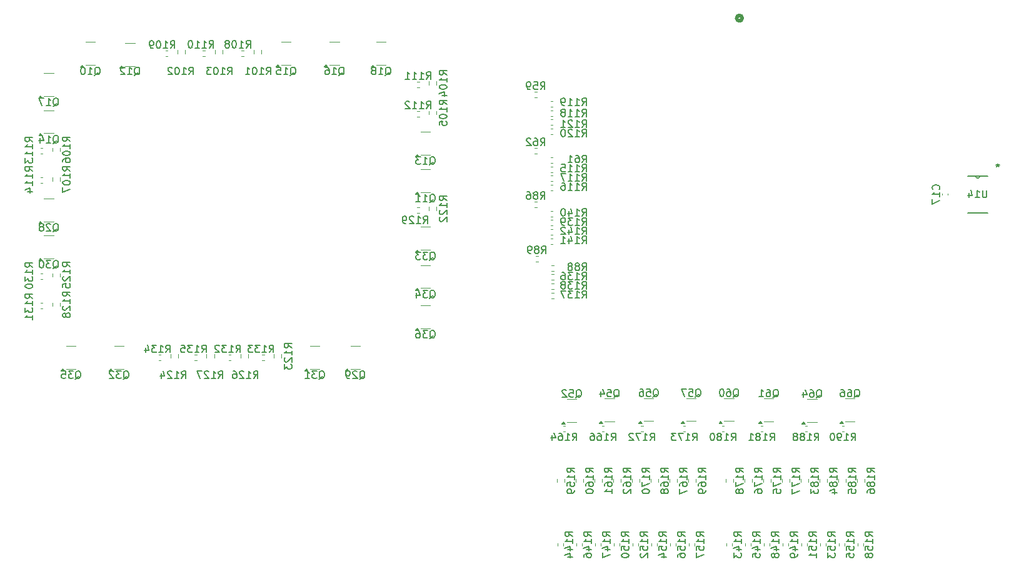
<source format=gbr>
%TF.GenerationSoftware,KiCad,Pcbnew,8.0.5*%
%TF.CreationDate,2024-11-21T16:50:39-07:00*%
%TF.ProjectId,CMPE2750,434d5045-3237-4353-902e-6b696361645f,rev?*%
%TF.SameCoordinates,Original*%
%TF.FileFunction,Legend,Bot*%
%TF.FilePolarity,Positive*%
%FSLAX46Y46*%
G04 Gerber Fmt 4.6, Leading zero omitted, Abs format (unit mm)*
G04 Created by KiCad (PCBNEW 8.0.5) date 2024-11-21 16:50:39*
%MOMM*%
%LPD*%
G01*
G04 APERTURE LIST*
%ADD10C,0.150000*%
%ADD11C,0.152400*%
%ADD12C,0.120000*%
%ADD13C,0.508000*%
G04 APERTURE END LIST*
D10*
X190174294Y-80459819D02*
X190174294Y-81269342D01*
X190174294Y-81269342D02*
X190126675Y-81364580D01*
X190126675Y-81364580D02*
X190079056Y-81412200D01*
X190079056Y-81412200D02*
X189983818Y-81459819D01*
X189983818Y-81459819D02*
X189793342Y-81459819D01*
X189793342Y-81459819D02*
X189698104Y-81412200D01*
X189698104Y-81412200D02*
X189650485Y-81364580D01*
X189650485Y-81364580D02*
X189602866Y-81269342D01*
X189602866Y-81269342D02*
X189602866Y-80459819D01*
X188602866Y-81459819D02*
X189174294Y-81459819D01*
X188888580Y-81459819D02*
X188888580Y-80459819D01*
X188888580Y-80459819D02*
X188983818Y-80602676D01*
X188983818Y-80602676D02*
X189079056Y-80697914D01*
X189079056Y-80697914D02*
X189174294Y-80745533D01*
X187745723Y-80793152D02*
X187745723Y-81459819D01*
X187983818Y-80412200D02*
X188221913Y-81126485D01*
X188221913Y-81126485D02*
X187602866Y-81126485D01*
X191653999Y-76853019D02*
X191653999Y-77091114D01*
X191892094Y-76995876D02*
X191653999Y-77091114D01*
X191653999Y-77091114D02*
X191415904Y-76995876D01*
X191796856Y-77281590D02*
X191653999Y-77091114D01*
X191653999Y-77091114D02*
X191511142Y-77281590D01*
X191653999Y-76853019D02*
X191653999Y-77091114D01*
X191892094Y-76995876D02*
X191653999Y-77091114D01*
X191653999Y-77091114D02*
X191415904Y-76995876D01*
X191796856Y-77281590D02*
X191653999Y-77091114D01*
X191653999Y-77091114D02*
X191511142Y-77281590D01*
X183699580Y-80357142D02*
X183747200Y-80309523D01*
X183747200Y-80309523D02*
X183794819Y-80166666D01*
X183794819Y-80166666D02*
X183794819Y-80071428D01*
X183794819Y-80071428D02*
X183747200Y-79928571D01*
X183747200Y-79928571D02*
X183651961Y-79833333D01*
X183651961Y-79833333D02*
X183556723Y-79785714D01*
X183556723Y-79785714D02*
X183366247Y-79738095D01*
X183366247Y-79738095D02*
X183223390Y-79738095D01*
X183223390Y-79738095D02*
X183032914Y-79785714D01*
X183032914Y-79785714D02*
X182937676Y-79833333D01*
X182937676Y-79833333D02*
X182842438Y-79928571D01*
X182842438Y-79928571D02*
X182794819Y-80071428D01*
X182794819Y-80071428D02*
X182794819Y-80166666D01*
X182794819Y-80166666D02*
X182842438Y-80309523D01*
X182842438Y-80309523D02*
X182890057Y-80357142D01*
X183794819Y-81309523D02*
X183794819Y-80738095D01*
X183794819Y-81023809D02*
X182794819Y-81023809D01*
X182794819Y-81023809D02*
X182937676Y-80928571D01*
X182937676Y-80928571D02*
X183032914Y-80833333D01*
X183032914Y-80833333D02*
X183080533Y-80738095D01*
X182794819Y-81642857D02*
X182794819Y-82309523D01*
X182794819Y-82309523D02*
X183794819Y-81880952D01*
X135369048Y-76704819D02*
X135702381Y-76228628D01*
X135940476Y-76704819D02*
X135940476Y-75704819D01*
X135940476Y-75704819D02*
X135559524Y-75704819D01*
X135559524Y-75704819D02*
X135464286Y-75752438D01*
X135464286Y-75752438D02*
X135416667Y-75800057D01*
X135416667Y-75800057D02*
X135369048Y-75895295D01*
X135369048Y-75895295D02*
X135369048Y-76038152D01*
X135369048Y-76038152D02*
X135416667Y-76133390D01*
X135416667Y-76133390D02*
X135464286Y-76181009D01*
X135464286Y-76181009D02*
X135559524Y-76228628D01*
X135559524Y-76228628D02*
X135940476Y-76228628D01*
X134511905Y-75704819D02*
X134702381Y-75704819D01*
X134702381Y-75704819D02*
X134797619Y-75752438D01*
X134797619Y-75752438D02*
X134845238Y-75800057D01*
X134845238Y-75800057D02*
X134940476Y-75942914D01*
X134940476Y-75942914D02*
X134988095Y-76133390D01*
X134988095Y-76133390D02*
X134988095Y-76514342D01*
X134988095Y-76514342D02*
X134940476Y-76609580D01*
X134940476Y-76609580D02*
X134892857Y-76657200D01*
X134892857Y-76657200D02*
X134797619Y-76704819D01*
X134797619Y-76704819D02*
X134607143Y-76704819D01*
X134607143Y-76704819D02*
X134511905Y-76657200D01*
X134511905Y-76657200D02*
X134464286Y-76609580D01*
X134464286Y-76609580D02*
X134416667Y-76514342D01*
X134416667Y-76514342D02*
X134416667Y-76276247D01*
X134416667Y-76276247D02*
X134464286Y-76181009D01*
X134464286Y-76181009D02*
X134511905Y-76133390D01*
X134511905Y-76133390D02*
X134607143Y-76085771D01*
X134607143Y-76085771D02*
X134797619Y-76085771D01*
X134797619Y-76085771D02*
X134892857Y-76133390D01*
X134892857Y-76133390D02*
X134940476Y-76181009D01*
X134940476Y-76181009D02*
X134988095Y-76276247D01*
X133464286Y-76704819D02*
X134035714Y-76704819D01*
X133750000Y-76704819D02*
X133750000Y-75704819D01*
X133750000Y-75704819D02*
X133845238Y-75847676D01*
X133845238Y-75847676D02*
X133940476Y-75942914D01*
X133940476Y-75942914D02*
X134035714Y-75990533D01*
X135369047Y-86454819D02*
X135702380Y-85978628D01*
X135940475Y-86454819D02*
X135940475Y-85454819D01*
X135940475Y-85454819D02*
X135559523Y-85454819D01*
X135559523Y-85454819D02*
X135464285Y-85502438D01*
X135464285Y-85502438D02*
X135416666Y-85550057D01*
X135416666Y-85550057D02*
X135369047Y-85645295D01*
X135369047Y-85645295D02*
X135369047Y-85788152D01*
X135369047Y-85788152D02*
X135416666Y-85883390D01*
X135416666Y-85883390D02*
X135464285Y-85931009D01*
X135464285Y-85931009D02*
X135559523Y-85978628D01*
X135559523Y-85978628D02*
X135940475Y-85978628D01*
X134416666Y-86454819D02*
X134988094Y-86454819D01*
X134702380Y-86454819D02*
X134702380Y-85454819D01*
X134702380Y-85454819D02*
X134797618Y-85597676D01*
X134797618Y-85597676D02*
X134892856Y-85692914D01*
X134892856Y-85692914D02*
X134988094Y-85740533D01*
X133559523Y-85788152D02*
X133559523Y-86454819D01*
X133797618Y-85407200D02*
X134035713Y-86121485D01*
X134035713Y-86121485D02*
X133416666Y-86121485D01*
X133083332Y-85550057D02*
X133035713Y-85502438D01*
X133035713Y-85502438D02*
X132940475Y-85454819D01*
X132940475Y-85454819D02*
X132702380Y-85454819D01*
X132702380Y-85454819D02*
X132607142Y-85502438D01*
X132607142Y-85502438D02*
X132559523Y-85550057D01*
X132559523Y-85550057D02*
X132511904Y-85645295D01*
X132511904Y-85645295D02*
X132511904Y-85740533D01*
X132511904Y-85740533D02*
X132559523Y-85883390D01*
X132559523Y-85883390D02*
X133130951Y-86454819D01*
X133130951Y-86454819D02*
X132511904Y-86454819D01*
X95838928Y-64870057D02*
X95934166Y-64822438D01*
X95934166Y-64822438D02*
X96029404Y-64727200D01*
X96029404Y-64727200D02*
X96172261Y-64584342D01*
X96172261Y-64584342D02*
X96267499Y-64536723D01*
X96267499Y-64536723D02*
X96362737Y-64536723D01*
X96315118Y-64774819D02*
X96410356Y-64727200D01*
X96410356Y-64727200D02*
X96505594Y-64631961D01*
X96505594Y-64631961D02*
X96553213Y-64441485D01*
X96553213Y-64441485D02*
X96553213Y-64108152D01*
X96553213Y-64108152D02*
X96505594Y-63917676D01*
X96505594Y-63917676D02*
X96410356Y-63822438D01*
X96410356Y-63822438D02*
X96315118Y-63774819D01*
X96315118Y-63774819D02*
X96124642Y-63774819D01*
X96124642Y-63774819D02*
X96029404Y-63822438D01*
X96029404Y-63822438D02*
X95934166Y-63917676D01*
X95934166Y-63917676D02*
X95886547Y-64108152D01*
X95886547Y-64108152D02*
X95886547Y-64441485D01*
X95886547Y-64441485D02*
X95934166Y-64631961D01*
X95934166Y-64631961D02*
X96029404Y-64727200D01*
X96029404Y-64727200D02*
X96124642Y-64774819D01*
X96124642Y-64774819D02*
X96315118Y-64774819D01*
X94934166Y-64774819D02*
X95505594Y-64774819D01*
X95219880Y-64774819D02*
X95219880Y-63774819D01*
X95219880Y-63774819D02*
X95315118Y-63917676D01*
X95315118Y-63917676D02*
X95410356Y-64012914D01*
X95410356Y-64012914D02*
X95505594Y-64060533D01*
X94029404Y-63774819D02*
X94505594Y-63774819D01*
X94505594Y-63774819D02*
X94553213Y-64251009D01*
X94553213Y-64251009D02*
X94505594Y-64203390D01*
X94505594Y-64203390D02*
X94410356Y-64155771D01*
X94410356Y-64155771D02*
X94172261Y-64155771D01*
X94172261Y-64155771D02*
X94077023Y-64203390D01*
X94077023Y-64203390D02*
X94029404Y-64251009D01*
X94029404Y-64251009D02*
X93981785Y-64346247D01*
X93981785Y-64346247D02*
X93981785Y-64584342D01*
X93981785Y-64584342D02*
X94029404Y-64679580D01*
X94029404Y-64679580D02*
X94077023Y-64727200D01*
X94077023Y-64727200D02*
X94172261Y-64774819D01*
X94172261Y-64774819D02*
X94410356Y-64774819D01*
X94410356Y-64774819D02*
X94505594Y-64727200D01*
X94505594Y-64727200D02*
X94553213Y-64679580D01*
X105213928Y-106070057D02*
X105309166Y-106022438D01*
X105309166Y-106022438D02*
X105404404Y-105927200D01*
X105404404Y-105927200D02*
X105547261Y-105784342D01*
X105547261Y-105784342D02*
X105642499Y-105736723D01*
X105642499Y-105736723D02*
X105737737Y-105736723D01*
X105690118Y-105974819D02*
X105785356Y-105927200D01*
X105785356Y-105927200D02*
X105880594Y-105831961D01*
X105880594Y-105831961D02*
X105928213Y-105641485D01*
X105928213Y-105641485D02*
X105928213Y-105308152D01*
X105928213Y-105308152D02*
X105880594Y-105117676D01*
X105880594Y-105117676D02*
X105785356Y-105022438D01*
X105785356Y-105022438D02*
X105690118Y-104974819D01*
X105690118Y-104974819D02*
X105499642Y-104974819D01*
X105499642Y-104974819D02*
X105404404Y-105022438D01*
X105404404Y-105022438D02*
X105309166Y-105117676D01*
X105309166Y-105117676D02*
X105261547Y-105308152D01*
X105261547Y-105308152D02*
X105261547Y-105641485D01*
X105261547Y-105641485D02*
X105309166Y-105831961D01*
X105309166Y-105831961D02*
X105404404Y-105927200D01*
X105404404Y-105927200D02*
X105499642Y-105974819D01*
X105499642Y-105974819D02*
X105690118Y-105974819D01*
X104880594Y-105070057D02*
X104832975Y-105022438D01*
X104832975Y-105022438D02*
X104737737Y-104974819D01*
X104737737Y-104974819D02*
X104499642Y-104974819D01*
X104499642Y-104974819D02*
X104404404Y-105022438D01*
X104404404Y-105022438D02*
X104356785Y-105070057D01*
X104356785Y-105070057D02*
X104309166Y-105165295D01*
X104309166Y-105165295D02*
X104309166Y-105260533D01*
X104309166Y-105260533D02*
X104356785Y-105403390D01*
X104356785Y-105403390D02*
X104928213Y-105974819D01*
X104928213Y-105974819D02*
X104309166Y-105974819D01*
X103832975Y-105974819D02*
X103642499Y-105974819D01*
X103642499Y-105974819D02*
X103547261Y-105927200D01*
X103547261Y-105927200D02*
X103499642Y-105879580D01*
X103499642Y-105879580D02*
X103404404Y-105736723D01*
X103404404Y-105736723D02*
X103356785Y-105546247D01*
X103356785Y-105546247D02*
X103356785Y-105165295D01*
X103356785Y-105165295D02*
X103404404Y-105070057D01*
X103404404Y-105070057D02*
X103452023Y-105022438D01*
X103452023Y-105022438D02*
X103547261Y-104974819D01*
X103547261Y-104974819D02*
X103737737Y-104974819D01*
X103737737Y-104974819D02*
X103832975Y-105022438D01*
X103832975Y-105022438D02*
X103880594Y-105070057D01*
X103880594Y-105070057D02*
X103928213Y-105165295D01*
X103928213Y-105165295D02*
X103928213Y-105403390D01*
X103928213Y-105403390D02*
X103880594Y-105498628D01*
X103880594Y-105498628D02*
X103832975Y-105546247D01*
X103832975Y-105546247D02*
X103737737Y-105593866D01*
X103737737Y-105593866D02*
X103547261Y-105593866D01*
X103547261Y-105593866D02*
X103452023Y-105546247D01*
X103452023Y-105546247D02*
X103404404Y-105498628D01*
X103404404Y-105498628D02*
X103356785Y-105403390D01*
X135369047Y-93829819D02*
X135702380Y-93353628D01*
X135940475Y-93829819D02*
X135940475Y-92829819D01*
X135940475Y-92829819D02*
X135559523Y-92829819D01*
X135559523Y-92829819D02*
X135464285Y-92877438D01*
X135464285Y-92877438D02*
X135416666Y-92925057D01*
X135416666Y-92925057D02*
X135369047Y-93020295D01*
X135369047Y-93020295D02*
X135369047Y-93163152D01*
X135369047Y-93163152D02*
X135416666Y-93258390D01*
X135416666Y-93258390D02*
X135464285Y-93306009D01*
X135464285Y-93306009D02*
X135559523Y-93353628D01*
X135559523Y-93353628D02*
X135940475Y-93353628D01*
X134416666Y-93829819D02*
X134988094Y-93829819D01*
X134702380Y-93829819D02*
X134702380Y-92829819D01*
X134702380Y-92829819D02*
X134797618Y-92972676D01*
X134797618Y-92972676D02*
X134892856Y-93067914D01*
X134892856Y-93067914D02*
X134988094Y-93115533D01*
X134083332Y-92829819D02*
X133464285Y-92829819D01*
X133464285Y-92829819D02*
X133797618Y-93210771D01*
X133797618Y-93210771D02*
X133654761Y-93210771D01*
X133654761Y-93210771D02*
X133559523Y-93258390D01*
X133559523Y-93258390D02*
X133511904Y-93306009D01*
X133511904Y-93306009D02*
X133464285Y-93401247D01*
X133464285Y-93401247D02*
X133464285Y-93639342D01*
X133464285Y-93639342D02*
X133511904Y-93734580D01*
X133511904Y-93734580D02*
X133559523Y-93782200D01*
X133559523Y-93782200D02*
X133654761Y-93829819D01*
X133654761Y-93829819D02*
X133940475Y-93829819D01*
X133940475Y-93829819D02*
X134035713Y-93782200D01*
X134035713Y-93782200D02*
X134083332Y-93734580D01*
X132892856Y-93258390D02*
X132988094Y-93210771D01*
X132988094Y-93210771D02*
X133035713Y-93163152D01*
X133035713Y-93163152D02*
X133083332Y-93067914D01*
X133083332Y-93067914D02*
X133083332Y-93020295D01*
X133083332Y-93020295D02*
X133035713Y-92925057D01*
X133035713Y-92925057D02*
X132988094Y-92877438D01*
X132988094Y-92877438D02*
X132892856Y-92829819D01*
X132892856Y-92829819D02*
X132702380Y-92829819D01*
X132702380Y-92829819D02*
X132607142Y-92877438D01*
X132607142Y-92877438D02*
X132559523Y-92925057D01*
X132559523Y-92925057D02*
X132511904Y-93020295D01*
X132511904Y-93020295D02*
X132511904Y-93067914D01*
X132511904Y-93067914D02*
X132559523Y-93163152D01*
X132559523Y-93163152D02*
X132607142Y-93210771D01*
X132607142Y-93210771D02*
X132702380Y-93258390D01*
X132702380Y-93258390D02*
X132892856Y-93258390D01*
X132892856Y-93258390D02*
X132988094Y-93306009D01*
X132988094Y-93306009D02*
X133035713Y-93353628D01*
X133035713Y-93353628D02*
X133083332Y-93448866D01*
X133083332Y-93448866D02*
X133083332Y-93639342D01*
X133083332Y-93639342D02*
X133035713Y-93734580D01*
X133035713Y-93734580D02*
X132988094Y-93782200D01*
X132988094Y-93782200D02*
X132892856Y-93829819D01*
X132892856Y-93829819D02*
X132702380Y-93829819D01*
X132702380Y-93829819D02*
X132607142Y-93782200D01*
X132607142Y-93782200D02*
X132559523Y-93734580D01*
X132559523Y-93734580D02*
X132511904Y-93639342D01*
X132511904Y-93639342D02*
X132511904Y-93448866D01*
X132511904Y-93448866D02*
X132559523Y-93353628D01*
X132559523Y-93353628D02*
X132607142Y-93306009D01*
X132607142Y-93306009D02*
X132702380Y-93258390D01*
X164544819Y-127390952D02*
X164068628Y-127057619D01*
X164544819Y-126819524D02*
X163544819Y-126819524D01*
X163544819Y-126819524D02*
X163544819Y-127200476D01*
X163544819Y-127200476D02*
X163592438Y-127295714D01*
X163592438Y-127295714D02*
X163640057Y-127343333D01*
X163640057Y-127343333D02*
X163735295Y-127390952D01*
X163735295Y-127390952D02*
X163878152Y-127390952D01*
X163878152Y-127390952D02*
X163973390Y-127343333D01*
X163973390Y-127343333D02*
X164021009Y-127295714D01*
X164021009Y-127295714D02*
X164068628Y-127200476D01*
X164068628Y-127200476D02*
X164068628Y-126819524D01*
X164544819Y-128343333D02*
X164544819Y-127771905D01*
X164544819Y-128057619D02*
X163544819Y-128057619D01*
X163544819Y-128057619D02*
X163687676Y-127962381D01*
X163687676Y-127962381D02*
X163782914Y-127867143D01*
X163782914Y-127867143D02*
X163830533Y-127771905D01*
X163878152Y-129200476D02*
X164544819Y-129200476D01*
X163497200Y-128962381D02*
X164211485Y-128724286D01*
X164211485Y-128724286D02*
X164211485Y-129343333D01*
X164544819Y-129771905D02*
X164544819Y-129962381D01*
X164544819Y-129962381D02*
X164497200Y-130057619D01*
X164497200Y-130057619D02*
X164449580Y-130105238D01*
X164449580Y-130105238D02*
X164306723Y-130200476D01*
X164306723Y-130200476D02*
X164116247Y-130248095D01*
X164116247Y-130248095D02*
X163735295Y-130248095D01*
X163735295Y-130248095D02*
X163640057Y-130200476D01*
X163640057Y-130200476D02*
X163592438Y-130152857D01*
X163592438Y-130152857D02*
X163544819Y-130057619D01*
X163544819Y-130057619D02*
X163544819Y-129867143D01*
X163544819Y-129867143D02*
X163592438Y-129771905D01*
X163592438Y-129771905D02*
X163640057Y-129724286D01*
X163640057Y-129724286D02*
X163735295Y-129676667D01*
X163735295Y-129676667D02*
X163973390Y-129676667D01*
X163973390Y-129676667D02*
X164068628Y-129724286D01*
X164068628Y-129724286D02*
X164116247Y-129771905D01*
X164116247Y-129771905D02*
X164163866Y-129867143D01*
X164163866Y-129867143D02*
X164163866Y-130057619D01*
X164163866Y-130057619D02*
X164116247Y-130152857D01*
X164116247Y-130152857D02*
X164068628Y-130200476D01*
X164068628Y-130200476D02*
X163973390Y-130248095D01*
X135369047Y-77954819D02*
X135702380Y-77478628D01*
X135940475Y-77954819D02*
X135940475Y-76954819D01*
X135940475Y-76954819D02*
X135559523Y-76954819D01*
X135559523Y-76954819D02*
X135464285Y-77002438D01*
X135464285Y-77002438D02*
X135416666Y-77050057D01*
X135416666Y-77050057D02*
X135369047Y-77145295D01*
X135369047Y-77145295D02*
X135369047Y-77288152D01*
X135369047Y-77288152D02*
X135416666Y-77383390D01*
X135416666Y-77383390D02*
X135464285Y-77431009D01*
X135464285Y-77431009D02*
X135559523Y-77478628D01*
X135559523Y-77478628D02*
X135940475Y-77478628D01*
X134416666Y-77954819D02*
X134988094Y-77954819D01*
X134702380Y-77954819D02*
X134702380Y-76954819D01*
X134702380Y-76954819D02*
X134797618Y-77097676D01*
X134797618Y-77097676D02*
X134892856Y-77192914D01*
X134892856Y-77192914D02*
X134988094Y-77240533D01*
X133464285Y-77954819D02*
X134035713Y-77954819D01*
X133749999Y-77954819D02*
X133749999Y-76954819D01*
X133749999Y-76954819D02*
X133845237Y-77097676D01*
X133845237Y-77097676D02*
X133940475Y-77192914D01*
X133940475Y-77192914D02*
X134035713Y-77240533D01*
X132559523Y-76954819D02*
X133035713Y-76954819D01*
X133035713Y-76954819D02*
X133083332Y-77431009D01*
X133083332Y-77431009D02*
X133035713Y-77383390D01*
X133035713Y-77383390D02*
X132940475Y-77335771D01*
X132940475Y-77335771D02*
X132702380Y-77335771D01*
X132702380Y-77335771D02*
X132607142Y-77383390D01*
X132607142Y-77383390D02*
X132559523Y-77431009D01*
X132559523Y-77431009D02*
X132511904Y-77526247D01*
X132511904Y-77526247D02*
X132511904Y-77764342D01*
X132511904Y-77764342D02*
X132559523Y-77859580D01*
X132559523Y-77859580D02*
X132607142Y-77907200D01*
X132607142Y-77907200D02*
X132702380Y-77954819D01*
X132702380Y-77954819D02*
X132940475Y-77954819D01*
X132940475Y-77954819D02*
X133035713Y-77907200D01*
X133035713Y-77907200D02*
X133083332Y-77859580D01*
X167354819Y-118705952D02*
X166878628Y-118372619D01*
X167354819Y-118134524D02*
X166354819Y-118134524D01*
X166354819Y-118134524D02*
X166354819Y-118515476D01*
X166354819Y-118515476D02*
X166402438Y-118610714D01*
X166402438Y-118610714D02*
X166450057Y-118658333D01*
X166450057Y-118658333D02*
X166545295Y-118705952D01*
X166545295Y-118705952D02*
X166688152Y-118705952D01*
X166688152Y-118705952D02*
X166783390Y-118658333D01*
X166783390Y-118658333D02*
X166831009Y-118610714D01*
X166831009Y-118610714D02*
X166878628Y-118515476D01*
X166878628Y-118515476D02*
X166878628Y-118134524D01*
X167354819Y-119658333D02*
X167354819Y-119086905D01*
X167354819Y-119372619D02*
X166354819Y-119372619D01*
X166354819Y-119372619D02*
X166497676Y-119277381D01*
X166497676Y-119277381D02*
X166592914Y-119182143D01*
X166592914Y-119182143D02*
X166640533Y-119086905D01*
X166783390Y-120229762D02*
X166735771Y-120134524D01*
X166735771Y-120134524D02*
X166688152Y-120086905D01*
X166688152Y-120086905D02*
X166592914Y-120039286D01*
X166592914Y-120039286D02*
X166545295Y-120039286D01*
X166545295Y-120039286D02*
X166450057Y-120086905D01*
X166450057Y-120086905D02*
X166402438Y-120134524D01*
X166402438Y-120134524D02*
X166354819Y-120229762D01*
X166354819Y-120229762D02*
X166354819Y-120420238D01*
X166354819Y-120420238D02*
X166402438Y-120515476D01*
X166402438Y-120515476D02*
X166450057Y-120563095D01*
X166450057Y-120563095D02*
X166545295Y-120610714D01*
X166545295Y-120610714D02*
X166592914Y-120610714D01*
X166592914Y-120610714D02*
X166688152Y-120563095D01*
X166688152Y-120563095D02*
X166735771Y-120515476D01*
X166735771Y-120515476D02*
X166783390Y-120420238D01*
X166783390Y-120420238D02*
X166783390Y-120229762D01*
X166783390Y-120229762D02*
X166831009Y-120134524D01*
X166831009Y-120134524D02*
X166878628Y-120086905D01*
X166878628Y-120086905D02*
X166973866Y-120039286D01*
X166973866Y-120039286D02*
X167164342Y-120039286D01*
X167164342Y-120039286D02*
X167259580Y-120086905D01*
X167259580Y-120086905D02*
X167307200Y-120134524D01*
X167307200Y-120134524D02*
X167354819Y-120229762D01*
X167354819Y-120229762D02*
X167354819Y-120420238D01*
X167354819Y-120420238D02*
X167307200Y-120515476D01*
X167307200Y-120515476D02*
X167259580Y-120563095D01*
X167259580Y-120563095D02*
X167164342Y-120610714D01*
X167164342Y-120610714D02*
X166973866Y-120610714D01*
X166973866Y-120610714D02*
X166878628Y-120563095D01*
X166878628Y-120563095D02*
X166831009Y-120515476D01*
X166831009Y-120515476D02*
X166783390Y-120420238D01*
X166354819Y-120944048D02*
X166354819Y-121563095D01*
X166354819Y-121563095D02*
X166735771Y-121229762D01*
X166735771Y-121229762D02*
X166735771Y-121372619D01*
X166735771Y-121372619D02*
X166783390Y-121467857D01*
X166783390Y-121467857D02*
X166831009Y-121515476D01*
X166831009Y-121515476D02*
X166926247Y-121563095D01*
X166926247Y-121563095D02*
X167164342Y-121563095D01*
X167164342Y-121563095D02*
X167259580Y-121515476D01*
X167259580Y-121515476D02*
X167307200Y-121467857D01*
X167307200Y-121467857D02*
X167354819Y-121372619D01*
X167354819Y-121372619D02*
X167354819Y-121086905D01*
X167354819Y-121086905D02*
X167307200Y-120991667D01*
X167307200Y-120991667D02*
X167259580Y-120944048D01*
X113869047Y-84954819D02*
X114202380Y-84478628D01*
X114440475Y-84954819D02*
X114440475Y-83954819D01*
X114440475Y-83954819D02*
X114059523Y-83954819D01*
X114059523Y-83954819D02*
X113964285Y-84002438D01*
X113964285Y-84002438D02*
X113916666Y-84050057D01*
X113916666Y-84050057D02*
X113869047Y-84145295D01*
X113869047Y-84145295D02*
X113869047Y-84288152D01*
X113869047Y-84288152D02*
X113916666Y-84383390D01*
X113916666Y-84383390D02*
X113964285Y-84431009D01*
X113964285Y-84431009D02*
X114059523Y-84478628D01*
X114059523Y-84478628D02*
X114440475Y-84478628D01*
X112916666Y-84954819D02*
X113488094Y-84954819D01*
X113202380Y-84954819D02*
X113202380Y-83954819D01*
X113202380Y-83954819D02*
X113297618Y-84097676D01*
X113297618Y-84097676D02*
X113392856Y-84192914D01*
X113392856Y-84192914D02*
X113488094Y-84240533D01*
X112535713Y-84050057D02*
X112488094Y-84002438D01*
X112488094Y-84002438D02*
X112392856Y-83954819D01*
X112392856Y-83954819D02*
X112154761Y-83954819D01*
X112154761Y-83954819D02*
X112059523Y-84002438D01*
X112059523Y-84002438D02*
X112011904Y-84050057D01*
X112011904Y-84050057D02*
X111964285Y-84145295D01*
X111964285Y-84145295D02*
X111964285Y-84240533D01*
X111964285Y-84240533D02*
X112011904Y-84383390D01*
X112011904Y-84383390D02*
X112583332Y-84954819D01*
X112583332Y-84954819D02*
X111964285Y-84954819D01*
X111488094Y-84954819D02*
X111297618Y-84954819D01*
X111297618Y-84954819D02*
X111202380Y-84907200D01*
X111202380Y-84907200D02*
X111154761Y-84859580D01*
X111154761Y-84859580D02*
X111059523Y-84716723D01*
X111059523Y-84716723D02*
X111011904Y-84526247D01*
X111011904Y-84526247D02*
X111011904Y-84145295D01*
X111011904Y-84145295D02*
X111059523Y-84050057D01*
X111059523Y-84050057D02*
X111107142Y-84002438D01*
X111107142Y-84002438D02*
X111202380Y-83954819D01*
X111202380Y-83954819D02*
X111392856Y-83954819D01*
X111392856Y-83954819D02*
X111488094Y-84002438D01*
X111488094Y-84002438D02*
X111535713Y-84050057D01*
X111535713Y-84050057D02*
X111583332Y-84145295D01*
X111583332Y-84145295D02*
X111583332Y-84383390D01*
X111583332Y-84383390D02*
X111535713Y-84478628D01*
X111535713Y-84478628D02*
X111488094Y-84526247D01*
X111488094Y-84526247D02*
X111392856Y-84573866D01*
X111392856Y-84573866D02*
X111202380Y-84573866D01*
X111202380Y-84573866D02*
X111107142Y-84526247D01*
X111107142Y-84526247D02*
X111059523Y-84478628D01*
X111059523Y-84478628D02*
X111011904Y-84383390D01*
X88494047Y-102454819D02*
X88827380Y-101978628D01*
X89065475Y-102454819D02*
X89065475Y-101454819D01*
X89065475Y-101454819D02*
X88684523Y-101454819D01*
X88684523Y-101454819D02*
X88589285Y-101502438D01*
X88589285Y-101502438D02*
X88541666Y-101550057D01*
X88541666Y-101550057D02*
X88494047Y-101645295D01*
X88494047Y-101645295D02*
X88494047Y-101788152D01*
X88494047Y-101788152D02*
X88541666Y-101883390D01*
X88541666Y-101883390D02*
X88589285Y-101931009D01*
X88589285Y-101931009D02*
X88684523Y-101978628D01*
X88684523Y-101978628D02*
X89065475Y-101978628D01*
X87541666Y-102454819D02*
X88113094Y-102454819D01*
X87827380Y-102454819D02*
X87827380Y-101454819D01*
X87827380Y-101454819D02*
X87922618Y-101597676D01*
X87922618Y-101597676D02*
X88017856Y-101692914D01*
X88017856Y-101692914D02*
X88113094Y-101740533D01*
X87208332Y-101454819D02*
X86589285Y-101454819D01*
X86589285Y-101454819D02*
X86922618Y-101835771D01*
X86922618Y-101835771D02*
X86779761Y-101835771D01*
X86779761Y-101835771D02*
X86684523Y-101883390D01*
X86684523Y-101883390D02*
X86636904Y-101931009D01*
X86636904Y-101931009D02*
X86589285Y-102026247D01*
X86589285Y-102026247D02*
X86589285Y-102264342D01*
X86589285Y-102264342D02*
X86636904Y-102359580D01*
X86636904Y-102359580D02*
X86684523Y-102407200D01*
X86684523Y-102407200D02*
X86779761Y-102454819D01*
X86779761Y-102454819D02*
X87065475Y-102454819D01*
X87065475Y-102454819D02*
X87160713Y-102407200D01*
X87160713Y-102407200D02*
X87208332Y-102359580D01*
X86208332Y-101550057D02*
X86160713Y-101502438D01*
X86160713Y-101502438D02*
X86065475Y-101454819D01*
X86065475Y-101454819D02*
X85827380Y-101454819D01*
X85827380Y-101454819D02*
X85732142Y-101502438D01*
X85732142Y-101502438D02*
X85684523Y-101550057D01*
X85684523Y-101550057D02*
X85636904Y-101645295D01*
X85636904Y-101645295D02*
X85636904Y-101740533D01*
X85636904Y-101740533D02*
X85684523Y-101883390D01*
X85684523Y-101883390D02*
X86255951Y-102454819D01*
X86255951Y-102454819D02*
X85636904Y-102454819D01*
X135369047Y-73204819D02*
X135702380Y-72728628D01*
X135940475Y-73204819D02*
X135940475Y-72204819D01*
X135940475Y-72204819D02*
X135559523Y-72204819D01*
X135559523Y-72204819D02*
X135464285Y-72252438D01*
X135464285Y-72252438D02*
X135416666Y-72300057D01*
X135416666Y-72300057D02*
X135369047Y-72395295D01*
X135369047Y-72395295D02*
X135369047Y-72538152D01*
X135369047Y-72538152D02*
X135416666Y-72633390D01*
X135416666Y-72633390D02*
X135464285Y-72681009D01*
X135464285Y-72681009D02*
X135559523Y-72728628D01*
X135559523Y-72728628D02*
X135940475Y-72728628D01*
X134416666Y-73204819D02*
X134988094Y-73204819D01*
X134702380Y-73204819D02*
X134702380Y-72204819D01*
X134702380Y-72204819D02*
X134797618Y-72347676D01*
X134797618Y-72347676D02*
X134892856Y-72442914D01*
X134892856Y-72442914D02*
X134988094Y-72490533D01*
X134035713Y-72300057D02*
X133988094Y-72252438D01*
X133988094Y-72252438D02*
X133892856Y-72204819D01*
X133892856Y-72204819D02*
X133654761Y-72204819D01*
X133654761Y-72204819D02*
X133559523Y-72252438D01*
X133559523Y-72252438D02*
X133511904Y-72300057D01*
X133511904Y-72300057D02*
X133464285Y-72395295D01*
X133464285Y-72395295D02*
X133464285Y-72490533D01*
X133464285Y-72490533D02*
X133511904Y-72633390D01*
X133511904Y-72633390D02*
X134083332Y-73204819D01*
X134083332Y-73204819D02*
X133464285Y-73204819D01*
X132845237Y-72204819D02*
X132749999Y-72204819D01*
X132749999Y-72204819D02*
X132654761Y-72252438D01*
X132654761Y-72252438D02*
X132607142Y-72300057D01*
X132607142Y-72300057D02*
X132559523Y-72395295D01*
X132559523Y-72395295D02*
X132511904Y-72585771D01*
X132511904Y-72585771D02*
X132511904Y-72823866D01*
X132511904Y-72823866D02*
X132559523Y-73014342D01*
X132559523Y-73014342D02*
X132607142Y-73109580D01*
X132607142Y-73109580D02*
X132654761Y-73157200D01*
X132654761Y-73157200D02*
X132749999Y-73204819D01*
X132749999Y-73204819D02*
X132845237Y-73204819D01*
X132845237Y-73204819D02*
X132940475Y-73157200D01*
X132940475Y-73157200D02*
X132988094Y-73109580D01*
X132988094Y-73109580D02*
X133035713Y-73014342D01*
X133035713Y-73014342D02*
X133083332Y-72823866D01*
X133083332Y-72823866D02*
X133083332Y-72585771D01*
X133083332Y-72585771D02*
X133035713Y-72395295D01*
X133035713Y-72395295D02*
X132988094Y-72300057D01*
X132988094Y-72300057D02*
X132940475Y-72252438D01*
X132940475Y-72252438D02*
X132845237Y-72204819D01*
X134059047Y-114384819D02*
X134392380Y-113908628D01*
X134630475Y-114384819D02*
X134630475Y-113384819D01*
X134630475Y-113384819D02*
X134249523Y-113384819D01*
X134249523Y-113384819D02*
X134154285Y-113432438D01*
X134154285Y-113432438D02*
X134106666Y-113480057D01*
X134106666Y-113480057D02*
X134059047Y-113575295D01*
X134059047Y-113575295D02*
X134059047Y-113718152D01*
X134059047Y-113718152D02*
X134106666Y-113813390D01*
X134106666Y-113813390D02*
X134154285Y-113861009D01*
X134154285Y-113861009D02*
X134249523Y-113908628D01*
X134249523Y-113908628D02*
X134630475Y-113908628D01*
X133106666Y-114384819D02*
X133678094Y-114384819D01*
X133392380Y-114384819D02*
X133392380Y-113384819D01*
X133392380Y-113384819D02*
X133487618Y-113527676D01*
X133487618Y-113527676D02*
X133582856Y-113622914D01*
X133582856Y-113622914D02*
X133678094Y-113670533D01*
X132249523Y-113384819D02*
X132439999Y-113384819D01*
X132439999Y-113384819D02*
X132535237Y-113432438D01*
X132535237Y-113432438D02*
X132582856Y-113480057D01*
X132582856Y-113480057D02*
X132678094Y-113622914D01*
X132678094Y-113622914D02*
X132725713Y-113813390D01*
X132725713Y-113813390D02*
X132725713Y-114194342D01*
X132725713Y-114194342D02*
X132678094Y-114289580D01*
X132678094Y-114289580D02*
X132630475Y-114337200D01*
X132630475Y-114337200D02*
X132535237Y-114384819D01*
X132535237Y-114384819D02*
X132344761Y-114384819D01*
X132344761Y-114384819D02*
X132249523Y-114337200D01*
X132249523Y-114337200D02*
X132201904Y-114289580D01*
X132201904Y-114289580D02*
X132154285Y-114194342D01*
X132154285Y-114194342D02*
X132154285Y-113956247D01*
X132154285Y-113956247D02*
X132201904Y-113861009D01*
X132201904Y-113861009D02*
X132249523Y-113813390D01*
X132249523Y-113813390D02*
X132344761Y-113765771D01*
X132344761Y-113765771D02*
X132535237Y-113765771D01*
X132535237Y-113765771D02*
X132630475Y-113813390D01*
X132630475Y-113813390D02*
X132678094Y-113861009D01*
X132678094Y-113861009D02*
X132725713Y-113956247D01*
X131297142Y-113718152D02*
X131297142Y-114384819D01*
X131535237Y-113337200D02*
X131773332Y-114051485D01*
X131773332Y-114051485D02*
X131154285Y-114051485D01*
X135369047Y-71954819D02*
X135702380Y-71478628D01*
X135940475Y-71954819D02*
X135940475Y-70954819D01*
X135940475Y-70954819D02*
X135559523Y-70954819D01*
X135559523Y-70954819D02*
X135464285Y-71002438D01*
X135464285Y-71002438D02*
X135416666Y-71050057D01*
X135416666Y-71050057D02*
X135369047Y-71145295D01*
X135369047Y-71145295D02*
X135369047Y-71288152D01*
X135369047Y-71288152D02*
X135416666Y-71383390D01*
X135416666Y-71383390D02*
X135464285Y-71431009D01*
X135464285Y-71431009D02*
X135559523Y-71478628D01*
X135559523Y-71478628D02*
X135940475Y-71478628D01*
X134416666Y-71954819D02*
X134988094Y-71954819D01*
X134702380Y-71954819D02*
X134702380Y-70954819D01*
X134702380Y-70954819D02*
X134797618Y-71097676D01*
X134797618Y-71097676D02*
X134892856Y-71192914D01*
X134892856Y-71192914D02*
X134988094Y-71240533D01*
X134035713Y-71050057D02*
X133988094Y-71002438D01*
X133988094Y-71002438D02*
X133892856Y-70954819D01*
X133892856Y-70954819D02*
X133654761Y-70954819D01*
X133654761Y-70954819D02*
X133559523Y-71002438D01*
X133559523Y-71002438D02*
X133511904Y-71050057D01*
X133511904Y-71050057D02*
X133464285Y-71145295D01*
X133464285Y-71145295D02*
X133464285Y-71240533D01*
X133464285Y-71240533D02*
X133511904Y-71383390D01*
X133511904Y-71383390D02*
X134083332Y-71954819D01*
X134083332Y-71954819D02*
X133464285Y-71954819D01*
X132511904Y-71954819D02*
X133083332Y-71954819D01*
X132797618Y-71954819D02*
X132797618Y-70954819D01*
X132797618Y-70954819D02*
X132892856Y-71097676D01*
X132892856Y-71097676D02*
X132988094Y-71192914D01*
X132988094Y-71192914D02*
X133083332Y-71240533D01*
X89869047Y-61154819D02*
X90202380Y-60678628D01*
X90440475Y-61154819D02*
X90440475Y-60154819D01*
X90440475Y-60154819D02*
X90059523Y-60154819D01*
X90059523Y-60154819D02*
X89964285Y-60202438D01*
X89964285Y-60202438D02*
X89916666Y-60250057D01*
X89916666Y-60250057D02*
X89869047Y-60345295D01*
X89869047Y-60345295D02*
X89869047Y-60488152D01*
X89869047Y-60488152D02*
X89916666Y-60583390D01*
X89916666Y-60583390D02*
X89964285Y-60631009D01*
X89964285Y-60631009D02*
X90059523Y-60678628D01*
X90059523Y-60678628D02*
X90440475Y-60678628D01*
X88916666Y-61154819D02*
X89488094Y-61154819D01*
X89202380Y-61154819D02*
X89202380Y-60154819D01*
X89202380Y-60154819D02*
X89297618Y-60297676D01*
X89297618Y-60297676D02*
X89392856Y-60392914D01*
X89392856Y-60392914D02*
X89488094Y-60440533D01*
X88297618Y-60154819D02*
X88202380Y-60154819D01*
X88202380Y-60154819D02*
X88107142Y-60202438D01*
X88107142Y-60202438D02*
X88059523Y-60250057D01*
X88059523Y-60250057D02*
X88011904Y-60345295D01*
X88011904Y-60345295D02*
X87964285Y-60535771D01*
X87964285Y-60535771D02*
X87964285Y-60773866D01*
X87964285Y-60773866D02*
X88011904Y-60964342D01*
X88011904Y-60964342D02*
X88059523Y-61059580D01*
X88059523Y-61059580D02*
X88107142Y-61107200D01*
X88107142Y-61107200D02*
X88202380Y-61154819D01*
X88202380Y-61154819D02*
X88297618Y-61154819D01*
X88297618Y-61154819D02*
X88392856Y-61107200D01*
X88392856Y-61107200D02*
X88440475Y-61059580D01*
X88440475Y-61059580D02*
X88488094Y-60964342D01*
X88488094Y-60964342D02*
X88535713Y-60773866D01*
X88535713Y-60773866D02*
X88535713Y-60535771D01*
X88535713Y-60535771D02*
X88488094Y-60345295D01*
X88488094Y-60345295D02*
X88440475Y-60250057D01*
X88440475Y-60250057D02*
X88392856Y-60202438D01*
X88392856Y-60202438D02*
X88297618Y-60154819D01*
X87392856Y-60583390D02*
X87488094Y-60535771D01*
X87488094Y-60535771D02*
X87535713Y-60488152D01*
X87535713Y-60488152D02*
X87583332Y-60392914D01*
X87583332Y-60392914D02*
X87583332Y-60345295D01*
X87583332Y-60345295D02*
X87535713Y-60250057D01*
X87535713Y-60250057D02*
X87488094Y-60202438D01*
X87488094Y-60202438D02*
X87392856Y-60154819D01*
X87392856Y-60154819D02*
X87202380Y-60154819D01*
X87202380Y-60154819D02*
X87107142Y-60202438D01*
X87107142Y-60202438D02*
X87059523Y-60250057D01*
X87059523Y-60250057D02*
X87011904Y-60345295D01*
X87011904Y-60345295D02*
X87011904Y-60392914D01*
X87011904Y-60392914D02*
X87059523Y-60488152D01*
X87059523Y-60488152D02*
X87107142Y-60535771D01*
X87107142Y-60535771D02*
X87202380Y-60583390D01*
X87202380Y-60583390D02*
X87392856Y-60583390D01*
X87392856Y-60583390D02*
X87488094Y-60631009D01*
X87488094Y-60631009D02*
X87535713Y-60678628D01*
X87535713Y-60678628D02*
X87583332Y-60773866D01*
X87583332Y-60773866D02*
X87583332Y-60964342D01*
X87583332Y-60964342D02*
X87535713Y-61059580D01*
X87535713Y-61059580D02*
X87488094Y-61107200D01*
X87488094Y-61107200D02*
X87392856Y-61154819D01*
X87392856Y-61154819D02*
X87202380Y-61154819D01*
X87202380Y-61154819D02*
X87107142Y-61107200D01*
X87107142Y-61107200D02*
X87059523Y-61059580D01*
X87059523Y-61059580D02*
X87011904Y-60964342D01*
X87011904Y-60964342D02*
X87011904Y-60773866D01*
X87011904Y-60773866D02*
X87059523Y-60678628D01*
X87059523Y-60678628D02*
X87107142Y-60631009D01*
X87107142Y-60631009D02*
X87202380Y-60583390D01*
X66027319Y-77825952D02*
X65551128Y-77492619D01*
X66027319Y-77254524D02*
X65027319Y-77254524D01*
X65027319Y-77254524D02*
X65027319Y-77635476D01*
X65027319Y-77635476D02*
X65074938Y-77730714D01*
X65074938Y-77730714D02*
X65122557Y-77778333D01*
X65122557Y-77778333D02*
X65217795Y-77825952D01*
X65217795Y-77825952D02*
X65360652Y-77825952D01*
X65360652Y-77825952D02*
X65455890Y-77778333D01*
X65455890Y-77778333D02*
X65503509Y-77730714D01*
X65503509Y-77730714D02*
X65551128Y-77635476D01*
X65551128Y-77635476D02*
X65551128Y-77254524D01*
X66027319Y-78778333D02*
X66027319Y-78206905D01*
X66027319Y-78492619D02*
X65027319Y-78492619D01*
X65027319Y-78492619D02*
X65170176Y-78397381D01*
X65170176Y-78397381D02*
X65265414Y-78302143D01*
X65265414Y-78302143D02*
X65313033Y-78206905D01*
X65027319Y-79397381D02*
X65027319Y-79492619D01*
X65027319Y-79492619D02*
X65074938Y-79587857D01*
X65074938Y-79587857D02*
X65122557Y-79635476D01*
X65122557Y-79635476D02*
X65217795Y-79683095D01*
X65217795Y-79683095D02*
X65408271Y-79730714D01*
X65408271Y-79730714D02*
X65646366Y-79730714D01*
X65646366Y-79730714D02*
X65836842Y-79683095D01*
X65836842Y-79683095D02*
X65932080Y-79635476D01*
X65932080Y-79635476D02*
X65979700Y-79587857D01*
X65979700Y-79587857D02*
X66027319Y-79492619D01*
X66027319Y-79492619D02*
X66027319Y-79397381D01*
X66027319Y-79397381D02*
X65979700Y-79302143D01*
X65979700Y-79302143D02*
X65932080Y-79254524D01*
X65932080Y-79254524D02*
X65836842Y-79206905D01*
X65836842Y-79206905D02*
X65646366Y-79159286D01*
X65646366Y-79159286D02*
X65408271Y-79159286D01*
X65408271Y-79159286D02*
X65217795Y-79206905D01*
X65217795Y-79206905D02*
X65122557Y-79254524D01*
X65122557Y-79254524D02*
X65074938Y-79302143D01*
X65074938Y-79302143D02*
X65027319Y-79397381D01*
X65027319Y-80064048D02*
X65027319Y-80730714D01*
X65027319Y-80730714D02*
X66027319Y-80302143D01*
X144958928Y-108500057D02*
X145054166Y-108452438D01*
X145054166Y-108452438D02*
X145149404Y-108357200D01*
X145149404Y-108357200D02*
X145292261Y-108214342D01*
X145292261Y-108214342D02*
X145387499Y-108166723D01*
X145387499Y-108166723D02*
X145482737Y-108166723D01*
X145435118Y-108404819D02*
X145530356Y-108357200D01*
X145530356Y-108357200D02*
X145625594Y-108261961D01*
X145625594Y-108261961D02*
X145673213Y-108071485D01*
X145673213Y-108071485D02*
X145673213Y-107738152D01*
X145673213Y-107738152D02*
X145625594Y-107547676D01*
X145625594Y-107547676D02*
X145530356Y-107452438D01*
X145530356Y-107452438D02*
X145435118Y-107404819D01*
X145435118Y-107404819D02*
X145244642Y-107404819D01*
X145244642Y-107404819D02*
X145149404Y-107452438D01*
X145149404Y-107452438D02*
X145054166Y-107547676D01*
X145054166Y-107547676D02*
X145006547Y-107738152D01*
X145006547Y-107738152D02*
X145006547Y-108071485D01*
X145006547Y-108071485D02*
X145054166Y-108261961D01*
X145054166Y-108261961D02*
X145149404Y-108357200D01*
X145149404Y-108357200D02*
X145244642Y-108404819D01*
X145244642Y-108404819D02*
X145435118Y-108404819D01*
X144101785Y-107404819D02*
X144577975Y-107404819D01*
X144577975Y-107404819D02*
X144625594Y-107881009D01*
X144625594Y-107881009D02*
X144577975Y-107833390D01*
X144577975Y-107833390D02*
X144482737Y-107785771D01*
X144482737Y-107785771D02*
X144244642Y-107785771D01*
X144244642Y-107785771D02*
X144149404Y-107833390D01*
X144149404Y-107833390D02*
X144101785Y-107881009D01*
X144101785Y-107881009D02*
X144054166Y-107976247D01*
X144054166Y-107976247D02*
X144054166Y-108214342D01*
X144054166Y-108214342D02*
X144101785Y-108309580D01*
X144101785Y-108309580D02*
X144149404Y-108357200D01*
X144149404Y-108357200D02*
X144244642Y-108404819D01*
X144244642Y-108404819D02*
X144482737Y-108404819D01*
X144482737Y-108404819D02*
X144577975Y-108357200D01*
X144577975Y-108357200D02*
X144625594Y-108309580D01*
X143197023Y-107404819D02*
X143387499Y-107404819D01*
X143387499Y-107404819D02*
X143482737Y-107452438D01*
X143482737Y-107452438D02*
X143530356Y-107500057D01*
X143530356Y-107500057D02*
X143625594Y-107642914D01*
X143625594Y-107642914D02*
X143673213Y-107833390D01*
X143673213Y-107833390D02*
X143673213Y-108214342D01*
X143673213Y-108214342D02*
X143625594Y-108309580D01*
X143625594Y-108309580D02*
X143577975Y-108357200D01*
X143577975Y-108357200D02*
X143482737Y-108404819D01*
X143482737Y-108404819D02*
X143292261Y-108404819D01*
X143292261Y-108404819D02*
X143197023Y-108357200D01*
X143197023Y-108357200D02*
X143149404Y-108309580D01*
X143149404Y-108309580D02*
X143101785Y-108214342D01*
X143101785Y-108214342D02*
X143101785Y-107976247D01*
X143101785Y-107976247D02*
X143149404Y-107881009D01*
X143149404Y-107881009D02*
X143197023Y-107833390D01*
X143197023Y-107833390D02*
X143292261Y-107785771D01*
X143292261Y-107785771D02*
X143482737Y-107785771D01*
X143482737Y-107785771D02*
X143577975Y-107833390D01*
X143577975Y-107833390D02*
X143625594Y-107881009D01*
X143625594Y-107881009D02*
X143673213Y-107976247D01*
X144494819Y-118705952D02*
X144018628Y-118372619D01*
X144494819Y-118134524D02*
X143494819Y-118134524D01*
X143494819Y-118134524D02*
X143494819Y-118515476D01*
X143494819Y-118515476D02*
X143542438Y-118610714D01*
X143542438Y-118610714D02*
X143590057Y-118658333D01*
X143590057Y-118658333D02*
X143685295Y-118705952D01*
X143685295Y-118705952D02*
X143828152Y-118705952D01*
X143828152Y-118705952D02*
X143923390Y-118658333D01*
X143923390Y-118658333D02*
X143971009Y-118610714D01*
X143971009Y-118610714D02*
X144018628Y-118515476D01*
X144018628Y-118515476D02*
X144018628Y-118134524D01*
X144494819Y-119658333D02*
X144494819Y-119086905D01*
X144494819Y-119372619D02*
X143494819Y-119372619D01*
X143494819Y-119372619D02*
X143637676Y-119277381D01*
X143637676Y-119277381D02*
X143732914Y-119182143D01*
X143732914Y-119182143D02*
X143780533Y-119086905D01*
X143494819Y-119991667D02*
X143494819Y-120658333D01*
X143494819Y-120658333D02*
X144494819Y-120229762D01*
X143494819Y-121229762D02*
X143494819Y-121325000D01*
X143494819Y-121325000D02*
X143542438Y-121420238D01*
X143542438Y-121420238D02*
X143590057Y-121467857D01*
X143590057Y-121467857D02*
X143685295Y-121515476D01*
X143685295Y-121515476D02*
X143875771Y-121563095D01*
X143875771Y-121563095D02*
X144113866Y-121563095D01*
X144113866Y-121563095D02*
X144304342Y-121515476D01*
X144304342Y-121515476D02*
X144399580Y-121467857D01*
X144399580Y-121467857D02*
X144447200Y-121420238D01*
X144447200Y-121420238D02*
X144494819Y-121325000D01*
X144494819Y-121325000D02*
X144494819Y-121229762D01*
X144494819Y-121229762D02*
X144447200Y-121134524D01*
X144447200Y-121134524D02*
X144399580Y-121086905D01*
X144399580Y-121086905D02*
X144304342Y-121039286D01*
X144304342Y-121039286D02*
X144113866Y-120991667D01*
X144113866Y-120991667D02*
X143875771Y-120991667D01*
X143875771Y-120991667D02*
X143685295Y-121039286D01*
X143685295Y-121039286D02*
X143590057Y-121086905D01*
X143590057Y-121086905D02*
X143542438Y-121134524D01*
X143542438Y-121134524D02*
X143494819Y-121229762D01*
X92619047Y-64774819D02*
X92952380Y-64298628D01*
X93190475Y-64774819D02*
X93190475Y-63774819D01*
X93190475Y-63774819D02*
X92809523Y-63774819D01*
X92809523Y-63774819D02*
X92714285Y-63822438D01*
X92714285Y-63822438D02*
X92666666Y-63870057D01*
X92666666Y-63870057D02*
X92619047Y-63965295D01*
X92619047Y-63965295D02*
X92619047Y-64108152D01*
X92619047Y-64108152D02*
X92666666Y-64203390D01*
X92666666Y-64203390D02*
X92714285Y-64251009D01*
X92714285Y-64251009D02*
X92809523Y-64298628D01*
X92809523Y-64298628D02*
X93190475Y-64298628D01*
X91666666Y-64774819D02*
X92238094Y-64774819D01*
X91952380Y-64774819D02*
X91952380Y-63774819D01*
X91952380Y-63774819D02*
X92047618Y-63917676D01*
X92047618Y-63917676D02*
X92142856Y-64012914D01*
X92142856Y-64012914D02*
X92238094Y-64060533D01*
X91047618Y-63774819D02*
X90952380Y-63774819D01*
X90952380Y-63774819D02*
X90857142Y-63822438D01*
X90857142Y-63822438D02*
X90809523Y-63870057D01*
X90809523Y-63870057D02*
X90761904Y-63965295D01*
X90761904Y-63965295D02*
X90714285Y-64155771D01*
X90714285Y-64155771D02*
X90714285Y-64393866D01*
X90714285Y-64393866D02*
X90761904Y-64584342D01*
X90761904Y-64584342D02*
X90809523Y-64679580D01*
X90809523Y-64679580D02*
X90857142Y-64727200D01*
X90857142Y-64727200D02*
X90952380Y-64774819D01*
X90952380Y-64774819D02*
X91047618Y-64774819D01*
X91047618Y-64774819D02*
X91142856Y-64727200D01*
X91142856Y-64727200D02*
X91190475Y-64679580D01*
X91190475Y-64679580D02*
X91238094Y-64584342D01*
X91238094Y-64584342D02*
X91285713Y-64393866D01*
X91285713Y-64393866D02*
X91285713Y-64155771D01*
X91285713Y-64155771D02*
X91238094Y-63965295D01*
X91238094Y-63965295D02*
X91190475Y-63870057D01*
X91190475Y-63870057D02*
X91142856Y-63822438D01*
X91142856Y-63822438D02*
X91047618Y-63774819D01*
X89761904Y-64774819D02*
X90333332Y-64774819D01*
X90047618Y-64774819D02*
X90047618Y-63774819D01*
X90047618Y-63774819D02*
X90142856Y-63917676D01*
X90142856Y-63917676D02*
X90238094Y-64012914D01*
X90238094Y-64012914D02*
X90333332Y-64060533D01*
X162004819Y-127390952D02*
X161528628Y-127057619D01*
X162004819Y-126819524D02*
X161004819Y-126819524D01*
X161004819Y-126819524D02*
X161004819Y-127200476D01*
X161004819Y-127200476D02*
X161052438Y-127295714D01*
X161052438Y-127295714D02*
X161100057Y-127343333D01*
X161100057Y-127343333D02*
X161195295Y-127390952D01*
X161195295Y-127390952D02*
X161338152Y-127390952D01*
X161338152Y-127390952D02*
X161433390Y-127343333D01*
X161433390Y-127343333D02*
X161481009Y-127295714D01*
X161481009Y-127295714D02*
X161528628Y-127200476D01*
X161528628Y-127200476D02*
X161528628Y-126819524D01*
X162004819Y-128343333D02*
X162004819Y-127771905D01*
X162004819Y-128057619D02*
X161004819Y-128057619D01*
X161004819Y-128057619D02*
X161147676Y-127962381D01*
X161147676Y-127962381D02*
X161242914Y-127867143D01*
X161242914Y-127867143D02*
X161290533Y-127771905D01*
X161338152Y-129200476D02*
X162004819Y-129200476D01*
X160957200Y-128962381D02*
X161671485Y-128724286D01*
X161671485Y-128724286D02*
X161671485Y-129343333D01*
X161433390Y-129867143D02*
X161385771Y-129771905D01*
X161385771Y-129771905D02*
X161338152Y-129724286D01*
X161338152Y-129724286D02*
X161242914Y-129676667D01*
X161242914Y-129676667D02*
X161195295Y-129676667D01*
X161195295Y-129676667D02*
X161100057Y-129724286D01*
X161100057Y-129724286D02*
X161052438Y-129771905D01*
X161052438Y-129771905D02*
X161004819Y-129867143D01*
X161004819Y-129867143D02*
X161004819Y-130057619D01*
X161004819Y-130057619D02*
X161052438Y-130152857D01*
X161052438Y-130152857D02*
X161100057Y-130200476D01*
X161100057Y-130200476D02*
X161195295Y-130248095D01*
X161195295Y-130248095D02*
X161242914Y-130248095D01*
X161242914Y-130248095D02*
X161338152Y-130200476D01*
X161338152Y-130200476D02*
X161385771Y-130152857D01*
X161385771Y-130152857D02*
X161433390Y-130057619D01*
X161433390Y-130057619D02*
X161433390Y-129867143D01*
X161433390Y-129867143D02*
X161481009Y-129771905D01*
X161481009Y-129771905D02*
X161528628Y-129724286D01*
X161528628Y-129724286D02*
X161623866Y-129676667D01*
X161623866Y-129676667D02*
X161814342Y-129676667D01*
X161814342Y-129676667D02*
X161909580Y-129724286D01*
X161909580Y-129724286D02*
X161957200Y-129771905D01*
X161957200Y-129771905D02*
X162004819Y-129867143D01*
X162004819Y-129867143D02*
X162004819Y-130057619D01*
X162004819Y-130057619D02*
X161957200Y-130152857D01*
X161957200Y-130152857D02*
X161909580Y-130200476D01*
X161909580Y-130200476D02*
X161814342Y-130248095D01*
X161814342Y-130248095D02*
X161623866Y-130248095D01*
X161623866Y-130248095D02*
X161528628Y-130200476D01*
X161528628Y-130200476D02*
X161481009Y-130152857D01*
X161481009Y-130152857D02*
X161433390Y-130057619D01*
X169894819Y-118705952D02*
X169418628Y-118372619D01*
X169894819Y-118134524D02*
X168894819Y-118134524D01*
X168894819Y-118134524D02*
X168894819Y-118515476D01*
X168894819Y-118515476D02*
X168942438Y-118610714D01*
X168942438Y-118610714D02*
X168990057Y-118658333D01*
X168990057Y-118658333D02*
X169085295Y-118705952D01*
X169085295Y-118705952D02*
X169228152Y-118705952D01*
X169228152Y-118705952D02*
X169323390Y-118658333D01*
X169323390Y-118658333D02*
X169371009Y-118610714D01*
X169371009Y-118610714D02*
X169418628Y-118515476D01*
X169418628Y-118515476D02*
X169418628Y-118134524D01*
X169894819Y-119658333D02*
X169894819Y-119086905D01*
X169894819Y-119372619D02*
X168894819Y-119372619D01*
X168894819Y-119372619D02*
X169037676Y-119277381D01*
X169037676Y-119277381D02*
X169132914Y-119182143D01*
X169132914Y-119182143D02*
X169180533Y-119086905D01*
X169323390Y-120229762D02*
X169275771Y-120134524D01*
X169275771Y-120134524D02*
X169228152Y-120086905D01*
X169228152Y-120086905D02*
X169132914Y-120039286D01*
X169132914Y-120039286D02*
X169085295Y-120039286D01*
X169085295Y-120039286D02*
X168990057Y-120086905D01*
X168990057Y-120086905D02*
X168942438Y-120134524D01*
X168942438Y-120134524D02*
X168894819Y-120229762D01*
X168894819Y-120229762D02*
X168894819Y-120420238D01*
X168894819Y-120420238D02*
X168942438Y-120515476D01*
X168942438Y-120515476D02*
X168990057Y-120563095D01*
X168990057Y-120563095D02*
X169085295Y-120610714D01*
X169085295Y-120610714D02*
X169132914Y-120610714D01*
X169132914Y-120610714D02*
X169228152Y-120563095D01*
X169228152Y-120563095D02*
X169275771Y-120515476D01*
X169275771Y-120515476D02*
X169323390Y-120420238D01*
X169323390Y-120420238D02*
X169323390Y-120229762D01*
X169323390Y-120229762D02*
X169371009Y-120134524D01*
X169371009Y-120134524D02*
X169418628Y-120086905D01*
X169418628Y-120086905D02*
X169513866Y-120039286D01*
X169513866Y-120039286D02*
X169704342Y-120039286D01*
X169704342Y-120039286D02*
X169799580Y-120086905D01*
X169799580Y-120086905D02*
X169847200Y-120134524D01*
X169847200Y-120134524D02*
X169894819Y-120229762D01*
X169894819Y-120229762D02*
X169894819Y-120420238D01*
X169894819Y-120420238D02*
X169847200Y-120515476D01*
X169847200Y-120515476D02*
X169799580Y-120563095D01*
X169799580Y-120563095D02*
X169704342Y-120610714D01*
X169704342Y-120610714D02*
X169513866Y-120610714D01*
X169513866Y-120610714D02*
X169418628Y-120563095D01*
X169418628Y-120563095D02*
X169371009Y-120515476D01*
X169371009Y-120515476D02*
X169323390Y-120420238D01*
X169228152Y-121467857D02*
X169894819Y-121467857D01*
X168847200Y-121229762D02*
X169561485Y-120991667D01*
X169561485Y-120991667D02*
X169561485Y-121610714D01*
X139319047Y-114384819D02*
X139652380Y-113908628D01*
X139890475Y-114384819D02*
X139890475Y-113384819D01*
X139890475Y-113384819D02*
X139509523Y-113384819D01*
X139509523Y-113384819D02*
X139414285Y-113432438D01*
X139414285Y-113432438D02*
X139366666Y-113480057D01*
X139366666Y-113480057D02*
X139319047Y-113575295D01*
X139319047Y-113575295D02*
X139319047Y-113718152D01*
X139319047Y-113718152D02*
X139366666Y-113813390D01*
X139366666Y-113813390D02*
X139414285Y-113861009D01*
X139414285Y-113861009D02*
X139509523Y-113908628D01*
X139509523Y-113908628D02*
X139890475Y-113908628D01*
X138366666Y-114384819D02*
X138938094Y-114384819D01*
X138652380Y-114384819D02*
X138652380Y-113384819D01*
X138652380Y-113384819D02*
X138747618Y-113527676D01*
X138747618Y-113527676D02*
X138842856Y-113622914D01*
X138842856Y-113622914D02*
X138938094Y-113670533D01*
X137509523Y-113384819D02*
X137699999Y-113384819D01*
X137699999Y-113384819D02*
X137795237Y-113432438D01*
X137795237Y-113432438D02*
X137842856Y-113480057D01*
X137842856Y-113480057D02*
X137938094Y-113622914D01*
X137938094Y-113622914D02*
X137985713Y-113813390D01*
X137985713Y-113813390D02*
X137985713Y-114194342D01*
X137985713Y-114194342D02*
X137938094Y-114289580D01*
X137938094Y-114289580D02*
X137890475Y-114337200D01*
X137890475Y-114337200D02*
X137795237Y-114384819D01*
X137795237Y-114384819D02*
X137604761Y-114384819D01*
X137604761Y-114384819D02*
X137509523Y-114337200D01*
X137509523Y-114337200D02*
X137461904Y-114289580D01*
X137461904Y-114289580D02*
X137414285Y-114194342D01*
X137414285Y-114194342D02*
X137414285Y-113956247D01*
X137414285Y-113956247D02*
X137461904Y-113861009D01*
X137461904Y-113861009D02*
X137509523Y-113813390D01*
X137509523Y-113813390D02*
X137604761Y-113765771D01*
X137604761Y-113765771D02*
X137795237Y-113765771D01*
X137795237Y-113765771D02*
X137890475Y-113813390D01*
X137890475Y-113813390D02*
X137938094Y-113861009D01*
X137938094Y-113861009D02*
X137985713Y-113956247D01*
X136557142Y-113384819D02*
X136747618Y-113384819D01*
X136747618Y-113384819D02*
X136842856Y-113432438D01*
X136842856Y-113432438D02*
X136890475Y-113480057D01*
X136890475Y-113480057D02*
X136985713Y-113622914D01*
X136985713Y-113622914D02*
X137033332Y-113813390D01*
X137033332Y-113813390D02*
X137033332Y-114194342D01*
X137033332Y-114194342D02*
X136985713Y-114289580D01*
X136985713Y-114289580D02*
X136938094Y-114337200D01*
X136938094Y-114337200D02*
X136842856Y-114384819D01*
X136842856Y-114384819D02*
X136652380Y-114384819D01*
X136652380Y-114384819D02*
X136557142Y-114337200D01*
X136557142Y-114337200D02*
X136509523Y-114289580D01*
X136509523Y-114289580D02*
X136461904Y-114194342D01*
X136461904Y-114194342D02*
X136461904Y-113956247D01*
X136461904Y-113956247D02*
X136509523Y-113861009D01*
X136509523Y-113861009D02*
X136557142Y-113813390D01*
X136557142Y-113813390D02*
X136652380Y-113765771D01*
X136652380Y-113765771D02*
X136842856Y-113765771D01*
X136842856Y-113765771D02*
X136938094Y-113813390D01*
X136938094Y-113813390D02*
X136985713Y-113861009D01*
X136985713Y-113861009D02*
X137033332Y-113956247D01*
X117027319Y-68825952D02*
X116551128Y-68492619D01*
X117027319Y-68254524D02*
X116027319Y-68254524D01*
X116027319Y-68254524D02*
X116027319Y-68635476D01*
X116027319Y-68635476D02*
X116074938Y-68730714D01*
X116074938Y-68730714D02*
X116122557Y-68778333D01*
X116122557Y-68778333D02*
X116217795Y-68825952D01*
X116217795Y-68825952D02*
X116360652Y-68825952D01*
X116360652Y-68825952D02*
X116455890Y-68778333D01*
X116455890Y-68778333D02*
X116503509Y-68730714D01*
X116503509Y-68730714D02*
X116551128Y-68635476D01*
X116551128Y-68635476D02*
X116551128Y-68254524D01*
X117027319Y-69778333D02*
X117027319Y-69206905D01*
X117027319Y-69492619D02*
X116027319Y-69492619D01*
X116027319Y-69492619D02*
X116170176Y-69397381D01*
X116170176Y-69397381D02*
X116265414Y-69302143D01*
X116265414Y-69302143D02*
X116313033Y-69206905D01*
X116027319Y-70397381D02*
X116027319Y-70492619D01*
X116027319Y-70492619D02*
X116074938Y-70587857D01*
X116074938Y-70587857D02*
X116122557Y-70635476D01*
X116122557Y-70635476D02*
X116217795Y-70683095D01*
X116217795Y-70683095D02*
X116408271Y-70730714D01*
X116408271Y-70730714D02*
X116646366Y-70730714D01*
X116646366Y-70730714D02*
X116836842Y-70683095D01*
X116836842Y-70683095D02*
X116932080Y-70635476D01*
X116932080Y-70635476D02*
X116979700Y-70587857D01*
X116979700Y-70587857D02*
X117027319Y-70492619D01*
X117027319Y-70492619D02*
X117027319Y-70397381D01*
X117027319Y-70397381D02*
X116979700Y-70302143D01*
X116979700Y-70302143D02*
X116932080Y-70254524D01*
X116932080Y-70254524D02*
X116836842Y-70206905D01*
X116836842Y-70206905D02*
X116646366Y-70159286D01*
X116646366Y-70159286D02*
X116408271Y-70159286D01*
X116408271Y-70159286D02*
X116217795Y-70206905D01*
X116217795Y-70206905D02*
X116122557Y-70254524D01*
X116122557Y-70254524D02*
X116074938Y-70302143D01*
X116074938Y-70302143D02*
X116027319Y-70397381D01*
X116027319Y-71635476D02*
X116027319Y-71159286D01*
X116027319Y-71159286D02*
X116503509Y-71111667D01*
X116503509Y-71111667D02*
X116455890Y-71159286D01*
X116455890Y-71159286D02*
X116408271Y-71254524D01*
X116408271Y-71254524D02*
X116408271Y-71492619D01*
X116408271Y-71492619D02*
X116455890Y-71587857D01*
X116455890Y-71587857D02*
X116503509Y-71635476D01*
X116503509Y-71635476D02*
X116598747Y-71683095D01*
X116598747Y-71683095D02*
X116836842Y-71683095D01*
X116836842Y-71683095D02*
X116932080Y-71635476D01*
X116932080Y-71635476D02*
X116979700Y-71587857D01*
X116979700Y-71587857D02*
X117027319Y-71492619D01*
X117027319Y-71492619D02*
X117027319Y-71254524D01*
X117027319Y-71254524D02*
X116979700Y-71159286D01*
X116979700Y-71159286D02*
X116932080Y-71111667D01*
X81119047Y-105974819D02*
X81452380Y-105498628D01*
X81690475Y-105974819D02*
X81690475Y-104974819D01*
X81690475Y-104974819D02*
X81309523Y-104974819D01*
X81309523Y-104974819D02*
X81214285Y-105022438D01*
X81214285Y-105022438D02*
X81166666Y-105070057D01*
X81166666Y-105070057D02*
X81119047Y-105165295D01*
X81119047Y-105165295D02*
X81119047Y-105308152D01*
X81119047Y-105308152D02*
X81166666Y-105403390D01*
X81166666Y-105403390D02*
X81214285Y-105451009D01*
X81214285Y-105451009D02*
X81309523Y-105498628D01*
X81309523Y-105498628D02*
X81690475Y-105498628D01*
X80166666Y-105974819D02*
X80738094Y-105974819D01*
X80452380Y-105974819D02*
X80452380Y-104974819D01*
X80452380Y-104974819D02*
X80547618Y-105117676D01*
X80547618Y-105117676D02*
X80642856Y-105212914D01*
X80642856Y-105212914D02*
X80738094Y-105260533D01*
X79785713Y-105070057D02*
X79738094Y-105022438D01*
X79738094Y-105022438D02*
X79642856Y-104974819D01*
X79642856Y-104974819D02*
X79404761Y-104974819D01*
X79404761Y-104974819D02*
X79309523Y-105022438D01*
X79309523Y-105022438D02*
X79261904Y-105070057D01*
X79261904Y-105070057D02*
X79214285Y-105165295D01*
X79214285Y-105165295D02*
X79214285Y-105260533D01*
X79214285Y-105260533D02*
X79261904Y-105403390D01*
X79261904Y-105403390D02*
X79833332Y-105974819D01*
X79833332Y-105974819D02*
X79214285Y-105974819D01*
X78357142Y-105308152D02*
X78357142Y-105974819D01*
X78595237Y-104927200D02*
X78833332Y-105641485D01*
X78833332Y-105641485D02*
X78214285Y-105641485D01*
X160819047Y-114384819D02*
X161152380Y-113908628D01*
X161390475Y-114384819D02*
X161390475Y-113384819D01*
X161390475Y-113384819D02*
X161009523Y-113384819D01*
X161009523Y-113384819D02*
X160914285Y-113432438D01*
X160914285Y-113432438D02*
X160866666Y-113480057D01*
X160866666Y-113480057D02*
X160819047Y-113575295D01*
X160819047Y-113575295D02*
X160819047Y-113718152D01*
X160819047Y-113718152D02*
X160866666Y-113813390D01*
X160866666Y-113813390D02*
X160914285Y-113861009D01*
X160914285Y-113861009D02*
X161009523Y-113908628D01*
X161009523Y-113908628D02*
X161390475Y-113908628D01*
X159866666Y-114384819D02*
X160438094Y-114384819D01*
X160152380Y-114384819D02*
X160152380Y-113384819D01*
X160152380Y-113384819D02*
X160247618Y-113527676D01*
X160247618Y-113527676D02*
X160342856Y-113622914D01*
X160342856Y-113622914D02*
X160438094Y-113670533D01*
X159295237Y-113813390D02*
X159390475Y-113765771D01*
X159390475Y-113765771D02*
X159438094Y-113718152D01*
X159438094Y-113718152D02*
X159485713Y-113622914D01*
X159485713Y-113622914D02*
X159485713Y-113575295D01*
X159485713Y-113575295D02*
X159438094Y-113480057D01*
X159438094Y-113480057D02*
X159390475Y-113432438D01*
X159390475Y-113432438D02*
X159295237Y-113384819D01*
X159295237Y-113384819D02*
X159104761Y-113384819D01*
X159104761Y-113384819D02*
X159009523Y-113432438D01*
X159009523Y-113432438D02*
X158961904Y-113480057D01*
X158961904Y-113480057D02*
X158914285Y-113575295D01*
X158914285Y-113575295D02*
X158914285Y-113622914D01*
X158914285Y-113622914D02*
X158961904Y-113718152D01*
X158961904Y-113718152D02*
X159009523Y-113765771D01*
X159009523Y-113765771D02*
X159104761Y-113813390D01*
X159104761Y-113813390D02*
X159295237Y-113813390D01*
X159295237Y-113813390D02*
X159390475Y-113861009D01*
X159390475Y-113861009D02*
X159438094Y-113908628D01*
X159438094Y-113908628D02*
X159485713Y-114003866D01*
X159485713Y-114003866D02*
X159485713Y-114194342D01*
X159485713Y-114194342D02*
X159438094Y-114289580D01*
X159438094Y-114289580D02*
X159390475Y-114337200D01*
X159390475Y-114337200D02*
X159295237Y-114384819D01*
X159295237Y-114384819D02*
X159104761Y-114384819D01*
X159104761Y-114384819D02*
X159009523Y-114337200D01*
X159009523Y-114337200D02*
X158961904Y-114289580D01*
X158961904Y-114289580D02*
X158914285Y-114194342D01*
X158914285Y-114194342D02*
X158914285Y-114003866D01*
X158914285Y-114003866D02*
X158961904Y-113908628D01*
X158961904Y-113908628D02*
X159009523Y-113861009D01*
X159009523Y-113861009D02*
X159104761Y-113813390D01*
X157961904Y-114384819D02*
X158533332Y-114384819D01*
X158247618Y-114384819D02*
X158247618Y-113384819D01*
X158247618Y-113384819D02*
X158342856Y-113527676D01*
X158342856Y-113527676D02*
X158438094Y-113622914D01*
X158438094Y-113622914D02*
X158533332Y-113670533D01*
X63713928Y-86070057D02*
X63809166Y-86022438D01*
X63809166Y-86022438D02*
X63904404Y-85927200D01*
X63904404Y-85927200D02*
X64047261Y-85784342D01*
X64047261Y-85784342D02*
X64142499Y-85736723D01*
X64142499Y-85736723D02*
X64237737Y-85736723D01*
X64190118Y-85974819D02*
X64285356Y-85927200D01*
X64285356Y-85927200D02*
X64380594Y-85831961D01*
X64380594Y-85831961D02*
X64428213Y-85641485D01*
X64428213Y-85641485D02*
X64428213Y-85308152D01*
X64428213Y-85308152D02*
X64380594Y-85117676D01*
X64380594Y-85117676D02*
X64285356Y-85022438D01*
X64285356Y-85022438D02*
X64190118Y-84974819D01*
X64190118Y-84974819D02*
X63999642Y-84974819D01*
X63999642Y-84974819D02*
X63904404Y-85022438D01*
X63904404Y-85022438D02*
X63809166Y-85117676D01*
X63809166Y-85117676D02*
X63761547Y-85308152D01*
X63761547Y-85308152D02*
X63761547Y-85641485D01*
X63761547Y-85641485D02*
X63809166Y-85831961D01*
X63809166Y-85831961D02*
X63904404Y-85927200D01*
X63904404Y-85927200D02*
X63999642Y-85974819D01*
X63999642Y-85974819D02*
X64190118Y-85974819D01*
X63380594Y-85070057D02*
X63332975Y-85022438D01*
X63332975Y-85022438D02*
X63237737Y-84974819D01*
X63237737Y-84974819D02*
X62999642Y-84974819D01*
X62999642Y-84974819D02*
X62904404Y-85022438D01*
X62904404Y-85022438D02*
X62856785Y-85070057D01*
X62856785Y-85070057D02*
X62809166Y-85165295D01*
X62809166Y-85165295D02*
X62809166Y-85260533D01*
X62809166Y-85260533D02*
X62856785Y-85403390D01*
X62856785Y-85403390D02*
X63428213Y-85974819D01*
X63428213Y-85974819D02*
X62809166Y-85974819D01*
X62237737Y-85403390D02*
X62332975Y-85355771D01*
X62332975Y-85355771D02*
X62380594Y-85308152D01*
X62380594Y-85308152D02*
X62428213Y-85212914D01*
X62428213Y-85212914D02*
X62428213Y-85165295D01*
X62428213Y-85165295D02*
X62380594Y-85070057D01*
X62380594Y-85070057D02*
X62332975Y-85022438D01*
X62332975Y-85022438D02*
X62237737Y-84974819D01*
X62237737Y-84974819D02*
X62047261Y-84974819D01*
X62047261Y-84974819D02*
X61952023Y-85022438D01*
X61952023Y-85022438D02*
X61904404Y-85070057D01*
X61904404Y-85070057D02*
X61856785Y-85165295D01*
X61856785Y-85165295D02*
X61856785Y-85212914D01*
X61856785Y-85212914D02*
X61904404Y-85308152D01*
X61904404Y-85308152D02*
X61952023Y-85355771D01*
X61952023Y-85355771D02*
X62047261Y-85403390D01*
X62047261Y-85403390D02*
X62237737Y-85403390D01*
X62237737Y-85403390D02*
X62332975Y-85451009D01*
X62332975Y-85451009D02*
X62380594Y-85498628D01*
X62380594Y-85498628D02*
X62428213Y-85593866D01*
X62428213Y-85593866D02*
X62428213Y-85784342D01*
X62428213Y-85784342D02*
X62380594Y-85879580D01*
X62380594Y-85879580D02*
X62332975Y-85927200D01*
X62332975Y-85927200D02*
X62237737Y-85974819D01*
X62237737Y-85974819D02*
X62047261Y-85974819D01*
X62047261Y-85974819D02*
X61952023Y-85927200D01*
X61952023Y-85927200D02*
X61904404Y-85879580D01*
X61904404Y-85879580D02*
X61856785Y-85784342D01*
X61856785Y-85784342D02*
X61856785Y-85593866D01*
X61856785Y-85593866D02*
X61904404Y-85498628D01*
X61904404Y-85498628D02*
X61952023Y-85451009D01*
X61952023Y-85451009D02*
X62047261Y-85403390D01*
X96027319Y-101825952D02*
X95551128Y-101492619D01*
X96027319Y-101254524D02*
X95027319Y-101254524D01*
X95027319Y-101254524D02*
X95027319Y-101635476D01*
X95027319Y-101635476D02*
X95074938Y-101730714D01*
X95074938Y-101730714D02*
X95122557Y-101778333D01*
X95122557Y-101778333D02*
X95217795Y-101825952D01*
X95217795Y-101825952D02*
X95360652Y-101825952D01*
X95360652Y-101825952D02*
X95455890Y-101778333D01*
X95455890Y-101778333D02*
X95503509Y-101730714D01*
X95503509Y-101730714D02*
X95551128Y-101635476D01*
X95551128Y-101635476D02*
X95551128Y-101254524D01*
X96027319Y-102778333D02*
X96027319Y-102206905D01*
X96027319Y-102492619D02*
X95027319Y-102492619D01*
X95027319Y-102492619D02*
X95170176Y-102397381D01*
X95170176Y-102397381D02*
X95265414Y-102302143D01*
X95265414Y-102302143D02*
X95313033Y-102206905D01*
X95122557Y-103159286D02*
X95074938Y-103206905D01*
X95074938Y-103206905D02*
X95027319Y-103302143D01*
X95027319Y-103302143D02*
X95027319Y-103540238D01*
X95027319Y-103540238D02*
X95074938Y-103635476D01*
X95074938Y-103635476D02*
X95122557Y-103683095D01*
X95122557Y-103683095D02*
X95217795Y-103730714D01*
X95217795Y-103730714D02*
X95313033Y-103730714D01*
X95313033Y-103730714D02*
X95455890Y-103683095D01*
X95455890Y-103683095D02*
X96027319Y-103111667D01*
X96027319Y-103111667D02*
X96027319Y-103730714D01*
X95027319Y-104064048D02*
X95027319Y-104683095D01*
X95027319Y-104683095D02*
X95408271Y-104349762D01*
X95408271Y-104349762D02*
X95408271Y-104492619D01*
X95408271Y-104492619D02*
X95455890Y-104587857D01*
X95455890Y-104587857D02*
X95503509Y-104635476D01*
X95503509Y-104635476D02*
X95598747Y-104683095D01*
X95598747Y-104683095D02*
X95836842Y-104683095D01*
X95836842Y-104683095D02*
X95932080Y-104635476D01*
X95932080Y-104635476D02*
X95979700Y-104587857D01*
X95979700Y-104587857D02*
X96027319Y-104492619D01*
X96027319Y-104492619D02*
X96027319Y-104206905D01*
X96027319Y-104206905D02*
X95979700Y-104111667D01*
X95979700Y-104111667D02*
X95932080Y-104064048D01*
X63713928Y-69070057D02*
X63809166Y-69022438D01*
X63809166Y-69022438D02*
X63904404Y-68927200D01*
X63904404Y-68927200D02*
X64047261Y-68784342D01*
X64047261Y-68784342D02*
X64142499Y-68736723D01*
X64142499Y-68736723D02*
X64237737Y-68736723D01*
X64190118Y-68974819D02*
X64285356Y-68927200D01*
X64285356Y-68927200D02*
X64380594Y-68831961D01*
X64380594Y-68831961D02*
X64428213Y-68641485D01*
X64428213Y-68641485D02*
X64428213Y-68308152D01*
X64428213Y-68308152D02*
X64380594Y-68117676D01*
X64380594Y-68117676D02*
X64285356Y-68022438D01*
X64285356Y-68022438D02*
X64190118Y-67974819D01*
X64190118Y-67974819D02*
X63999642Y-67974819D01*
X63999642Y-67974819D02*
X63904404Y-68022438D01*
X63904404Y-68022438D02*
X63809166Y-68117676D01*
X63809166Y-68117676D02*
X63761547Y-68308152D01*
X63761547Y-68308152D02*
X63761547Y-68641485D01*
X63761547Y-68641485D02*
X63809166Y-68831961D01*
X63809166Y-68831961D02*
X63904404Y-68927200D01*
X63904404Y-68927200D02*
X63999642Y-68974819D01*
X63999642Y-68974819D02*
X64190118Y-68974819D01*
X62809166Y-68974819D02*
X63380594Y-68974819D01*
X63094880Y-68974819D02*
X63094880Y-67974819D01*
X63094880Y-67974819D02*
X63190118Y-68117676D01*
X63190118Y-68117676D02*
X63285356Y-68212914D01*
X63285356Y-68212914D02*
X63380594Y-68260533D01*
X62475832Y-67974819D02*
X61809166Y-67974819D01*
X61809166Y-67974819D02*
X62237737Y-68974819D01*
X149304819Y-127390952D02*
X148828628Y-127057619D01*
X149304819Y-126819524D02*
X148304819Y-126819524D01*
X148304819Y-126819524D02*
X148304819Y-127200476D01*
X148304819Y-127200476D02*
X148352438Y-127295714D01*
X148352438Y-127295714D02*
X148400057Y-127343333D01*
X148400057Y-127343333D02*
X148495295Y-127390952D01*
X148495295Y-127390952D02*
X148638152Y-127390952D01*
X148638152Y-127390952D02*
X148733390Y-127343333D01*
X148733390Y-127343333D02*
X148781009Y-127295714D01*
X148781009Y-127295714D02*
X148828628Y-127200476D01*
X148828628Y-127200476D02*
X148828628Y-126819524D01*
X149304819Y-128343333D02*
X149304819Y-127771905D01*
X149304819Y-128057619D02*
X148304819Y-128057619D01*
X148304819Y-128057619D02*
X148447676Y-127962381D01*
X148447676Y-127962381D02*
X148542914Y-127867143D01*
X148542914Y-127867143D02*
X148590533Y-127771905D01*
X148304819Y-129248095D02*
X148304819Y-128771905D01*
X148304819Y-128771905D02*
X148781009Y-128724286D01*
X148781009Y-128724286D02*
X148733390Y-128771905D01*
X148733390Y-128771905D02*
X148685771Y-128867143D01*
X148685771Y-128867143D02*
X148685771Y-129105238D01*
X148685771Y-129105238D02*
X148733390Y-129200476D01*
X148733390Y-129200476D02*
X148781009Y-129248095D01*
X148781009Y-129248095D02*
X148876247Y-129295714D01*
X148876247Y-129295714D02*
X149114342Y-129295714D01*
X149114342Y-129295714D02*
X149209580Y-129248095D01*
X149209580Y-129248095D02*
X149257200Y-129200476D01*
X149257200Y-129200476D02*
X149304819Y-129105238D01*
X149304819Y-129105238D02*
X149304819Y-128867143D01*
X149304819Y-128867143D02*
X149257200Y-128771905D01*
X149257200Y-128771905D02*
X149209580Y-128724286D01*
X148304819Y-130152857D02*
X148304819Y-129962381D01*
X148304819Y-129962381D02*
X148352438Y-129867143D01*
X148352438Y-129867143D02*
X148400057Y-129819524D01*
X148400057Y-129819524D02*
X148542914Y-129724286D01*
X148542914Y-129724286D02*
X148733390Y-129676667D01*
X148733390Y-129676667D02*
X149114342Y-129676667D01*
X149114342Y-129676667D02*
X149209580Y-129724286D01*
X149209580Y-129724286D02*
X149257200Y-129771905D01*
X149257200Y-129771905D02*
X149304819Y-129867143D01*
X149304819Y-129867143D02*
X149304819Y-130057619D01*
X149304819Y-130057619D02*
X149257200Y-130152857D01*
X149257200Y-130152857D02*
X149209580Y-130200476D01*
X149209580Y-130200476D02*
X149114342Y-130248095D01*
X149114342Y-130248095D02*
X148876247Y-130248095D01*
X148876247Y-130248095D02*
X148781009Y-130200476D01*
X148781009Y-130200476D02*
X148733390Y-130152857D01*
X148733390Y-130152857D02*
X148685771Y-130057619D01*
X148685771Y-130057619D02*
X148685771Y-129867143D01*
X148685771Y-129867143D02*
X148733390Y-129771905D01*
X148733390Y-129771905D02*
X148781009Y-129724286D01*
X148781009Y-129724286D02*
X148876247Y-129676667D01*
X135369047Y-70454819D02*
X135702380Y-69978628D01*
X135940475Y-70454819D02*
X135940475Y-69454819D01*
X135940475Y-69454819D02*
X135559523Y-69454819D01*
X135559523Y-69454819D02*
X135464285Y-69502438D01*
X135464285Y-69502438D02*
X135416666Y-69550057D01*
X135416666Y-69550057D02*
X135369047Y-69645295D01*
X135369047Y-69645295D02*
X135369047Y-69788152D01*
X135369047Y-69788152D02*
X135416666Y-69883390D01*
X135416666Y-69883390D02*
X135464285Y-69931009D01*
X135464285Y-69931009D02*
X135559523Y-69978628D01*
X135559523Y-69978628D02*
X135940475Y-69978628D01*
X134416666Y-70454819D02*
X134988094Y-70454819D01*
X134702380Y-70454819D02*
X134702380Y-69454819D01*
X134702380Y-69454819D02*
X134797618Y-69597676D01*
X134797618Y-69597676D02*
X134892856Y-69692914D01*
X134892856Y-69692914D02*
X134988094Y-69740533D01*
X133464285Y-70454819D02*
X134035713Y-70454819D01*
X133749999Y-70454819D02*
X133749999Y-69454819D01*
X133749999Y-69454819D02*
X133845237Y-69597676D01*
X133845237Y-69597676D02*
X133940475Y-69692914D01*
X133940475Y-69692914D02*
X134035713Y-69740533D01*
X132892856Y-69883390D02*
X132988094Y-69835771D01*
X132988094Y-69835771D02*
X133035713Y-69788152D01*
X133035713Y-69788152D02*
X133083332Y-69692914D01*
X133083332Y-69692914D02*
X133083332Y-69645295D01*
X133083332Y-69645295D02*
X133035713Y-69550057D01*
X133035713Y-69550057D02*
X132988094Y-69502438D01*
X132988094Y-69502438D02*
X132892856Y-69454819D01*
X132892856Y-69454819D02*
X132702380Y-69454819D01*
X132702380Y-69454819D02*
X132607142Y-69502438D01*
X132607142Y-69502438D02*
X132559523Y-69550057D01*
X132559523Y-69550057D02*
X132511904Y-69645295D01*
X132511904Y-69645295D02*
X132511904Y-69692914D01*
X132511904Y-69692914D02*
X132559523Y-69788152D01*
X132559523Y-69788152D02*
X132607142Y-69835771D01*
X132607142Y-69835771D02*
X132702380Y-69883390D01*
X132702380Y-69883390D02*
X132892856Y-69883390D01*
X132892856Y-69883390D02*
X132988094Y-69931009D01*
X132988094Y-69931009D02*
X133035713Y-69978628D01*
X133035713Y-69978628D02*
X133083332Y-70073866D01*
X133083332Y-70073866D02*
X133083332Y-70264342D01*
X133083332Y-70264342D02*
X133035713Y-70359580D01*
X133035713Y-70359580D02*
X132988094Y-70407200D01*
X132988094Y-70407200D02*
X132892856Y-70454819D01*
X132892856Y-70454819D02*
X132702380Y-70454819D01*
X132702380Y-70454819D02*
X132607142Y-70407200D01*
X132607142Y-70407200D02*
X132559523Y-70359580D01*
X132559523Y-70359580D02*
X132511904Y-70264342D01*
X132511904Y-70264342D02*
X132511904Y-70073866D01*
X132511904Y-70073866D02*
X132559523Y-69978628D01*
X132559523Y-69978628D02*
X132607142Y-69931009D01*
X132607142Y-69931009D02*
X132702380Y-69883390D01*
X144224819Y-127390952D02*
X143748628Y-127057619D01*
X144224819Y-126819524D02*
X143224819Y-126819524D01*
X143224819Y-126819524D02*
X143224819Y-127200476D01*
X143224819Y-127200476D02*
X143272438Y-127295714D01*
X143272438Y-127295714D02*
X143320057Y-127343333D01*
X143320057Y-127343333D02*
X143415295Y-127390952D01*
X143415295Y-127390952D02*
X143558152Y-127390952D01*
X143558152Y-127390952D02*
X143653390Y-127343333D01*
X143653390Y-127343333D02*
X143701009Y-127295714D01*
X143701009Y-127295714D02*
X143748628Y-127200476D01*
X143748628Y-127200476D02*
X143748628Y-126819524D01*
X144224819Y-128343333D02*
X144224819Y-127771905D01*
X144224819Y-128057619D02*
X143224819Y-128057619D01*
X143224819Y-128057619D02*
X143367676Y-127962381D01*
X143367676Y-127962381D02*
X143462914Y-127867143D01*
X143462914Y-127867143D02*
X143510533Y-127771905D01*
X143224819Y-129248095D02*
X143224819Y-128771905D01*
X143224819Y-128771905D02*
X143701009Y-128724286D01*
X143701009Y-128724286D02*
X143653390Y-128771905D01*
X143653390Y-128771905D02*
X143605771Y-128867143D01*
X143605771Y-128867143D02*
X143605771Y-129105238D01*
X143605771Y-129105238D02*
X143653390Y-129200476D01*
X143653390Y-129200476D02*
X143701009Y-129248095D01*
X143701009Y-129248095D02*
X143796247Y-129295714D01*
X143796247Y-129295714D02*
X144034342Y-129295714D01*
X144034342Y-129295714D02*
X144129580Y-129248095D01*
X144129580Y-129248095D02*
X144177200Y-129200476D01*
X144177200Y-129200476D02*
X144224819Y-129105238D01*
X144224819Y-129105238D02*
X144224819Y-128867143D01*
X144224819Y-128867143D02*
X144177200Y-128771905D01*
X144177200Y-128771905D02*
X144129580Y-128724286D01*
X143320057Y-129676667D02*
X143272438Y-129724286D01*
X143272438Y-129724286D02*
X143224819Y-129819524D01*
X143224819Y-129819524D02*
X143224819Y-130057619D01*
X143224819Y-130057619D02*
X143272438Y-130152857D01*
X143272438Y-130152857D02*
X143320057Y-130200476D01*
X143320057Y-130200476D02*
X143415295Y-130248095D01*
X143415295Y-130248095D02*
X143510533Y-130248095D01*
X143510533Y-130248095D02*
X143653390Y-130200476D01*
X143653390Y-130200476D02*
X144224819Y-129629048D01*
X144224819Y-129629048D02*
X144224819Y-130248095D01*
X164814819Y-118705952D02*
X164338628Y-118372619D01*
X164814819Y-118134524D02*
X163814819Y-118134524D01*
X163814819Y-118134524D02*
X163814819Y-118515476D01*
X163814819Y-118515476D02*
X163862438Y-118610714D01*
X163862438Y-118610714D02*
X163910057Y-118658333D01*
X163910057Y-118658333D02*
X164005295Y-118705952D01*
X164005295Y-118705952D02*
X164148152Y-118705952D01*
X164148152Y-118705952D02*
X164243390Y-118658333D01*
X164243390Y-118658333D02*
X164291009Y-118610714D01*
X164291009Y-118610714D02*
X164338628Y-118515476D01*
X164338628Y-118515476D02*
X164338628Y-118134524D01*
X164814819Y-119658333D02*
X164814819Y-119086905D01*
X164814819Y-119372619D02*
X163814819Y-119372619D01*
X163814819Y-119372619D02*
X163957676Y-119277381D01*
X163957676Y-119277381D02*
X164052914Y-119182143D01*
X164052914Y-119182143D02*
X164100533Y-119086905D01*
X163814819Y-119991667D02*
X163814819Y-120658333D01*
X163814819Y-120658333D02*
X164814819Y-120229762D01*
X163814819Y-120944048D02*
X163814819Y-121610714D01*
X163814819Y-121610714D02*
X164814819Y-121182143D01*
X60954819Y-90880952D02*
X60478628Y-90547619D01*
X60954819Y-90309524D02*
X59954819Y-90309524D01*
X59954819Y-90309524D02*
X59954819Y-90690476D01*
X59954819Y-90690476D02*
X60002438Y-90785714D01*
X60002438Y-90785714D02*
X60050057Y-90833333D01*
X60050057Y-90833333D02*
X60145295Y-90880952D01*
X60145295Y-90880952D02*
X60288152Y-90880952D01*
X60288152Y-90880952D02*
X60383390Y-90833333D01*
X60383390Y-90833333D02*
X60431009Y-90785714D01*
X60431009Y-90785714D02*
X60478628Y-90690476D01*
X60478628Y-90690476D02*
X60478628Y-90309524D01*
X60954819Y-91833333D02*
X60954819Y-91261905D01*
X60954819Y-91547619D02*
X59954819Y-91547619D01*
X59954819Y-91547619D02*
X60097676Y-91452381D01*
X60097676Y-91452381D02*
X60192914Y-91357143D01*
X60192914Y-91357143D02*
X60240533Y-91261905D01*
X59954819Y-92166667D02*
X59954819Y-92785714D01*
X59954819Y-92785714D02*
X60335771Y-92452381D01*
X60335771Y-92452381D02*
X60335771Y-92595238D01*
X60335771Y-92595238D02*
X60383390Y-92690476D01*
X60383390Y-92690476D02*
X60431009Y-92738095D01*
X60431009Y-92738095D02*
X60526247Y-92785714D01*
X60526247Y-92785714D02*
X60764342Y-92785714D01*
X60764342Y-92785714D02*
X60859580Y-92738095D01*
X60859580Y-92738095D02*
X60907200Y-92690476D01*
X60907200Y-92690476D02*
X60954819Y-92595238D01*
X60954819Y-92595238D02*
X60954819Y-92309524D01*
X60954819Y-92309524D02*
X60907200Y-92214286D01*
X60907200Y-92214286D02*
X60859580Y-92166667D01*
X59954819Y-93404762D02*
X59954819Y-93500000D01*
X59954819Y-93500000D02*
X60002438Y-93595238D01*
X60002438Y-93595238D02*
X60050057Y-93642857D01*
X60050057Y-93642857D02*
X60145295Y-93690476D01*
X60145295Y-93690476D02*
X60335771Y-93738095D01*
X60335771Y-93738095D02*
X60573866Y-93738095D01*
X60573866Y-93738095D02*
X60764342Y-93690476D01*
X60764342Y-93690476D02*
X60859580Y-93642857D01*
X60859580Y-93642857D02*
X60907200Y-93595238D01*
X60907200Y-93595238D02*
X60954819Y-93500000D01*
X60954819Y-93500000D02*
X60954819Y-93404762D01*
X60954819Y-93404762D02*
X60907200Y-93309524D01*
X60907200Y-93309524D02*
X60859580Y-93261905D01*
X60859580Y-93261905D02*
X60764342Y-93214286D01*
X60764342Y-93214286D02*
X60573866Y-93166667D01*
X60573866Y-93166667D02*
X60335771Y-93166667D01*
X60335771Y-93166667D02*
X60145295Y-93214286D01*
X60145295Y-93214286D02*
X60050057Y-93261905D01*
X60050057Y-93261905D02*
X60002438Y-93309524D01*
X60002438Y-93309524D02*
X59954819Y-93404762D01*
X157194819Y-118705952D02*
X156718628Y-118372619D01*
X157194819Y-118134524D02*
X156194819Y-118134524D01*
X156194819Y-118134524D02*
X156194819Y-118515476D01*
X156194819Y-118515476D02*
X156242438Y-118610714D01*
X156242438Y-118610714D02*
X156290057Y-118658333D01*
X156290057Y-118658333D02*
X156385295Y-118705952D01*
X156385295Y-118705952D02*
X156528152Y-118705952D01*
X156528152Y-118705952D02*
X156623390Y-118658333D01*
X156623390Y-118658333D02*
X156671009Y-118610714D01*
X156671009Y-118610714D02*
X156718628Y-118515476D01*
X156718628Y-118515476D02*
X156718628Y-118134524D01*
X157194819Y-119658333D02*
X157194819Y-119086905D01*
X157194819Y-119372619D02*
X156194819Y-119372619D01*
X156194819Y-119372619D02*
X156337676Y-119277381D01*
X156337676Y-119277381D02*
X156432914Y-119182143D01*
X156432914Y-119182143D02*
X156480533Y-119086905D01*
X156194819Y-119991667D02*
X156194819Y-120658333D01*
X156194819Y-120658333D02*
X157194819Y-120229762D01*
X156623390Y-121182143D02*
X156575771Y-121086905D01*
X156575771Y-121086905D02*
X156528152Y-121039286D01*
X156528152Y-121039286D02*
X156432914Y-120991667D01*
X156432914Y-120991667D02*
X156385295Y-120991667D01*
X156385295Y-120991667D02*
X156290057Y-121039286D01*
X156290057Y-121039286D02*
X156242438Y-121086905D01*
X156242438Y-121086905D02*
X156194819Y-121182143D01*
X156194819Y-121182143D02*
X156194819Y-121372619D01*
X156194819Y-121372619D02*
X156242438Y-121467857D01*
X156242438Y-121467857D02*
X156290057Y-121515476D01*
X156290057Y-121515476D02*
X156385295Y-121563095D01*
X156385295Y-121563095D02*
X156432914Y-121563095D01*
X156432914Y-121563095D02*
X156528152Y-121515476D01*
X156528152Y-121515476D02*
X156575771Y-121467857D01*
X156575771Y-121467857D02*
X156623390Y-121372619D01*
X156623390Y-121372619D02*
X156623390Y-121182143D01*
X156623390Y-121182143D02*
X156671009Y-121086905D01*
X156671009Y-121086905D02*
X156718628Y-121039286D01*
X156718628Y-121039286D02*
X156813866Y-120991667D01*
X156813866Y-120991667D02*
X157004342Y-120991667D01*
X157004342Y-120991667D02*
X157099580Y-121039286D01*
X157099580Y-121039286D02*
X157147200Y-121086905D01*
X157147200Y-121086905D02*
X157194819Y-121182143D01*
X157194819Y-121182143D02*
X157194819Y-121372619D01*
X157194819Y-121372619D02*
X157147200Y-121467857D01*
X157147200Y-121467857D02*
X157099580Y-121515476D01*
X157099580Y-121515476D02*
X157004342Y-121563095D01*
X157004342Y-121563095D02*
X156813866Y-121563095D01*
X156813866Y-121563095D02*
X156718628Y-121515476D01*
X156718628Y-121515476D02*
X156671009Y-121467857D01*
X156671009Y-121467857D02*
X156623390Y-121372619D01*
X69338928Y-64870057D02*
X69434166Y-64822438D01*
X69434166Y-64822438D02*
X69529404Y-64727200D01*
X69529404Y-64727200D02*
X69672261Y-64584342D01*
X69672261Y-64584342D02*
X69767499Y-64536723D01*
X69767499Y-64536723D02*
X69862737Y-64536723D01*
X69815118Y-64774819D02*
X69910356Y-64727200D01*
X69910356Y-64727200D02*
X70005594Y-64631961D01*
X70005594Y-64631961D02*
X70053213Y-64441485D01*
X70053213Y-64441485D02*
X70053213Y-64108152D01*
X70053213Y-64108152D02*
X70005594Y-63917676D01*
X70005594Y-63917676D02*
X69910356Y-63822438D01*
X69910356Y-63822438D02*
X69815118Y-63774819D01*
X69815118Y-63774819D02*
X69624642Y-63774819D01*
X69624642Y-63774819D02*
X69529404Y-63822438D01*
X69529404Y-63822438D02*
X69434166Y-63917676D01*
X69434166Y-63917676D02*
X69386547Y-64108152D01*
X69386547Y-64108152D02*
X69386547Y-64441485D01*
X69386547Y-64441485D02*
X69434166Y-64631961D01*
X69434166Y-64631961D02*
X69529404Y-64727200D01*
X69529404Y-64727200D02*
X69624642Y-64774819D01*
X69624642Y-64774819D02*
X69815118Y-64774819D01*
X68434166Y-64774819D02*
X69005594Y-64774819D01*
X68719880Y-64774819D02*
X68719880Y-63774819D01*
X68719880Y-63774819D02*
X68815118Y-63917676D01*
X68815118Y-63917676D02*
X68910356Y-64012914D01*
X68910356Y-64012914D02*
X69005594Y-64060533D01*
X67815118Y-63774819D02*
X67719880Y-63774819D01*
X67719880Y-63774819D02*
X67624642Y-63822438D01*
X67624642Y-63822438D02*
X67577023Y-63870057D01*
X67577023Y-63870057D02*
X67529404Y-63965295D01*
X67529404Y-63965295D02*
X67481785Y-64155771D01*
X67481785Y-64155771D02*
X67481785Y-64393866D01*
X67481785Y-64393866D02*
X67529404Y-64584342D01*
X67529404Y-64584342D02*
X67577023Y-64679580D01*
X67577023Y-64679580D02*
X67624642Y-64727200D01*
X67624642Y-64727200D02*
X67719880Y-64774819D01*
X67719880Y-64774819D02*
X67815118Y-64774819D01*
X67815118Y-64774819D02*
X67910356Y-64727200D01*
X67910356Y-64727200D02*
X67957975Y-64679580D01*
X67957975Y-64679580D02*
X68005594Y-64584342D01*
X68005594Y-64584342D02*
X68053213Y-64393866D01*
X68053213Y-64393866D02*
X68053213Y-64155771D01*
X68053213Y-64155771D02*
X68005594Y-63965295D01*
X68005594Y-63965295D02*
X67957975Y-63870057D01*
X67957975Y-63870057D02*
X67910356Y-63822438D01*
X67910356Y-63822438D02*
X67815118Y-63774819D01*
X66713928Y-106070057D02*
X66809166Y-106022438D01*
X66809166Y-106022438D02*
X66904404Y-105927200D01*
X66904404Y-105927200D02*
X67047261Y-105784342D01*
X67047261Y-105784342D02*
X67142499Y-105736723D01*
X67142499Y-105736723D02*
X67237737Y-105736723D01*
X67190118Y-105974819D02*
X67285356Y-105927200D01*
X67285356Y-105927200D02*
X67380594Y-105831961D01*
X67380594Y-105831961D02*
X67428213Y-105641485D01*
X67428213Y-105641485D02*
X67428213Y-105308152D01*
X67428213Y-105308152D02*
X67380594Y-105117676D01*
X67380594Y-105117676D02*
X67285356Y-105022438D01*
X67285356Y-105022438D02*
X67190118Y-104974819D01*
X67190118Y-104974819D02*
X66999642Y-104974819D01*
X66999642Y-104974819D02*
X66904404Y-105022438D01*
X66904404Y-105022438D02*
X66809166Y-105117676D01*
X66809166Y-105117676D02*
X66761547Y-105308152D01*
X66761547Y-105308152D02*
X66761547Y-105641485D01*
X66761547Y-105641485D02*
X66809166Y-105831961D01*
X66809166Y-105831961D02*
X66904404Y-105927200D01*
X66904404Y-105927200D02*
X66999642Y-105974819D01*
X66999642Y-105974819D02*
X67190118Y-105974819D01*
X66428213Y-104974819D02*
X65809166Y-104974819D01*
X65809166Y-104974819D02*
X66142499Y-105355771D01*
X66142499Y-105355771D02*
X65999642Y-105355771D01*
X65999642Y-105355771D02*
X65904404Y-105403390D01*
X65904404Y-105403390D02*
X65856785Y-105451009D01*
X65856785Y-105451009D02*
X65809166Y-105546247D01*
X65809166Y-105546247D02*
X65809166Y-105784342D01*
X65809166Y-105784342D02*
X65856785Y-105879580D01*
X65856785Y-105879580D02*
X65904404Y-105927200D01*
X65904404Y-105927200D02*
X65999642Y-105974819D01*
X65999642Y-105974819D02*
X66285356Y-105974819D01*
X66285356Y-105974819D02*
X66380594Y-105927200D01*
X66380594Y-105927200D02*
X66428213Y-105879580D01*
X64904404Y-104974819D02*
X65380594Y-104974819D01*
X65380594Y-104974819D02*
X65428213Y-105451009D01*
X65428213Y-105451009D02*
X65380594Y-105403390D01*
X65380594Y-105403390D02*
X65285356Y-105355771D01*
X65285356Y-105355771D02*
X65047261Y-105355771D01*
X65047261Y-105355771D02*
X64952023Y-105403390D01*
X64952023Y-105403390D02*
X64904404Y-105451009D01*
X64904404Y-105451009D02*
X64856785Y-105546247D01*
X64856785Y-105546247D02*
X64856785Y-105784342D01*
X64856785Y-105784342D02*
X64904404Y-105879580D01*
X64904404Y-105879580D02*
X64952023Y-105927200D01*
X64952023Y-105927200D02*
X65047261Y-105974819D01*
X65047261Y-105974819D02*
X65285356Y-105974819D01*
X65285356Y-105974819D02*
X65380594Y-105927200D01*
X65380594Y-105927200D02*
X65428213Y-105879580D01*
X66027319Y-73825952D02*
X65551128Y-73492619D01*
X66027319Y-73254524D02*
X65027319Y-73254524D01*
X65027319Y-73254524D02*
X65027319Y-73635476D01*
X65027319Y-73635476D02*
X65074938Y-73730714D01*
X65074938Y-73730714D02*
X65122557Y-73778333D01*
X65122557Y-73778333D02*
X65217795Y-73825952D01*
X65217795Y-73825952D02*
X65360652Y-73825952D01*
X65360652Y-73825952D02*
X65455890Y-73778333D01*
X65455890Y-73778333D02*
X65503509Y-73730714D01*
X65503509Y-73730714D02*
X65551128Y-73635476D01*
X65551128Y-73635476D02*
X65551128Y-73254524D01*
X66027319Y-74778333D02*
X66027319Y-74206905D01*
X66027319Y-74492619D02*
X65027319Y-74492619D01*
X65027319Y-74492619D02*
X65170176Y-74397381D01*
X65170176Y-74397381D02*
X65265414Y-74302143D01*
X65265414Y-74302143D02*
X65313033Y-74206905D01*
X65027319Y-75397381D02*
X65027319Y-75492619D01*
X65027319Y-75492619D02*
X65074938Y-75587857D01*
X65074938Y-75587857D02*
X65122557Y-75635476D01*
X65122557Y-75635476D02*
X65217795Y-75683095D01*
X65217795Y-75683095D02*
X65408271Y-75730714D01*
X65408271Y-75730714D02*
X65646366Y-75730714D01*
X65646366Y-75730714D02*
X65836842Y-75683095D01*
X65836842Y-75683095D02*
X65932080Y-75635476D01*
X65932080Y-75635476D02*
X65979700Y-75587857D01*
X65979700Y-75587857D02*
X66027319Y-75492619D01*
X66027319Y-75492619D02*
X66027319Y-75397381D01*
X66027319Y-75397381D02*
X65979700Y-75302143D01*
X65979700Y-75302143D02*
X65932080Y-75254524D01*
X65932080Y-75254524D02*
X65836842Y-75206905D01*
X65836842Y-75206905D02*
X65646366Y-75159286D01*
X65646366Y-75159286D02*
X65408271Y-75159286D01*
X65408271Y-75159286D02*
X65217795Y-75206905D01*
X65217795Y-75206905D02*
X65122557Y-75254524D01*
X65122557Y-75254524D02*
X65074938Y-75302143D01*
X65074938Y-75302143D02*
X65027319Y-75397381D01*
X65027319Y-76587857D02*
X65027319Y-76397381D01*
X65027319Y-76397381D02*
X65074938Y-76302143D01*
X65074938Y-76302143D02*
X65122557Y-76254524D01*
X65122557Y-76254524D02*
X65265414Y-76159286D01*
X65265414Y-76159286D02*
X65455890Y-76111667D01*
X65455890Y-76111667D02*
X65836842Y-76111667D01*
X65836842Y-76111667D02*
X65932080Y-76159286D01*
X65932080Y-76159286D02*
X65979700Y-76206905D01*
X65979700Y-76206905D02*
X66027319Y-76302143D01*
X66027319Y-76302143D02*
X66027319Y-76492619D01*
X66027319Y-76492619D02*
X65979700Y-76587857D01*
X65979700Y-76587857D02*
X65932080Y-76635476D01*
X65932080Y-76635476D02*
X65836842Y-76683095D01*
X65836842Y-76683095D02*
X65598747Y-76683095D01*
X65598747Y-76683095D02*
X65503509Y-76635476D01*
X65503509Y-76635476D02*
X65455890Y-76587857D01*
X65455890Y-76587857D02*
X65408271Y-76492619D01*
X65408271Y-76492619D02*
X65408271Y-76302143D01*
X65408271Y-76302143D02*
X65455890Y-76206905D01*
X65455890Y-76206905D02*
X65503509Y-76159286D01*
X65503509Y-76159286D02*
X65598747Y-76111667D01*
X90869047Y-105974819D02*
X91202380Y-105498628D01*
X91440475Y-105974819D02*
X91440475Y-104974819D01*
X91440475Y-104974819D02*
X91059523Y-104974819D01*
X91059523Y-104974819D02*
X90964285Y-105022438D01*
X90964285Y-105022438D02*
X90916666Y-105070057D01*
X90916666Y-105070057D02*
X90869047Y-105165295D01*
X90869047Y-105165295D02*
X90869047Y-105308152D01*
X90869047Y-105308152D02*
X90916666Y-105403390D01*
X90916666Y-105403390D02*
X90964285Y-105451009D01*
X90964285Y-105451009D02*
X91059523Y-105498628D01*
X91059523Y-105498628D02*
X91440475Y-105498628D01*
X89916666Y-105974819D02*
X90488094Y-105974819D01*
X90202380Y-105974819D02*
X90202380Y-104974819D01*
X90202380Y-104974819D02*
X90297618Y-105117676D01*
X90297618Y-105117676D02*
X90392856Y-105212914D01*
X90392856Y-105212914D02*
X90488094Y-105260533D01*
X89535713Y-105070057D02*
X89488094Y-105022438D01*
X89488094Y-105022438D02*
X89392856Y-104974819D01*
X89392856Y-104974819D02*
X89154761Y-104974819D01*
X89154761Y-104974819D02*
X89059523Y-105022438D01*
X89059523Y-105022438D02*
X89011904Y-105070057D01*
X89011904Y-105070057D02*
X88964285Y-105165295D01*
X88964285Y-105165295D02*
X88964285Y-105260533D01*
X88964285Y-105260533D02*
X89011904Y-105403390D01*
X89011904Y-105403390D02*
X89583332Y-105974819D01*
X89583332Y-105974819D02*
X88964285Y-105974819D01*
X88107142Y-104974819D02*
X88297618Y-104974819D01*
X88297618Y-104974819D02*
X88392856Y-105022438D01*
X88392856Y-105022438D02*
X88440475Y-105070057D01*
X88440475Y-105070057D02*
X88535713Y-105212914D01*
X88535713Y-105212914D02*
X88583332Y-105403390D01*
X88583332Y-105403390D02*
X88583332Y-105784342D01*
X88583332Y-105784342D02*
X88535713Y-105879580D01*
X88535713Y-105879580D02*
X88488094Y-105927200D01*
X88488094Y-105927200D02*
X88392856Y-105974819D01*
X88392856Y-105974819D02*
X88202380Y-105974819D01*
X88202380Y-105974819D02*
X88107142Y-105927200D01*
X88107142Y-105927200D02*
X88059523Y-105879580D01*
X88059523Y-105879580D02*
X88011904Y-105784342D01*
X88011904Y-105784342D02*
X88011904Y-105546247D01*
X88011904Y-105546247D02*
X88059523Y-105451009D01*
X88059523Y-105451009D02*
X88107142Y-105403390D01*
X88107142Y-105403390D02*
X88202380Y-105355771D01*
X88202380Y-105355771D02*
X88392856Y-105355771D01*
X88392856Y-105355771D02*
X88488094Y-105403390D01*
X88488094Y-105403390D02*
X88535713Y-105451009D01*
X88535713Y-105451009D02*
X88583332Y-105546247D01*
X141954819Y-118705952D02*
X141478628Y-118372619D01*
X141954819Y-118134524D02*
X140954819Y-118134524D01*
X140954819Y-118134524D02*
X140954819Y-118515476D01*
X140954819Y-118515476D02*
X141002438Y-118610714D01*
X141002438Y-118610714D02*
X141050057Y-118658333D01*
X141050057Y-118658333D02*
X141145295Y-118705952D01*
X141145295Y-118705952D02*
X141288152Y-118705952D01*
X141288152Y-118705952D02*
X141383390Y-118658333D01*
X141383390Y-118658333D02*
X141431009Y-118610714D01*
X141431009Y-118610714D02*
X141478628Y-118515476D01*
X141478628Y-118515476D02*
X141478628Y-118134524D01*
X141954819Y-119658333D02*
X141954819Y-119086905D01*
X141954819Y-119372619D02*
X140954819Y-119372619D01*
X140954819Y-119372619D02*
X141097676Y-119277381D01*
X141097676Y-119277381D02*
X141192914Y-119182143D01*
X141192914Y-119182143D02*
X141240533Y-119086905D01*
X140954819Y-120515476D02*
X140954819Y-120325000D01*
X140954819Y-120325000D02*
X141002438Y-120229762D01*
X141002438Y-120229762D02*
X141050057Y-120182143D01*
X141050057Y-120182143D02*
X141192914Y-120086905D01*
X141192914Y-120086905D02*
X141383390Y-120039286D01*
X141383390Y-120039286D02*
X141764342Y-120039286D01*
X141764342Y-120039286D02*
X141859580Y-120086905D01*
X141859580Y-120086905D02*
X141907200Y-120134524D01*
X141907200Y-120134524D02*
X141954819Y-120229762D01*
X141954819Y-120229762D02*
X141954819Y-120420238D01*
X141954819Y-120420238D02*
X141907200Y-120515476D01*
X141907200Y-120515476D02*
X141859580Y-120563095D01*
X141859580Y-120563095D02*
X141764342Y-120610714D01*
X141764342Y-120610714D02*
X141526247Y-120610714D01*
X141526247Y-120610714D02*
X141431009Y-120563095D01*
X141431009Y-120563095D02*
X141383390Y-120515476D01*
X141383390Y-120515476D02*
X141335771Y-120420238D01*
X141335771Y-120420238D02*
X141335771Y-120229762D01*
X141335771Y-120229762D02*
X141383390Y-120134524D01*
X141383390Y-120134524D02*
X141431009Y-120086905D01*
X141431009Y-120086905D02*
X141526247Y-120039286D01*
X141050057Y-120991667D02*
X141002438Y-121039286D01*
X141002438Y-121039286D02*
X140954819Y-121134524D01*
X140954819Y-121134524D02*
X140954819Y-121372619D01*
X140954819Y-121372619D02*
X141002438Y-121467857D01*
X141002438Y-121467857D02*
X141050057Y-121515476D01*
X141050057Y-121515476D02*
X141145295Y-121563095D01*
X141145295Y-121563095D02*
X141240533Y-121563095D01*
X141240533Y-121563095D02*
X141383390Y-121515476D01*
X141383390Y-121515476D02*
X141954819Y-120944048D01*
X141954819Y-120944048D02*
X141954819Y-121563095D01*
X151844819Y-127390952D02*
X151368628Y-127057619D01*
X151844819Y-126819524D02*
X150844819Y-126819524D01*
X150844819Y-126819524D02*
X150844819Y-127200476D01*
X150844819Y-127200476D02*
X150892438Y-127295714D01*
X150892438Y-127295714D02*
X150940057Y-127343333D01*
X150940057Y-127343333D02*
X151035295Y-127390952D01*
X151035295Y-127390952D02*
X151178152Y-127390952D01*
X151178152Y-127390952D02*
X151273390Y-127343333D01*
X151273390Y-127343333D02*
X151321009Y-127295714D01*
X151321009Y-127295714D02*
X151368628Y-127200476D01*
X151368628Y-127200476D02*
X151368628Y-126819524D01*
X151844819Y-128343333D02*
X151844819Y-127771905D01*
X151844819Y-128057619D02*
X150844819Y-128057619D01*
X150844819Y-128057619D02*
X150987676Y-127962381D01*
X150987676Y-127962381D02*
X151082914Y-127867143D01*
X151082914Y-127867143D02*
X151130533Y-127771905D01*
X150844819Y-129248095D02*
X150844819Y-128771905D01*
X150844819Y-128771905D02*
X151321009Y-128724286D01*
X151321009Y-128724286D02*
X151273390Y-128771905D01*
X151273390Y-128771905D02*
X151225771Y-128867143D01*
X151225771Y-128867143D02*
X151225771Y-129105238D01*
X151225771Y-129105238D02*
X151273390Y-129200476D01*
X151273390Y-129200476D02*
X151321009Y-129248095D01*
X151321009Y-129248095D02*
X151416247Y-129295714D01*
X151416247Y-129295714D02*
X151654342Y-129295714D01*
X151654342Y-129295714D02*
X151749580Y-129248095D01*
X151749580Y-129248095D02*
X151797200Y-129200476D01*
X151797200Y-129200476D02*
X151844819Y-129105238D01*
X151844819Y-129105238D02*
X151844819Y-128867143D01*
X151844819Y-128867143D02*
X151797200Y-128771905D01*
X151797200Y-128771905D02*
X151749580Y-128724286D01*
X150844819Y-129629048D02*
X150844819Y-130295714D01*
X150844819Y-130295714D02*
X151844819Y-129867143D01*
X114713928Y-77020057D02*
X114809166Y-76972438D01*
X114809166Y-76972438D02*
X114904404Y-76877200D01*
X114904404Y-76877200D02*
X115047261Y-76734342D01*
X115047261Y-76734342D02*
X115142499Y-76686723D01*
X115142499Y-76686723D02*
X115237737Y-76686723D01*
X115190118Y-76924819D02*
X115285356Y-76877200D01*
X115285356Y-76877200D02*
X115380594Y-76781961D01*
X115380594Y-76781961D02*
X115428213Y-76591485D01*
X115428213Y-76591485D02*
X115428213Y-76258152D01*
X115428213Y-76258152D02*
X115380594Y-76067676D01*
X115380594Y-76067676D02*
X115285356Y-75972438D01*
X115285356Y-75972438D02*
X115190118Y-75924819D01*
X115190118Y-75924819D02*
X114999642Y-75924819D01*
X114999642Y-75924819D02*
X114904404Y-75972438D01*
X114904404Y-75972438D02*
X114809166Y-76067676D01*
X114809166Y-76067676D02*
X114761547Y-76258152D01*
X114761547Y-76258152D02*
X114761547Y-76591485D01*
X114761547Y-76591485D02*
X114809166Y-76781961D01*
X114809166Y-76781961D02*
X114904404Y-76877200D01*
X114904404Y-76877200D02*
X114999642Y-76924819D01*
X114999642Y-76924819D02*
X115190118Y-76924819D01*
X113809166Y-76924819D02*
X114380594Y-76924819D01*
X114094880Y-76924819D02*
X114094880Y-75924819D01*
X114094880Y-75924819D02*
X114190118Y-76067676D01*
X114190118Y-76067676D02*
X114285356Y-76162914D01*
X114285356Y-76162914D02*
X114380594Y-76210533D01*
X113475832Y-75924819D02*
X112856785Y-75924819D01*
X112856785Y-75924819D02*
X113190118Y-76305771D01*
X113190118Y-76305771D02*
X113047261Y-76305771D01*
X113047261Y-76305771D02*
X112952023Y-76353390D01*
X112952023Y-76353390D02*
X112904404Y-76401009D01*
X112904404Y-76401009D02*
X112856785Y-76496247D01*
X112856785Y-76496247D02*
X112856785Y-76734342D01*
X112856785Y-76734342D02*
X112904404Y-76829580D01*
X112904404Y-76829580D02*
X112952023Y-76877200D01*
X112952023Y-76877200D02*
X113047261Y-76924819D01*
X113047261Y-76924819D02*
X113332975Y-76924819D01*
X113332975Y-76924819D02*
X113428213Y-76877200D01*
X113428213Y-76877200D02*
X113475832Y-76829580D01*
X136874819Y-118705952D02*
X136398628Y-118372619D01*
X136874819Y-118134524D02*
X135874819Y-118134524D01*
X135874819Y-118134524D02*
X135874819Y-118515476D01*
X135874819Y-118515476D02*
X135922438Y-118610714D01*
X135922438Y-118610714D02*
X135970057Y-118658333D01*
X135970057Y-118658333D02*
X136065295Y-118705952D01*
X136065295Y-118705952D02*
X136208152Y-118705952D01*
X136208152Y-118705952D02*
X136303390Y-118658333D01*
X136303390Y-118658333D02*
X136351009Y-118610714D01*
X136351009Y-118610714D02*
X136398628Y-118515476D01*
X136398628Y-118515476D02*
X136398628Y-118134524D01*
X136874819Y-119658333D02*
X136874819Y-119086905D01*
X136874819Y-119372619D02*
X135874819Y-119372619D01*
X135874819Y-119372619D02*
X136017676Y-119277381D01*
X136017676Y-119277381D02*
X136112914Y-119182143D01*
X136112914Y-119182143D02*
X136160533Y-119086905D01*
X135874819Y-120515476D02*
X135874819Y-120325000D01*
X135874819Y-120325000D02*
X135922438Y-120229762D01*
X135922438Y-120229762D02*
X135970057Y-120182143D01*
X135970057Y-120182143D02*
X136112914Y-120086905D01*
X136112914Y-120086905D02*
X136303390Y-120039286D01*
X136303390Y-120039286D02*
X136684342Y-120039286D01*
X136684342Y-120039286D02*
X136779580Y-120086905D01*
X136779580Y-120086905D02*
X136827200Y-120134524D01*
X136827200Y-120134524D02*
X136874819Y-120229762D01*
X136874819Y-120229762D02*
X136874819Y-120420238D01*
X136874819Y-120420238D02*
X136827200Y-120515476D01*
X136827200Y-120515476D02*
X136779580Y-120563095D01*
X136779580Y-120563095D02*
X136684342Y-120610714D01*
X136684342Y-120610714D02*
X136446247Y-120610714D01*
X136446247Y-120610714D02*
X136351009Y-120563095D01*
X136351009Y-120563095D02*
X136303390Y-120515476D01*
X136303390Y-120515476D02*
X136255771Y-120420238D01*
X136255771Y-120420238D02*
X136255771Y-120229762D01*
X136255771Y-120229762D02*
X136303390Y-120134524D01*
X136303390Y-120134524D02*
X136351009Y-120086905D01*
X136351009Y-120086905D02*
X136446247Y-120039286D01*
X135874819Y-121229762D02*
X135874819Y-121325000D01*
X135874819Y-121325000D02*
X135922438Y-121420238D01*
X135922438Y-121420238D02*
X135970057Y-121467857D01*
X135970057Y-121467857D02*
X136065295Y-121515476D01*
X136065295Y-121515476D02*
X136255771Y-121563095D01*
X136255771Y-121563095D02*
X136493866Y-121563095D01*
X136493866Y-121563095D02*
X136684342Y-121515476D01*
X136684342Y-121515476D02*
X136779580Y-121467857D01*
X136779580Y-121467857D02*
X136827200Y-121420238D01*
X136827200Y-121420238D02*
X136874819Y-121325000D01*
X136874819Y-121325000D02*
X136874819Y-121229762D01*
X136874819Y-121229762D02*
X136827200Y-121134524D01*
X136827200Y-121134524D02*
X136779580Y-121086905D01*
X136779580Y-121086905D02*
X136684342Y-121039286D01*
X136684342Y-121039286D02*
X136493866Y-120991667D01*
X136493866Y-120991667D02*
X136255771Y-120991667D01*
X136255771Y-120991667D02*
X136065295Y-121039286D01*
X136065295Y-121039286D02*
X135970057Y-121086905D01*
X135970057Y-121086905D02*
X135922438Y-121134524D01*
X135922438Y-121134524D02*
X135874819Y-121229762D01*
X172434819Y-118705952D02*
X171958628Y-118372619D01*
X172434819Y-118134524D02*
X171434819Y-118134524D01*
X171434819Y-118134524D02*
X171434819Y-118515476D01*
X171434819Y-118515476D02*
X171482438Y-118610714D01*
X171482438Y-118610714D02*
X171530057Y-118658333D01*
X171530057Y-118658333D02*
X171625295Y-118705952D01*
X171625295Y-118705952D02*
X171768152Y-118705952D01*
X171768152Y-118705952D02*
X171863390Y-118658333D01*
X171863390Y-118658333D02*
X171911009Y-118610714D01*
X171911009Y-118610714D02*
X171958628Y-118515476D01*
X171958628Y-118515476D02*
X171958628Y-118134524D01*
X172434819Y-119658333D02*
X172434819Y-119086905D01*
X172434819Y-119372619D02*
X171434819Y-119372619D01*
X171434819Y-119372619D02*
X171577676Y-119277381D01*
X171577676Y-119277381D02*
X171672914Y-119182143D01*
X171672914Y-119182143D02*
X171720533Y-119086905D01*
X171863390Y-120229762D02*
X171815771Y-120134524D01*
X171815771Y-120134524D02*
X171768152Y-120086905D01*
X171768152Y-120086905D02*
X171672914Y-120039286D01*
X171672914Y-120039286D02*
X171625295Y-120039286D01*
X171625295Y-120039286D02*
X171530057Y-120086905D01*
X171530057Y-120086905D02*
X171482438Y-120134524D01*
X171482438Y-120134524D02*
X171434819Y-120229762D01*
X171434819Y-120229762D02*
X171434819Y-120420238D01*
X171434819Y-120420238D02*
X171482438Y-120515476D01*
X171482438Y-120515476D02*
X171530057Y-120563095D01*
X171530057Y-120563095D02*
X171625295Y-120610714D01*
X171625295Y-120610714D02*
X171672914Y-120610714D01*
X171672914Y-120610714D02*
X171768152Y-120563095D01*
X171768152Y-120563095D02*
X171815771Y-120515476D01*
X171815771Y-120515476D02*
X171863390Y-120420238D01*
X171863390Y-120420238D02*
X171863390Y-120229762D01*
X171863390Y-120229762D02*
X171911009Y-120134524D01*
X171911009Y-120134524D02*
X171958628Y-120086905D01*
X171958628Y-120086905D02*
X172053866Y-120039286D01*
X172053866Y-120039286D02*
X172244342Y-120039286D01*
X172244342Y-120039286D02*
X172339580Y-120086905D01*
X172339580Y-120086905D02*
X172387200Y-120134524D01*
X172387200Y-120134524D02*
X172434819Y-120229762D01*
X172434819Y-120229762D02*
X172434819Y-120420238D01*
X172434819Y-120420238D02*
X172387200Y-120515476D01*
X172387200Y-120515476D02*
X172339580Y-120563095D01*
X172339580Y-120563095D02*
X172244342Y-120610714D01*
X172244342Y-120610714D02*
X172053866Y-120610714D01*
X172053866Y-120610714D02*
X171958628Y-120563095D01*
X171958628Y-120563095D02*
X171911009Y-120515476D01*
X171911009Y-120515476D02*
X171863390Y-120420238D01*
X171434819Y-121515476D02*
X171434819Y-121039286D01*
X171434819Y-121039286D02*
X171911009Y-120991667D01*
X171911009Y-120991667D02*
X171863390Y-121039286D01*
X171863390Y-121039286D02*
X171815771Y-121134524D01*
X171815771Y-121134524D02*
X171815771Y-121372619D01*
X171815771Y-121372619D02*
X171863390Y-121467857D01*
X171863390Y-121467857D02*
X171911009Y-121515476D01*
X171911009Y-121515476D02*
X172006247Y-121563095D01*
X172006247Y-121563095D02*
X172244342Y-121563095D01*
X172244342Y-121563095D02*
X172339580Y-121515476D01*
X172339580Y-121515476D02*
X172387200Y-121467857D01*
X172387200Y-121467857D02*
X172434819Y-121372619D01*
X172434819Y-121372619D02*
X172434819Y-121134524D01*
X172434819Y-121134524D02*
X172387200Y-121039286D01*
X172387200Y-121039286D02*
X172339580Y-120991667D01*
X135369048Y-91329819D02*
X135702381Y-90853628D01*
X135940476Y-91329819D02*
X135940476Y-90329819D01*
X135940476Y-90329819D02*
X135559524Y-90329819D01*
X135559524Y-90329819D02*
X135464286Y-90377438D01*
X135464286Y-90377438D02*
X135416667Y-90425057D01*
X135416667Y-90425057D02*
X135369048Y-90520295D01*
X135369048Y-90520295D02*
X135369048Y-90663152D01*
X135369048Y-90663152D02*
X135416667Y-90758390D01*
X135416667Y-90758390D02*
X135464286Y-90806009D01*
X135464286Y-90806009D02*
X135559524Y-90853628D01*
X135559524Y-90853628D02*
X135940476Y-90853628D01*
X134797619Y-90758390D02*
X134892857Y-90710771D01*
X134892857Y-90710771D02*
X134940476Y-90663152D01*
X134940476Y-90663152D02*
X134988095Y-90567914D01*
X134988095Y-90567914D02*
X134988095Y-90520295D01*
X134988095Y-90520295D02*
X134940476Y-90425057D01*
X134940476Y-90425057D02*
X134892857Y-90377438D01*
X134892857Y-90377438D02*
X134797619Y-90329819D01*
X134797619Y-90329819D02*
X134607143Y-90329819D01*
X134607143Y-90329819D02*
X134511905Y-90377438D01*
X134511905Y-90377438D02*
X134464286Y-90425057D01*
X134464286Y-90425057D02*
X134416667Y-90520295D01*
X134416667Y-90520295D02*
X134416667Y-90567914D01*
X134416667Y-90567914D02*
X134464286Y-90663152D01*
X134464286Y-90663152D02*
X134511905Y-90710771D01*
X134511905Y-90710771D02*
X134607143Y-90758390D01*
X134607143Y-90758390D02*
X134797619Y-90758390D01*
X134797619Y-90758390D02*
X134892857Y-90806009D01*
X134892857Y-90806009D02*
X134940476Y-90853628D01*
X134940476Y-90853628D02*
X134988095Y-90948866D01*
X134988095Y-90948866D02*
X134988095Y-91139342D01*
X134988095Y-91139342D02*
X134940476Y-91234580D01*
X134940476Y-91234580D02*
X134892857Y-91282200D01*
X134892857Y-91282200D02*
X134797619Y-91329819D01*
X134797619Y-91329819D02*
X134607143Y-91329819D01*
X134607143Y-91329819D02*
X134511905Y-91282200D01*
X134511905Y-91282200D02*
X134464286Y-91234580D01*
X134464286Y-91234580D02*
X134416667Y-91139342D01*
X134416667Y-91139342D02*
X134416667Y-90948866D01*
X134416667Y-90948866D02*
X134464286Y-90853628D01*
X134464286Y-90853628D02*
X134511905Y-90806009D01*
X134511905Y-90806009D02*
X134607143Y-90758390D01*
X133845238Y-90758390D02*
X133940476Y-90710771D01*
X133940476Y-90710771D02*
X133988095Y-90663152D01*
X133988095Y-90663152D02*
X134035714Y-90567914D01*
X134035714Y-90567914D02*
X134035714Y-90520295D01*
X134035714Y-90520295D02*
X133988095Y-90425057D01*
X133988095Y-90425057D02*
X133940476Y-90377438D01*
X133940476Y-90377438D02*
X133845238Y-90329819D01*
X133845238Y-90329819D02*
X133654762Y-90329819D01*
X133654762Y-90329819D02*
X133559524Y-90377438D01*
X133559524Y-90377438D02*
X133511905Y-90425057D01*
X133511905Y-90425057D02*
X133464286Y-90520295D01*
X133464286Y-90520295D02*
X133464286Y-90567914D01*
X133464286Y-90567914D02*
X133511905Y-90663152D01*
X133511905Y-90663152D02*
X133559524Y-90710771D01*
X133559524Y-90710771D02*
X133654762Y-90758390D01*
X133654762Y-90758390D02*
X133845238Y-90758390D01*
X133845238Y-90758390D02*
X133940476Y-90806009D01*
X133940476Y-90806009D02*
X133988095Y-90853628D01*
X133988095Y-90853628D02*
X134035714Y-90948866D01*
X134035714Y-90948866D02*
X134035714Y-91139342D01*
X134035714Y-91139342D02*
X133988095Y-91234580D01*
X133988095Y-91234580D02*
X133940476Y-91282200D01*
X133940476Y-91282200D02*
X133845238Y-91329819D01*
X133845238Y-91329819D02*
X133654762Y-91329819D01*
X133654762Y-91329819D02*
X133559524Y-91282200D01*
X133559524Y-91282200D02*
X133511905Y-91234580D01*
X133511905Y-91234580D02*
X133464286Y-91139342D01*
X133464286Y-91139342D02*
X133464286Y-90948866D01*
X133464286Y-90948866D02*
X133511905Y-90853628D01*
X133511905Y-90853628D02*
X133559524Y-90806009D01*
X133559524Y-90806009D02*
X133654762Y-90758390D01*
X92994047Y-102454819D02*
X93327380Y-101978628D01*
X93565475Y-102454819D02*
X93565475Y-101454819D01*
X93565475Y-101454819D02*
X93184523Y-101454819D01*
X93184523Y-101454819D02*
X93089285Y-101502438D01*
X93089285Y-101502438D02*
X93041666Y-101550057D01*
X93041666Y-101550057D02*
X92994047Y-101645295D01*
X92994047Y-101645295D02*
X92994047Y-101788152D01*
X92994047Y-101788152D02*
X93041666Y-101883390D01*
X93041666Y-101883390D02*
X93089285Y-101931009D01*
X93089285Y-101931009D02*
X93184523Y-101978628D01*
X93184523Y-101978628D02*
X93565475Y-101978628D01*
X92041666Y-102454819D02*
X92613094Y-102454819D01*
X92327380Y-102454819D02*
X92327380Y-101454819D01*
X92327380Y-101454819D02*
X92422618Y-101597676D01*
X92422618Y-101597676D02*
X92517856Y-101692914D01*
X92517856Y-101692914D02*
X92613094Y-101740533D01*
X91708332Y-101454819D02*
X91089285Y-101454819D01*
X91089285Y-101454819D02*
X91422618Y-101835771D01*
X91422618Y-101835771D02*
X91279761Y-101835771D01*
X91279761Y-101835771D02*
X91184523Y-101883390D01*
X91184523Y-101883390D02*
X91136904Y-101931009D01*
X91136904Y-101931009D02*
X91089285Y-102026247D01*
X91089285Y-102026247D02*
X91089285Y-102264342D01*
X91089285Y-102264342D02*
X91136904Y-102359580D01*
X91136904Y-102359580D02*
X91184523Y-102407200D01*
X91184523Y-102407200D02*
X91279761Y-102454819D01*
X91279761Y-102454819D02*
X91565475Y-102454819D01*
X91565475Y-102454819D02*
X91660713Y-102407200D01*
X91660713Y-102407200D02*
X91708332Y-102359580D01*
X90755951Y-101454819D02*
X90136904Y-101454819D01*
X90136904Y-101454819D02*
X90470237Y-101835771D01*
X90470237Y-101835771D02*
X90327380Y-101835771D01*
X90327380Y-101835771D02*
X90232142Y-101883390D01*
X90232142Y-101883390D02*
X90184523Y-101931009D01*
X90184523Y-101931009D02*
X90136904Y-102026247D01*
X90136904Y-102026247D02*
X90136904Y-102264342D01*
X90136904Y-102264342D02*
X90184523Y-102359580D01*
X90184523Y-102359580D02*
X90232142Y-102407200D01*
X90232142Y-102407200D02*
X90327380Y-102454819D01*
X90327380Y-102454819D02*
X90613094Y-102454819D01*
X90613094Y-102454819D02*
X90708332Y-102407200D01*
X90708332Y-102407200D02*
X90755951Y-102359580D01*
X66027319Y-94825952D02*
X65551128Y-94492619D01*
X66027319Y-94254524D02*
X65027319Y-94254524D01*
X65027319Y-94254524D02*
X65027319Y-94635476D01*
X65027319Y-94635476D02*
X65074938Y-94730714D01*
X65074938Y-94730714D02*
X65122557Y-94778333D01*
X65122557Y-94778333D02*
X65217795Y-94825952D01*
X65217795Y-94825952D02*
X65360652Y-94825952D01*
X65360652Y-94825952D02*
X65455890Y-94778333D01*
X65455890Y-94778333D02*
X65503509Y-94730714D01*
X65503509Y-94730714D02*
X65551128Y-94635476D01*
X65551128Y-94635476D02*
X65551128Y-94254524D01*
X66027319Y-95778333D02*
X66027319Y-95206905D01*
X66027319Y-95492619D02*
X65027319Y-95492619D01*
X65027319Y-95492619D02*
X65170176Y-95397381D01*
X65170176Y-95397381D02*
X65265414Y-95302143D01*
X65265414Y-95302143D02*
X65313033Y-95206905D01*
X65122557Y-96159286D02*
X65074938Y-96206905D01*
X65074938Y-96206905D02*
X65027319Y-96302143D01*
X65027319Y-96302143D02*
X65027319Y-96540238D01*
X65027319Y-96540238D02*
X65074938Y-96635476D01*
X65074938Y-96635476D02*
X65122557Y-96683095D01*
X65122557Y-96683095D02*
X65217795Y-96730714D01*
X65217795Y-96730714D02*
X65313033Y-96730714D01*
X65313033Y-96730714D02*
X65455890Y-96683095D01*
X65455890Y-96683095D02*
X66027319Y-96111667D01*
X66027319Y-96111667D02*
X66027319Y-96730714D01*
X65455890Y-97302143D02*
X65408271Y-97206905D01*
X65408271Y-97206905D02*
X65360652Y-97159286D01*
X65360652Y-97159286D02*
X65265414Y-97111667D01*
X65265414Y-97111667D02*
X65217795Y-97111667D01*
X65217795Y-97111667D02*
X65122557Y-97159286D01*
X65122557Y-97159286D02*
X65074938Y-97206905D01*
X65074938Y-97206905D02*
X65027319Y-97302143D01*
X65027319Y-97302143D02*
X65027319Y-97492619D01*
X65027319Y-97492619D02*
X65074938Y-97587857D01*
X65074938Y-97587857D02*
X65122557Y-97635476D01*
X65122557Y-97635476D02*
X65217795Y-97683095D01*
X65217795Y-97683095D02*
X65265414Y-97683095D01*
X65265414Y-97683095D02*
X65360652Y-97635476D01*
X65360652Y-97635476D02*
X65408271Y-97587857D01*
X65408271Y-97587857D02*
X65455890Y-97492619D01*
X65455890Y-97492619D02*
X65455890Y-97302143D01*
X65455890Y-97302143D02*
X65503509Y-97206905D01*
X65503509Y-97206905D02*
X65551128Y-97159286D01*
X65551128Y-97159286D02*
X65646366Y-97111667D01*
X65646366Y-97111667D02*
X65836842Y-97111667D01*
X65836842Y-97111667D02*
X65932080Y-97159286D01*
X65932080Y-97159286D02*
X65979700Y-97206905D01*
X65979700Y-97206905D02*
X66027319Y-97302143D01*
X66027319Y-97302143D02*
X66027319Y-97492619D01*
X66027319Y-97492619D02*
X65979700Y-97587857D01*
X65979700Y-97587857D02*
X65932080Y-97635476D01*
X65932080Y-97635476D02*
X65836842Y-97683095D01*
X65836842Y-97683095D02*
X65646366Y-97683095D01*
X65646366Y-97683095D02*
X65551128Y-97635476D01*
X65551128Y-97635476D02*
X65503509Y-97587857D01*
X65503509Y-97587857D02*
X65455890Y-97492619D01*
X150708928Y-108500057D02*
X150804166Y-108452438D01*
X150804166Y-108452438D02*
X150899404Y-108357200D01*
X150899404Y-108357200D02*
X151042261Y-108214342D01*
X151042261Y-108214342D02*
X151137499Y-108166723D01*
X151137499Y-108166723D02*
X151232737Y-108166723D01*
X151185118Y-108404819D02*
X151280356Y-108357200D01*
X151280356Y-108357200D02*
X151375594Y-108261961D01*
X151375594Y-108261961D02*
X151423213Y-108071485D01*
X151423213Y-108071485D02*
X151423213Y-107738152D01*
X151423213Y-107738152D02*
X151375594Y-107547676D01*
X151375594Y-107547676D02*
X151280356Y-107452438D01*
X151280356Y-107452438D02*
X151185118Y-107404819D01*
X151185118Y-107404819D02*
X150994642Y-107404819D01*
X150994642Y-107404819D02*
X150899404Y-107452438D01*
X150899404Y-107452438D02*
X150804166Y-107547676D01*
X150804166Y-107547676D02*
X150756547Y-107738152D01*
X150756547Y-107738152D02*
X150756547Y-108071485D01*
X150756547Y-108071485D02*
X150804166Y-108261961D01*
X150804166Y-108261961D02*
X150899404Y-108357200D01*
X150899404Y-108357200D02*
X150994642Y-108404819D01*
X150994642Y-108404819D02*
X151185118Y-108404819D01*
X149851785Y-107404819D02*
X150327975Y-107404819D01*
X150327975Y-107404819D02*
X150375594Y-107881009D01*
X150375594Y-107881009D02*
X150327975Y-107833390D01*
X150327975Y-107833390D02*
X150232737Y-107785771D01*
X150232737Y-107785771D02*
X149994642Y-107785771D01*
X149994642Y-107785771D02*
X149899404Y-107833390D01*
X149899404Y-107833390D02*
X149851785Y-107881009D01*
X149851785Y-107881009D02*
X149804166Y-107976247D01*
X149804166Y-107976247D02*
X149804166Y-108214342D01*
X149804166Y-108214342D02*
X149851785Y-108309580D01*
X149851785Y-108309580D02*
X149899404Y-108357200D01*
X149899404Y-108357200D02*
X149994642Y-108404819D01*
X149994642Y-108404819D02*
X150232737Y-108404819D01*
X150232737Y-108404819D02*
X150327975Y-108357200D01*
X150327975Y-108357200D02*
X150375594Y-108309580D01*
X149470832Y-107404819D02*
X148804166Y-107404819D01*
X148804166Y-107404819D02*
X149232737Y-108404819D01*
X82119047Y-64774819D02*
X82452380Y-64298628D01*
X82690475Y-64774819D02*
X82690475Y-63774819D01*
X82690475Y-63774819D02*
X82309523Y-63774819D01*
X82309523Y-63774819D02*
X82214285Y-63822438D01*
X82214285Y-63822438D02*
X82166666Y-63870057D01*
X82166666Y-63870057D02*
X82119047Y-63965295D01*
X82119047Y-63965295D02*
X82119047Y-64108152D01*
X82119047Y-64108152D02*
X82166666Y-64203390D01*
X82166666Y-64203390D02*
X82214285Y-64251009D01*
X82214285Y-64251009D02*
X82309523Y-64298628D01*
X82309523Y-64298628D02*
X82690475Y-64298628D01*
X81166666Y-64774819D02*
X81738094Y-64774819D01*
X81452380Y-64774819D02*
X81452380Y-63774819D01*
X81452380Y-63774819D02*
X81547618Y-63917676D01*
X81547618Y-63917676D02*
X81642856Y-64012914D01*
X81642856Y-64012914D02*
X81738094Y-64060533D01*
X80547618Y-63774819D02*
X80452380Y-63774819D01*
X80452380Y-63774819D02*
X80357142Y-63822438D01*
X80357142Y-63822438D02*
X80309523Y-63870057D01*
X80309523Y-63870057D02*
X80261904Y-63965295D01*
X80261904Y-63965295D02*
X80214285Y-64155771D01*
X80214285Y-64155771D02*
X80214285Y-64393866D01*
X80214285Y-64393866D02*
X80261904Y-64584342D01*
X80261904Y-64584342D02*
X80309523Y-64679580D01*
X80309523Y-64679580D02*
X80357142Y-64727200D01*
X80357142Y-64727200D02*
X80452380Y-64774819D01*
X80452380Y-64774819D02*
X80547618Y-64774819D01*
X80547618Y-64774819D02*
X80642856Y-64727200D01*
X80642856Y-64727200D02*
X80690475Y-64679580D01*
X80690475Y-64679580D02*
X80738094Y-64584342D01*
X80738094Y-64584342D02*
X80785713Y-64393866D01*
X80785713Y-64393866D02*
X80785713Y-64155771D01*
X80785713Y-64155771D02*
X80738094Y-63965295D01*
X80738094Y-63965295D02*
X80690475Y-63870057D01*
X80690475Y-63870057D02*
X80642856Y-63822438D01*
X80642856Y-63822438D02*
X80547618Y-63774819D01*
X79833332Y-63870057D02*
X79785713Y-63822438D01*
X79785713Y-63822438D02*
X79690475Y-63774819D01*
X79690475Y-63774819D02*
X79452380Y-63774819D01*
X79452380Y-63774819D02*
X79357142Y-63822438D01*
X79357142Y-63822438D02*
X79309523Y-63870057D01*
X79309523Y-63870057D02*
X79261904Y-63965295D01*
X79261904Y-63965295D02*
X79261904Y-64060533D01*
X79261904Y-64060533D02*
X79309523Y-64203390D01*
X79309523Y-64203390D02*
X79880951Y-64774819D01*
X79880951Y-64774819D02*
X79261904Y-64774819D01*
X135369047Y-68954819D02*
X135702380Y-68478628D01*
X135940475Y-68954819D02*
X135940475Y-67954819D01*
X135940475Y-67954819D02*
X135559523Y-67954819D01*
X135559523Y-67954819D02*
X135464285Y-68002438D01*
X135464285Y-68002438D02*
X135416666Y-68050057D01*
X135416666Y-68050057D02*
X135369047Y-68145295D01*
X135369047Y-68145295D02*
X135369047Y-68288152D01*
X135369047Y-68288152D02*
X135416666Y-68383390D01*
X135416666Y-68383390D02*
X135464285Y-68431009D01*
X135464285Y-68431009D02*
X135559523Y-68478628D01*
X135559523Y-68478628D02*
X135940475Y-68478628D01*
X134416666Y-68954819D02*
X134988094Y-68954819D01*
X134702380Y-68954819D02*
X134702380Y-67954819D01*
X134702380Y-67954819D02*
X134797618Y-68097676D01*
X134797618Y-68097676D02*
X134892856Y-68192914D01*
X134892856Y-68192914D02*
X134988094Y-68240533D01*
X133464285Y-68954819D02*
X134035713Y-68954819D01*
X133749999Y-68954819D02*
X133749999Y-67954819D01*
X133749999Y-67954819D02*
X133845237Y-68097676D01*
X133845237Y-68097676D02*
X133940475Y-68192914D01*
X133940475Y-68192914D02*
X134035713Y-68240533D01*
X132988094Y-68954819D02*
X132797618Y-68954819D01*
X132797618Y-68954819D02*
X132702380Y-68907200D01*
X132702380Y-68907200D02*
X132654761Y-68859580D01*
X132654761Y-68859580D02*
X132559523Y-68716723D01*
X132559523Y-68716723D02*
X132511904Y-68526247D01*
X132511904Y-68526247D02*
X132511904Y-68145295D01*
X132511904Y-68145295D02*
X132559523Y-68050057D01*
X132559523Y-68050057D02*
X132607142Y-68002438D01*
X132607142Y-68002438D02*
X132702380Y-67954819D01*
X132702380Y-67954819D02*
X132892856Y-67954819D01*
X132892856Y-67954819D02*
X132988094Y-68002438D01*
X132988094Y-68002438D02*
X133035713Y-68050057D01*
X133035713Y-68050057D02*
X133083332Y-68145295D01*
X133083332Y-68145295D02*
X133083332Y-68383390D01*
X133083332Y-68383390D02*
X133035713Y-68478628D01*
X133035713Y-68478628D02*
X132988094Y-68526247D01*
X132988094Y-68526247D02*
X132892856Y-68573866D01*
X132892856Y-68573866D02*
X132702380Y-68573866D01*
X132702380Y-68573866D02*
X132607142Y-68526247D01*
X132607142Y-68526247D02*
X132559523Y-68478628D01*
X132559523Y-68478628D02*
X132511904Y-68383390D01*
X84869047Y-61154819D02*
X85202380Y-60678628D01*
X85440475Y-61154819D02*
X85440475Y-60154819D01*
X85440475Y-60154819D02*
X85059523Y-60154819D01*
X85059523Y-60154819D02*
X84964285Y-60202438D01*
X84964285Y-60202438D02*
X84916666Y-60250057D01*
X84916666Y-60250057D02*
X84869047Y-60345295D01*
X84869047Y-60345295D02*
X84869047Y-60488152D01*
X84869047Y-60488152D02*
X84916666Y-60583390D01*
X84916666Y-60583390D02*
X84964285Y-60631009D01*
X84964285Y-60631009D02*
X85059523Y-60678628D01*
X85059523Y-60678628D02*
X85440475Y-60678628D01*
X83916666Y-61154819D02*
X84488094Y-61154819D01*
X84202380Y-61154819D02*
X84202380Y-60154819D01*
X84202380Y-60154819D02*
X84297618Y-60297676D01*
X84297618Y-60297676D02*
X84392856Y-60392914D01*
X84392856Y-60392914D02*
X84488094Y-60440533D01*
X82964285Y-61154819D02*
X83535713Y-61154819D01*
X83249999Y-61154819D02*
X83249999Y-60154819D01*
X83249999Y-60154819D02*
X83345237Y-60297676D01*
X83345237Y-60297676D02*
X83440475Y-60392914D01*
X83440475Y-60392914D02*
X83535713Y-60440533D01*
X82345237Y-60154819D02*
X82249999Y-60154819D01*
X82249999Y-60154819D02*
X82154761Y-60202438D01*
X82154761Y-60202438D02*
X82107142Y-60250057D01*
X82107142Y-60250057D02*
X82059523Y-60345295D01*
X82059523Y-60345295D02*
X82011904Y-60535771D01*
X82011904Y-60535771D02*
X82011904Y-60773866D01*
X82011904Y-60773866D02*
X82059523Y-60964342D01*
X82059523Y-60964342D02*
X82107142Y-61059580D01*
X82107142Y-61059580D02*
X82154761Y-61107200D01*
X82154761Y-61107200D02*
X82249999Y-61154819D01*
X82249999Y-61154819D02*
X82345237Y-61154819D01*
X82345237Y-61154819D02*
X82440475Y-61107200D01*
X82440475Y-61107200D02*
X82488094Y-61059580D01*
X82488094Y-61059580D02*
X82535713Y-60964342D01*
X82535713Y-60964342D02*
X82583332Y-60773866D01*
X82583332Y-60773866D02*
X82583332Y-60535771D01*
X82583332Y-60535771D02*
X82535713Y-60345295D01*
X82535713Y-60345295D02*
X82488094Y-60250057D01*
X82488094Y-60250057D02*
X82440475Y-60202438D01*
X82440475Y-60202438D02*
X82345237Y-60154819D01*
X114271547Y-65404819D02*
X114604880Y-64928628D01*
X114842975Y-65404819D02*
X114842975Y-64404819D01*
X114842975Y-64404819D02*
X114462023Y-64404819D01*
X114462023Y-64404819D02*
X114366785Y-64452438D01*
X114366785Y-64452438D02*
X114319166Y-64500057D01*
X114319166Y-64500057D02*
X114271547Y-64595295D01*
X114271547Y-64595295D02*
X114271547Y-64738152D01*
X114271547Y-64738152D02*
X114319166Y-64833390D01*
X114319166Y-64833390D02*
X114366785Y-64881009D01*
X114366785Y-64881009D02*
X114462023Y-64928628D01*
X114462023Y-64928628D02*
X114842975Y-64928628D01*
X113319166Y-65404819D02*
X113890594Y-65404819D01*
X113604880Y-65404819D02*
X113604880Y-64404819D01*
X113604880Y-64404819D02*
X113700118Y-64547676D01*
X113700118Y-64547676D02*
X113795356Y-64642914D01*
X113795356Y-64642914D02*
X113890594Y-64690533D01*
X112366785Y-65404819D02*
X112938213Y-65404819D01*
X112652499Y-65404819D02*
X112652499Y-64404819D01*
X112652499Y-64404819D02*
X112747737Y-64547676D01*
X112747737Y-64547676D02*
X112842975Y-64642914D01*
X112842975Y-64642914D02*
X112938213Y-64690533D01*
X111414404Y-65404819D02*
X111985832Y-65404819D01*
X111700118Y-65404819D02*
X111700118Y-64404819D01*
X111700118Y-64404819D02*
X111795356Y-64547676D01*
X111795356Y-64547676D02*
X111890594Y-64642914D01*
X111890594Y-64642914D02*
X111985832Y-64690533D01*
X60954819Y-77880952D02*
X60478628Y-77547619D01*
X60954819Y-77309524D02*
X59954819Y-77309524D01*
X59954819Y-77309524D02*
X59954819Y-77690476D01*
X59954819Y-77690476D02*
X60002438Y-77785714D01*
X60002438Y-77785714D02*
X60050057Y-77833333D01*
X60050057Y-77833333D02*
X60145295Y-77880952D01*
X60145295Y-77880952D02*
X60288152Y-77880952D01*
X60288152Y-77880952D02*
X60383390Y-77833333D01*
X60383390Y-77833333D02*
X60431009Y-77785714D01*
X60431009Y-77785714D02*
X60478628Y-77690476D01*
X60478628Y-77690476D02*
X60478628Y-77309524D01*
X60954819Y-78833333D02*
X60954819Y-78261905D01*
X60954819Y-78547619D02*
X59954819Y-78547619D01*
X59954819Y-78547619D02*
X60097676Y-78452381D01*
X60097676Y-78452381D02*
X60192914Y-78357143D01*
X60192914Y-78357143D02*
X60240533Y-78261905D01*
X60954819Y-79785714D02*
X60954819Y-79214286D01*
X60954819Y-79500000D02*
X59954819Y-79500000D01*
X59954819Y-79500000D02*
X60097676Y-79404762D01*
X60097676Y-79404762D02*
X60192914Y-79309524D01*
X60192914Y-79309524D02*
X60240533Y-79214286D01*
X60288152Y-80642857D02*
X60954819Y-80642857D01*
X59907200Y-80404762D02*
X60621485Y-80166667D01*
X60621485Y-80166667D02*
X60621485Y-80785714D01*
X171819047Y-114384819D02*
X172152380Y-113908628D01*
X172390475Y-114384819D02*
X172390475Y-113384819D01*
X172390475Y-113384819D02*
X172009523Y-113384819D01*
X172009523Y-113384819D02*
X171914285Y-113432438D01*
X171914285Y-113432438D02*
X171866666Y-113480057D01*
X171866666Y-113480057D02*
X171819047Y-113575295D01*
X171819047Y-113575295D02*
X171819047Y-113718152D01*
X171819047Y-113718152D02*
X171866666Y-113813390D01*
X171866666Y-113813390D02*
X171914285Y-113861009D01*
X171914285Y-113861009D02*
X172009523Y-113908628D01*
X172009523Y-113908628D02*
X172390475Y-113908628D01*
X170866666Y-114384819D02*
X171438094Y-114384819D01*
X171152380Y-114384819D02*
X171152380Y-113384819D01*
X171152380Y-113384819D02*
X171247618Y-113527676D01*
X171247618Y-113527676D02*
X171342856Y-113622914D01*
X171342856Y-113622914D02*
X171438094Y-113670533D01*
X170390475Y-114384819D02*
X170199999Y-114384819D01*
X170199999Y-114384819D02*
X170104761Y-114337200D01*
X170104761Y-114337200D02*
X170057142Y-114289580D01*
X170057142Y-114289580D02*
X169961904Y-114146723D01*
X169961904Y-114146723D02*
X169914285Y-113956247D01*
X169914285Y-113956247D02*
X169914285Y-113575295D01*
X169914285Y-113575295D02*
X169961904Y-113480057D01*
X169961904Y-113480057D02*
X170009523Y-113432438D01*
X170009523Y-113432438D02*
X170104761Y-113384819D01*
X170104761Y-113384819D02*
X170295237Y-113384819D01*
X170295237Y-113384819D02*
X170390475Y-113432438D01*
X170390475Y-113432438D02*
X170438094Y-113480057D01*
X170438094Y-113480057D02*
X170485713Y-113575295D01*
X170485713Y-113575295D02*
X170485713Y-113813390D01*
X170485713Y-113813390D02*
X170438094Y-113908628D01*
X170438094Y-113908628D02*
X170390475Y-113956247D01*
X170390475Y-113956247D02*
X170295237Y-114003866D01*
X170295237Y-114003866D02*
X170104761Y-114003866D01*
X170104761Y-114003866D02*
X170009523Y-113956247D01*
X170009523Y-113956247D02*
X169961904Y-113908628D01*
X169961904Y-113908628D02*
X169914285Y-113813390D01*
X169295237Y-113384819D02*
X169199999Y-113384819D01*
X169199999Y-113384819D02*
X169104761Y-113432438D01*
X169104761Y-113432438D02*
X169057142Y-113480057D01*
X169057142Y-113480057D02*
X169009523Y-113575295D01*
X169009523Y-113575295D02*
X168961904Y-113765771D01*
X168961904Y-113765771D02*
X168961904Y-114003866D01*
X168961904Y-114003866D02*
X169009523Y-114194342D01*
X169009523Y-114194342D02*
X169057142Y-114289580D01*
X169057142Y-114289580D02*
X169104761Y-114337200D01*
X169104761Y-114337200D02*
X169199999Y-114384819D01*
X169199999Y-114384819D02*
X169295237Y-114384819D01*
X169295237Y-114384819D02*
X169390475Y-114337200D01*
X169390475Y-114337200D02*
X169438094Y-114289580D01*
X169438094Y-114289580D02*
X169485713Y-114194342D01*
X169485713Y-114194342D02*
X169533332Y-114003866D01*
X169533332Y-114003866D02*
X169533332Y-113765771D01*
X169533332Y-113765771D02*
X169485713Y-113575295D01*
X169485713Y-113575295D02*
X169438094Y-113480057D01*
X169438094Y-113480057D02*
X169390475Y-113432438D01*
X169390475Y-113432438D02*
X169295237Y-113384819D01*
X155569047Y-114384819D02*
X155902380Y-113908628D01*
X156140475Y-114384819D02*
X156140475Y-113384819D01*
X156140475Y-113384819D02*
X155759523Y-113384819D01*
X155759523Y-113384819D02*
X155664285Y-113432438D01*
X155664285Y-113432438D02*
X155616666Y-113480057D01*
X155616666Y-113480057D02*
X155569047Y-113575295D01*
X155569047Y-113575295D02*
X155569047Y-113718152D01*
X155569047Y-113718152D02*
X155616666Y-113813390D01*
X155616666Y-113813390D02*
X155664285Y-113861009D01*
X155664285Y-113861009D02*
X155759523Y-113908628D01*
X155759523Y-113908628D02*
X156140475Y-113908628D01*
X154616666Y-114384819D02*
X155188094Y-114384819D01*
X154902380Y-114384819D02*
X154902380Y-113384819D01*
X154902380Y-113384819D02*
X154997618Y-113527676D01*
X154997618Y-113527676D02*
X155092856Y-113622914D01*
X155092856Y-113622914D02*
X155188094Y-113670533D01*
X154045237Y-113813390D02*
X154140475Y-113765771D01*
X154140475Y-113765771D02*
X154188094Y-113718152D01*
X154188094Y-113718152D02*
X154235713Y-113622914D01*
X154235713Y-113622914D02*
X154235713Y-113575295D01*
X154235713Y-113575295D02*
X154188094Y-113480057D01*
X154188094Y-113480057D02*
X154140475Y-113432438D01*
X154140475Y-113432438D02*
X154045237Y-113384819D01*
X154045237Y-113384819D02*
X153854761Y-113384819D01*
X153854761Y-113384819D02*
X153759523Y-113432438D01*
X153759523Y-113432438D02*
X153711904Y-113480057D01*
X153711904Y-113480057D02*
X153664285Y-113575295D01*
X153664285Y-113575295D02*
X153664285Y-113622914D01*
X153664285Y-113622914D02*
X153711904Y-113718152D01*
X153711904Y-113718152D02*
X153759523Y-113765771D01*
X153759523Y-113765771D02*
X153854761Y-113813390D01*
X153854761Y-113813390D02*
X154045237Y-113813390D01*
X154045237Y-113813390D02*
X154140475Y-113861009D01*
X154140475Y-113861009D02*
X154188094Y-113908628D01*
X154188094Y-113908628D02*
X154235713Y-114003866D01*
X154235713Y-114003866D02*
X154235713Y-114194342D01*
X154235713Y-114194342D02*
X154188094Y-114289580D01*
X154188094Y-114289580D02*
X154140475Y-114337200D01*
X154140475Y-114337200D02*
X154045237Y-114384819D01*
X154045237Y-114384819D02*
X153854761Y-114384819D01*
X153854761Y-114384819D02*
X153759523Y-114337200D01*
X153759523Y-114337200D02*
X153711904Y-114289580D01*
X153711904Y-114289580D02*
X153664285Y-114194342D01*
X153664285Y-114194342D02*
X153664285Y-114003866D01*
X153664285Y-114003866D02*
X153711904Y-113908628D01*
X153711904Y-113908628D02*
X153759523Y-113861009D01*
X153759523Y-113861009D02*
X153854761Y-113813390D01*
X153045237Y-113384819D02*
X152949999Y-113384819D01*
X152949999Y-113384819D02*
X152854761Y-113432438D01*
X152854761Y-113432438D02*
X152807142Y-113480057D01*
X152807142Y-113480057D02*
X152759523Y-113575295D01*
X152759523Y-113575295D02*
X152711904Y-113765771D01*
X152711904Y-113765771D02*
X152711904Y-114003866D01*
X152711904Y-114003866D02*
X152759523Y-114194342D01*
X152759523Y-114194342D02*
X152807142Y-114289580D01*
X152807142Y-114289580D02*
X152854761Y-114337200D01*
X152854761Y-114337200D02*
X152949999Y-114384819D01*
X152949999Y-114384819D02*
X153045237Y-114384819D01*
X153045237Y-114384819D02*
X153140475Y-114337200D01*
X153140475Y-114337200D02*
X153188094Y-114289580D01*
X153188094Y-114289580D02*
X153235713Y-114194342D01*
X153235713Y-114194342D02*
X153283332Y-114003866D01*
X153283332Y-114003866D02*
X153283332Y-113765771D01*
X153283332Y-113765771D02*
X153235713Y-113575295D01*
X153235713Y-113575295D02*
X153188094Y-113480057D01*
X153188094Y-113480057D02*
X153140475Y-113432438D01*
X153140475Y-113432438D02*
X153045237Y-113384819D01*
X141684819Y-127390952D02*
X141208628Y-127057619D01*
X141684819Y-126819524D02*
X140684819Y-126819524D01*
X140684819Y-126819524D02*
X140684819Y-127200476D01*
X140684819Y-127200476D02*
X140732438Y-127295714D01*
X140732438Y-127295714D02*
X140780057Y-127343333D01*
X140780057Y-127343333D02*
X140875295Y-127390952D01*
X140875295Y-127390952D02*
X141018152Y-127390952D01*
X141018152Y-127390952D02*
X141113390Y-127343333D01*
X141113390Y-127343333D02*
X141161009Y-127295714D01*
X141161009Y-127295714D02*
X141208628Y-127200476D01*
X141208628Y-127200476D02*
X141208628Y-126819524D01*
X141684819Y-128343333D02*
X141684819Y-127771905D01*
X141684819Y-128057619D02*
X140684819Y-128057619D01*
X140684819Y-128057619D02*
X140827676Y-127962381D01*
X140827676Y-127962381D02*
X140922914Y-127867143D01*
X140922914Y-127867143D02*
X140970533Y-127771905D01*
X140684819Y-129248095D02*
X140684819Y-128771905D01*
X140684819Y-128771905D02*
X141161009Y-128724286D01*
X141161009Y-128724286D02*
X141113390Y-128771905D01*
X141113390Y-128771905D02*
X141065771Y-128867143D01*
X141065771Y-128867143D02*
X141065771Y-129105238D01*
X141065771Y-129105238D02*
X141113390Y-129200476D01*
X141113390Y-129200476D02*
X141161009Y-129248095D01*
X141161009Y-129248095D02*
X141256247Y-129295714D01*
X141256247Y-129295714D02*
X141494342Y-129295714D01*
X141494342Y-129295714D02*
X141589580Y-129248095D01*
X141589580Y-129248095D02*
X141637200Y-129200476D01*
X141637200Y-129200476D02*
X141684819Y-129105238D01*
X141684819Y-129105238D02*
X141684819Y-128867143D01*
X141684819Y-128867143D02*
X141637200Y-128771905D01*
X141637200Y-128771905D02*
X141589580Y-128724286D01*
X140684819Y-129914762D02*
X140684819Y-130010000D01*
X140684819Y-130010000D02*
X140732438Y-130105238D01*
X140732438Y-130105238D02*
X140780057Y-130152857D01*
X140780057Y-130152857D02*
X140875295Y-130200476D01*
X140875295Y-130200476D02*
X141065771Y-130248095D01*
X141065771Y-130248095D02*
X141303866Y-130248095D01*
X141303866Y-130248095D02*
X141494342Y-130200476D01*
X141494342Y-130200476D02*
X141589580Y-130152857D01*
X141589580Y-130152857D02*
X141637200Y-130105238D01*
X141637200Y-130105238D02*
X141684819Y-130010000D01*
X141684819Y-130010000D02*
X141684819Y-129914762D01*
X141684819Y-129914762D02*
X141637200Y-129819524D01*
X141637200Y-129819524D02*
X141589580Y-129771905D01*
X141589580Y-129771905D02*
X141494342Y-129724286D01*
X141494342Y-129724286D02*
X141303866Y-129676667D01*
X141303866Y-129676667D02*
X141065771Y-129676667D01*
X141065771Y-129676667D02*
X140875295Y-129724286D01*
X140875295Y-129724286D02*
X140780057Y-129771905D01*
X140780057Y-129771905D02*
X140732438Y-129819524D01*
X140732438Y-129819524D02*
X140684819Y-129914762D01*
X129742857Y-74409819D02*
X130076190Y-73933628D01*
X130314285Y-74409819D02*
X130314285Y-73409819D01*
X130314285Y-73409819D02*
X129933333Y-73409819D01*
X129933333Y-73409819D02*
X129838095Y-73457438D01*
X129838095Y-73457438D02*
X129790476Y-73505057D01*
X129790476Y-73505057D02*
X129742857Y-73600295D01*
X129742857Y-73600295D02*
X129742857Y-73743152D01*
X129742857Y-73743152D02*
X129790476Y-73838390D01*
X129790476Y-73838390D02*
X129838095Y-73886009D01*
X129838095Y-73886009D02*
X129933333Y-73933628D01*
X129933333Y-73933628D02*
X130314285Y-73933628D01*
X128885714Y-73409819D02*
X129076190Y-73409819D01*
X129076190Y-73409819D02*
X129171428Y-73457438D01*
X129171428Y-73457438D02*
X129219047Y-73505057D01*
X129219047Y-73505057D02*
X129314285Y-73647914D01*
X129314285Y-73647914D02*
X129361904Y-73838390D01*
X129361904Y-73838390D02*
X129361904Y-74219342D01*
X129361904Y-74219342D02*
X129314285Y-74314580D01*
X129314285Y-74314580D02*
X129266666Y-74362200D01*
X129266666Y-74362200D02*
X129171428Y-74409819D01*
X129171428Y-74409819D02*
X128980952Y-74409819D01*
X128980952Y-74409819D02*
X128885714Y-74362200D01*
X128885714Y-74362200D02*
X128838095Y-74314580D01*
X128838095Y-74314580D02*
X128790476Y-74219342D01*
X128790476Y-74219342D02*
X128790476Y-73981247D01*
X128790476Y-73981247D02*
X128838095Y-73886009D01*
X128838095Y-73886009D02*
X128885714Y-73838390D01*
X128885714Y-73838390D02*
X128980952Y-73790771D01*
X128980952Y-73790771D02*
X129171428Y-73790771D01*
X129171428Y-73790771D02*
X129266666Y-73838390D01*
X129266666Y-73838390D02*
X129314285Y-73886009D01*
X129314285Y-73886009D02*
X129361904Y-73981247D01*
X128409523Y-73505057D02*
X128361904Y-73457438D01*
X128361904Y-73457438D02*
X128266666Y-73409819D01*
X128266666Y-73409819D02*
X128028571Y-73409819D01*
X128028571Y-73409819D02*
X127933333Y-73457438D01*
X127933333Y-73457438D02*
X127885714Y-73505057D01*
X127885714Y-73505057D02*
X127838095Y-73600295D01*
X127838095Y-73600295D02*
X127838095Y-73695533D01*
X127838095Y-73695533D02*
X127885714Y-73838390D01*
X127885714Y-73838390D02*
X128457142Y-74409819D01*
X128457142Y-74409819D02*
X127838095Y-74409819D01*
X63713928Y-74120057D02*
X63809166Y-74072438D01*
X63809166Y-74072438D02*
X63904404Y-73977200D01*
X63904404Y-73977200D02*
X64047261Y-73834342D01*
X64047261Y-73834342D02*
X64142499Y-73786723D01*
X64142499Y-73786723D02*
X64237737Y-73786723D01*
X64190118Y-74024819D02*
X64285356Y-73977200D01*
X64285356Y-73977200D02*
X64380594Y-73881961D01*
X64380594Y-73881961D02*
X64428213Y-73691485D01*
X64428213Y-73691485D02*
X64428213Y-73358152D01*
X64428213Y-73358152D02*
X64380594Y-73167676D01*
X64380594Y-73167676D02*
X64285356Y-73072438D01*
X64285356Y-73072438D02*
X64190118Y-73024819D01*
X64190118Y-73024819D02*
X63999642Y-73024819D01*
X63999642Y-73024819D02*
X63904404Y-73072438D01*
X63904404Y-73072438D02*
X63809166Y-73167676D01*
X63809166Y-73167676D02*
X63761547Y-73358152D01*
X63761547Y-73358152D02*
X63761547Y-73691485D01*
X63761547Y-73691485D02*
X63809166Y-73881961D01*
X63809166Y-73881961D02*
X63904404Y-73977200D01*
X63904404Y-73977200D02*
X63999642Y-74024819D01*
X63999642Y-74024819D02*
X64190118Y-74024819D01*
X62809166Y-74024819D02*
X63380594Y-74024819D01*
X63094880Y-74024819D02*
X63094880Y-73024819D01*
X63094880Y-73024819D02*
X63190118Y-73167676D01*
X63190118Y-73167676D02*
X63285356Y-73262914D01*
X63285356Y-73262914D02*
X63380594Y-73310533D01*
X61952023Y-73358152D02*
X61952023Y-74024819D01*
X62190118Y-72977200D02*
X62428213Y-73691485D01*
X62428213Y-73691485D02*
X61809166Y-73691485D01*
X117027319Y-81825952D02*
X116551128Y-81492619D01*
X117027319Y-81254524D02*
X116027319Y-81254524D01*
X116027319Y-81254524D02*
X116027319Y-81635476D01*
X116027319Y-81635476D02*
X116074938Y-81730714D01*
X116074938Y-81730714D02*
X116122557Y-81778333D01*
X116122557Y-81778333D02*
X116217795Y-81825952D01*
X116217795Y-81825952D02*
X116360652Y-81825952D01*
X116360652Y-81825952D02*
X116455890Y-81778333D01*
X116455890Y-81778333D02*
X116503509Y-81730714D01*
X116503509Y-81730714D02*
X116551128Y-81635476D01*
X116551128Y-81635476D02*
X116551128Y-81254524D01*
X117027319Y-82778333D02*
X117027319Y-82206905D01*
X117027319Y-82492619D02*
X116027319Y-82492619D01*
X116027319Y-82492619D02*
X116170176Y-82397381D01*
X116170176Y-82397381D02*
X116265414Y-82302143D01*
X116265414Y-82302143D02*
X116313033Y-82206905D01*
X116122557Y-83159286D02*
X116074938Y-83206905D01*
X116074938Y-83206905D02*
X116027319Y-83302143D01*
X116027319Y-83302143D02*
X116027319Y-83540238D01*
X116027319Y-83540238D02*
X116074938Y-83635476D01*
X116074938Y-83635476D02*
X116122557Y-83683095D01*
X116122557Y-83683095D02*
X116217795Y-83730714D01*
X116217795Y-83730714D02*
X116313033Y-83730714D01*
X116313033Y-83730714D02*
X116455890Y-83683095D01*
X116455890Y-83683095D02*
X117027319Y-83111667D01*
X117027319Y-83111667D02*
X117027319Y-83730714D01*
X116122557Y-84111667D02*
X116074938Y-84159286D01*
X116074938Y-84159286D02*
X116027319Y-84254524D01*
X116027319Y-84254524D02*
X116027319Y-84492619D01*
X116027319Y-84492619D02*
X116074938Y-84587857D01*
X116074938Y-84587857D02*
X116122557Y-84635476D01*
X116122557Y-84635476D02*
X116217795Y-84683095D01*
X116217795Y-84683095D02*
X116313033Y-84683095D01*
X116313033Y-84683095D02*
X116455890Y-84635476D01*
X116455890Y-84635476D02*
X117027319Y-84064048D01*
X117027319Y-84064048D02*
X117027319Y-84683095D01*
X74713928Y-64870057D02*
X74809166Y-64822438D01*
X74809166Y-64822438D02*
X74904404Y-64727200D01*
X74904404Y-64727200D02*
X75047261Y-64584342D01*
X75047261Y-64584342D02*
X75142499Y-64536723D01*
X75142499Y-64536723D02*
X75237737Y-64536723D01*
X75190118Y-64774819D02*
X75285356Y-64727200D01*
X75285356Y-64727200D02*
X75380594Y-64631961D01*
X75380594Y-64631961D02*
X75428213Y-64441485D01*
X75428213Y-64441485D02*
X75428213Y-64108152D01*
X75428213Y-64108152D02*
X75380594Y-63917676D01*
X75380594Y-63917676D02*
X75285356Y-63822438D01*
X75285356Y-63822438D02*
X75190118Y-63774819D01*
X75190118Y-63774819D02*
X74999642Y-63774819D01*
X74999642Y-63774819D02*
X74904404Y-63822438D01*
X74904404Y-63822438D02*
X74809166Y-63917676D01*
X74809166Y-63917676D02*
X74761547Y-64108152D01*
X74761547Y-64108152D02*
X74761547Y-64441485D01*
X74761547Y-64441485D02*
X74809166Y-64631961D01*
X74809166Y-64631961D02*
X74904404Y-64727200D01*
X74904404Y-64727200D02*
X74999642Y-64774819D01*
X74999642Y-64774819D02*
X75190118Y-64774819D01*
X73809166Y-64774819D02*
X74380594Y-64774819D01*
X74094880Y-64774819D02*
X74094880Y-63774819D01*
X74094880Y-63774819D02*
X74190118Y-63917676D01*
X74190118Y-63917676D02*
X74285356Y-64012914D01*
X74285356Y-64012914D02*
X74380594Y-64060533D01*
X73428213Y-63870057D02*
X73380594Y-63822438D01*
X73380594Y-63822438D02*
X73285356Y-63774819D01*
X73285356Y-63774819D02*
X73047261Y-63774819D01*
X73047261Y-63774819D02*
X72952023Y-63822438D01*
X72952023Y-63822438D02*
X72904404Y-63870057D01*
X72904404Y-63870057D02*
X72856785Y-63965295D01*
X72856785Y-63965295D02*
X72856785Y-64060533D01*
X72856785Y-64060533D02*
X72904404Y-64203390D01*
X72904404Y-64203390D02*
X73475832Y-64774819D01*
X73475832Y-64774819D02*
X72856785Y-64774819D01*
X135369047Y-85204819D02*
X135702380Y-84728628D01*
X135940475Y-85204819D02*
X135940475Y-84204819D01*
X135940475Y-84204819D02*
X135559523Y-84204819D01*
X135559523Y-84204819D02*
X135464285Y-84252438D01*
X135464285Y-84252438D02*
X135416666Y-84300057D01*
X135416666Y-84300057D02*
X135369047Y-84395295D01*
X135369047Y-84395295D02*
X135369047Y-84538152D01*
X135369047Y-84538152D02*
X135416666Y-84633390D01*
X135416666Y-84633390D02*
X135464285Y-84681009D01*
X135464285Y-84681009D02*
X135559523Y-84728628D01*
X135559523Y-84728628D02*
X135940475Y-84728628D01*
X134416666Y-85204819D02*
X134988094Y-85204819D01*
X134702380Y-85204819D02*
X134702380Y-84204819D01*
X134702380Y-84204819D02*
X134797618Y-84347676D01*
X134797618Y-84347676D02*
X134892856Y-84442914D01*
X134892856Y-84442914D02*
X134988094Y-84490533D01*
X134083332Y-84204819D02*
X133464285Y-84204819D01*
X133464285Y-84204819D02*
X133797618Y-84585771D01*
X133797618Y-84585771D02*
X133654761Y-84585771D01*
X133654761Y-84585771D02*
X133559523Y-84633390D01*
X133559523Y-84633390D02*
X133511904Y-84681009D01*
X133511904Y-84681009D02*
X133464285Y-84776247D01*
X133464285Y-84776247D02*
X133464285Y-85014342D01*
X133464285Y-85014342D02*
X133511904Y-85109580D01*
X133511904Y-85109580D02*
X133559523Y-85157200D01*
X133559523Y-85157200D02*
X133654761Y-85204819D01*
X133654761Y-85204819D02*
X133940475Y-85204819D01*
X133940475Y-85204819D02*
X134035713Y-85157200D01*
X134035713Y-85157200D02*
X134083332Y-85109580D01*
X132988094Y-85204819D02*
X132797618Y-85204819D01*
X132797618Y-85204819D02*
X132702380Y-85157200D01*
X132702380Y-85157200D02*
X132654761Y-85109580D01*
X132654761Y-85109580D02*
X132559523Y-84966723D01*
X132559523Y-84966723D02*
X132511904Y-84776247D01*
X132511904Y-84776247D02*
X132511904Y-84395295D01*
X132511904Y-84395295D02*
X132559523Y-84300057D01*
X132559523Y-84300057D02*
X132607142Y-84252438D01*
X132607142Y-84252438D02*
X132702380Y-84204819D01*
X132702380Y-84204819D02*
X132892856Y-84204819D01*
X132892856Y-84204819D02*
X132988094Y-84252438D01*
X132988094Y-84252438D02*
X133035713Y-84300057D01*
X133035713Y-84300057D02*
X133083332Y-84395295D01*
X133083332Y-84395295D02*
X133083332Y-84633390D01*
X133083332Y-84633390D02*
X133035713Y-84728628D01*
X133035713Y-84728628D02*
X132988094Y-84776247D01*
X132988094Y-84776247D02*
X132892856Y-84823866D01*
X132892856Y-84823866D02*
X132702380Y-84823866D01*
X132702380Y-84823866D02*
X132607142Y-84776247D01*
X132607142Y-84776247D02*
X132559523Y-84728628D01*
X132559523Y-84728628D02*
X132511904Y-84633390D01*
X136604819Y-127390952D02*
X136128628Y-127057619D01*
X136604819Y-126819524D02*
X135604819Y-126819524D01*
X135604819Y-126819524D02*
X135604819Y-127200476D01*
X135604819Y-127200476D02*
X135652438Y-127295714D01*
X135652438Y-127295714D02*
X135700057Y-127343333D01*
X135700057Y-127343333D02*
X135795295Y-127390952D01*
X135795295Y-127390952D02*
X135938152Y-127390952D01*
X135938152Y-127390952D02*
X136033390Y-127343333D01*
X136033390Y-127343333D02*
X136081009Y-127295714D01*
X136081009Y-127295714D02*
X136128628Y-127200476D01*
X136128628Y-127200476D02*
X136128628Y-126819524D01*
X136604819Y-128343333D02*
X136604819Y-127771905D01*
X136604819Y-128057619D02*
X135604819Y-128057619D01*
X135604819Y-128057619D02*
X135747676Y-127962381D01*
X135747676Y-127962381D02*
X135842914Y-127867143D01*
X135842914Y-127867143D02*
X135890533Y-127771905D01*
X135938152Y-129200476D02*
X136604819Y-129200476D01*
X135557200Y-128962381D02*
X136271485Y-128724286D01*
X136271485Y-128724286D02*
X136271485Y-129343333D01*
X135604819Y-130152857D02*
X135604819Y-129962381D01*
X135604819Y-129962381D02*
X135652438Y-129867143D01*
X135652438Y-129867143D02*
X135700057Y-129819524D01*
X135700057Y-129819524D02*
X135842914Y-129724286D01*
X135842914Y-129724286D02*
X136033390Y-129676667D01*
X136033390Y-129676667D02*
X136414342Y-129676667D01*
X136414342Y-129676667D02*
X136509580Y-129724286D01*
X136509580Y-129724286D02*
X136557200Y-129771905D01*
X136557200Y-129771905D02*
X136604819Y-129867143D01*
X136604819Y-129867143D02*
X136604819Y-130057619D01*
X136604819Y-130057619D02*
X136557200Y-130152857D01*
X136557200Y-130152857D02*
X136509580Y-130200476D01*
X136509580Y-130200476D02*
X136414342Y-130248095D01*
X136414342Y-130248095D02*
X136176247Y-130248095D01*
X136176247Y-130248095D02*
X136081009Y-130200476D01*
X136081009Y-130200476D02*
X136033390Y-130152857D01*
X136033390Y-130152857D02*
X135985771Y-130057619D01*
X135985771Y-130057619D02*
X135985771Y-129867143D01*
X135985771Y-129867143D02*
X136033390Y-129771905D01*
X136033390Y-129771905D02*
X136081009Y-129724286D01*
X136081009Y-129724286D02*
X136176247Y-129676667D01*
X161208928Y-108550057D02*
X161304166Y-108502438D01*
X161304166Y-108502438D02*
X161399404Y-108407200D01*
X161399404Y-108407200D02*
X161542261Y-108264342D01*
X161542261Y-108264342D02*
X161637499Y-108216723D01*
X161637499Y-108216723D02*
X161732737Y-108216723D01*
X161685118Y-108454819D02*
X161780356Y-108407200D01*
X161780356Y-108407200D02*
X161875594Y-108311961D01*
X161875594Y-108311961D02*
X161923213Y-108121485D01*
X161923213Y-108121485D02*
X161923213Y-107788152D01*
X161923213Y-107788152D02*
X161875594Y-107597676D01*
X161875594Y-107597676D02*
X161780356Y-107502438D01*
X161780356Y-107502438D02*
X161685118Y-107454819D01*
X161685118Y-107454819D02*
X161494642Y-107454819D01*
X161494642Y-107454819D02*
X161399404Y-107502438D01*
X161399404Y-107502438D02*
X161304166Y-107597676D01*
X161304166Y-107597676D02*
X161256547Y-107788152D01*
X161256547Y-107788152D02*
X161256547Y-108121485D01*
X161256547Y-108121485D02*
X161304166Y-108311961D01*
X161304166Y-108311961D02*
X161399404Y-108407200D01*
X161399404Y-108407200D02*
X161494642Y-108454819D01*
X161494642Y-108454819D02*
X161685118Y-108454819D01*
X160399404Y-107454819D02*
X160589880Y-107454819D01*
X160589880Y-107454819D02*
X160685118Y-107502438D01*
X160685118Y-107502438D02*
X160732737Y-107550057D01*
X160732737Y-107550057D02*
X160827975Y-107692914D01*
X160827975Y-107692914D02*
X160875594Y-107883390D01*
X160875594Y-107883390D02*
X160875594Y-108264342D01*
X160875594Y-108264342D02*
X160827975Y-108359580D01*
X160827975Y-108359580D02*
X160780356Y-108407200D01*
X160780356Y-108407200D02*
X160685118Y-108454819D01*
X160685118Y-108454819D02*
X160494642Y-108454819D01*
X160494642Y-108454819D02*
X160399404Y-108407200D01*
X160399404Y-108407200D02*
X160351785Y-108359580D01*
X160351785Y-108359580D02*
X160304166Y-108264342D01*
X160304166Y-108264342D02*
X160304166Y-108026247D01*
X160304166Y-108026247D02*
X160351785Y-107931009D01*
X160351785Y-107931009D02*
X160399404Y-107883390D01*
X160399404Y-107883390D02*
X160494642Y-107835771D01*
X160494642Y-107835771D02*
X160685118Y-107835771D01*
X160685118Y-107835771D02*
X160780356Y-107883390D01*
X160780356Y-107883390D02*
X160827975Y-107931009D01*
X160827975Y-107931009D02*
X160875594Y-108026247D01*
X159351785Y-108454819D02*
X159923213Y-108454819D01*
X159637499Y-108454819D02*
X159637499Y-107454819D01*
X159637499Y-107454819D02*
X159732737Y-107597676D01*
X159732737Y-107597676D02*
X159827975Y-107692914D01*
X159827975Y-107692914D02*
X159923213Y-107740533D01*
X129880357Y-89034819D02*
X130213690Y-88558628D01*
X130451785Y-89034819D02*
X130451785Y-88034819D01*
X130451785Y-88034819D02*
X130070833Y-88034819D01*
X130070833Y-88034819D02*
X129975595Y-88082438D01*
X129975595Y-88082438D02*
X129927976Y-88130057D01*
X129927976Y-88130057D02*
X129880357Y-88225295D01*
X129880357Y-88225295D02*
X129880357Y-88368152D01*
X129880357Y-88368152D02*
X129927976Y-88463390D01*
X129927976Y-88463390D02*
X129975595Y-88511009D01*
X129975595Y-88511009D02*
X130070833Y-88558628D01*
X130070833Y-88558628D02*
X130451785Y-88558628D01*
X129308928Y-88463390D02*
X129404166Y-88415771D01*
X129404166Y-88415771D02*
X129451785Y-88368152D01*
X129451785Y-88368152D02*
X129499404Y-88272914D01*
X129499404Y-88272914D02*
X129499404Y-88225295D01*
X129499404Y-88225295D02*
X129451785Y-88130057D01*
X129451785Y-88130057D02*
X129404166Y-88082438D01*
X129404166Y-88082438D02*
X129308928Y-88034819D01*
X129308928Y-88034819D02*
X129118452Y-88034819D01*
X129118452Y-88034819D02*
X129023214Y-88082438D01*
X129023214Y-88082438D02*
X128975595Y-88130057D01*
X128975595Y-88130057D02*
X128927976Y-88225295D01*
X128927976Y-88225295D02*
X128927976Y-88272914D01*
X128927976Y-88272914D02*
X128975595Y-88368152D01*
X128975595Y-88368152D02*
X129023214Y-88415771D01*
X129023214Y-88415771D02*
X129118452Y-88463390D01*
X129118452Y-88463390D02*
X129308928Y-88463390D01*
X129308928Y-88463390D02*
X129404166Y-88511009D01*
X129404166Y-88511009D02*
X129451785Y-88558628D01*
X129451785Y-88558628D02*
X129499404Y-88653866D01*
X129499404Y-88653866D02*
X129499404Y-88844342D01*
X129499404Y-88844342D02*
X129451785Y-88939580D01*
X129451785Y-88939580D02*
X129404166Y-88987200D01*
X129404166Y-88987200D02*
X129308928Y-89034819D01*
X129308928Y-89034819D02*
X129118452Y-89034819D01*
X129118452Y-89034819D02*
X129023214Y-88987200D01*
X129023214Y-88987200D02*
X128975595Y-88939580D01*
X128975595Y-88939580D02*
X128927976Y-88844342D01*
X128927976Y-88844342D02*
X128927976Y-88653866D01*
X128927976Y-88653866D02*
X128975595Y-88558628D01*
X128975595Y-88558628D02*
X129023214Y-88511009D01*
X129023214Y-88511009D02*
X129118452Y-88463390D01*
X128451785Y-89034819D02*
X128261309Y-89034819D01*
X128261309Y-89034819D02*
X128166071Y-88987200D01*
X128166071Y-88987200D02*
X128118452Y-88939580D01*
X128118452Y-88939580D02*
X128023214Y-88796723D01*
X128023214Y-88796723D02*
X127975595Y-88606247D01*
X127975595Y-88606247D02*
X127975595Y-88225295D01*
X127975595Y-88225295D02*
X128023214Y-88130057D01*
X128023214Y-88130057D02*
X128070833Y-88082438D01*
X128070833Y-88082438D02*
X128166071Y-88034819D01*
X128166071Y-88034819D02*
X128356547Y-88034819D01*
X128356547Y-88034819D02*
X128451785Y-88082438D01*
X128451785Y-88082438D02*
X128499404Y-88130057D01*
X128499404Y-88130057D02*
X128547023Y-88225295D01*
X128547023Y-88225295D02*
X128547023Y-88463390D01*
X128547023Y-88463390D02*
X128499404Y-88558628D01*
X128499404Y-88558628D02*
X128451785Y-88606247D01*
X128451785Y-88606247D02*
X128356547Y-88653866D01*
X128356547Y-88653866D02*
X128166071Y-88653866D01*
X128166071Y-88653866D02*
X128070833Y-88606247D01*
X128070833Y-88606247D02*
X128023214Y-88558628D01*
X128023214Y-88558628D02*
X127975595Y-88463390D01*
X139414819Y-118705952D02*
X138938628Y-118372619D01*
X139414819Y-118134524D02*
X138414819Y-118134524D01*
X138414819Y-118134524D02*
X138414819Y-118515476D01*
X138414819Y-118515476D02*
X138462438Y-118610714D01*
X138462438Y-118610714D02*
X138510057Y-118658333D01*
X138510057Y-118658333D02*
X138605295Y-118705952D01*
X138605295Y-118705952D02*
X138748152Y-118705952D01*
X138748152Y-118705952D02*
X138843390Y-118658333D01*
X138843390Y-118658333D02*
X138891009Y-118610714D01*
X138891009Y-118610714D02*
X138938628Y-118515476D01*
X138938628Y-118515476D02*
X138938628Y-118134524D01*
X139414819Y-119658333D02*
X139414819Y-119086905D01*
X139414819Y-119372619D02*
X138414819Y-119372619D01*
X138414819Y-119372619D02*
X138557676Y-119277381D01*
X138557676Y-119277381D02*
X138652914Y-119182143D01*
X138652914Y-119182143D02*
X138700533Y-119086905D01*
X138414819Y-120515476D02*
X138414819Y-120325000D01*
X138414819Y-120325000D02*
X138462438Y-120229762D01*
X138462438Y-120229762D02*
X138510057Y-120182143D01*
X138510057Y-120182143D02*
X138652914Y-120086905D01*
X138652914Y-120086905D02*
X138843390Y-120039286D01*
X138843390Y-120039286D02*
X139224342Y-120039286D01*
X139224342Y-120039286D02*
X139319580Y-120086905D01*
X139319580Y-120086905D02*
X139367200Y-120134524D01*
X139367200Y-120134524D02*
X139414819Y-120229762D01*
X139414819Y-120229762D02*
X139414819Y-120420238D01*
X139414819Y-120420238D02*
X139367200Y-120515476D01*
X139367200Y-120515476D02*
X139319580Y-120563095D01*
X139319580Y-120563095D02*
X139224342Y-120610714D01*
X139224342Y-120610714D02*
X138986247Y-120610714D01*
X138986247Y-120610714D02*
X138891009Y-120563095D01*
X138891009Y-120563095D02*
X138843390Y-120515476D01*
X138843390Y-120515476D02*
X138795771Y-120420238D01*
X138795771Y-120420238D02*
X138795771Y-120229762D01*
X138795771Y-120229762D02*
X138843390Y-120134524D01*
X138843390Y-120134524D02*
X138891009Y-120086905D01*
X138891009Y-120086905D02*
X138986247Y-120039286D01*
X139414819Y-121563095D02*
X139414819Y-120991667D01*
X139414819Y-121277381D02*
X138414819Y-121277381D01*
X138414819Y-121277381D02*
X138557676Y-121182143D01*
X138557676Y-121182143D02*
X138652914Y-121086905D01*
X138652914Y-121086905D02*
X138700533Y-120991667D01*
X167084819Y-127390952D02*
X166608628Y-127057619D01*
X167084819Y-126819524D02*
X166084819Y-126819524D01*
X166084819Y-126819524D02*
X166084819Y-127200476D01*
X166084819Y-127200476D02*
X166132438Y-127295714D01*
X166132438Y-127295714D02*
X166180057Y-127343333D01*
X166180057Y-127343333D02*
X166275295Y-127390952D01*
X166275295Y-127390952D02*
X166418152Y-127390952D01*
X166418152Y-127390952D02*
X166513390Y-127343333D01*
X166513390Y-127343333D02*
X166561009Y-127295714D01*
X166561009Y-127295714D02*
X166608628Y-127200476D01*
X166608628Y-127200476D02*
X166608628Y-126819524D01*
X167084819Y-128343333D02*
X167084819Y-127771905D01*
X167084819Y-128057619D02*
X166084819Y-128057619D01*
X166084819Y-128057619D02*
X166227676Y-127962381D01*
X166227676Y-127962381D02*
X166322914Y-127867143D01*
X166322914Y-127867143D02*
X166370533Y-127771905D01*
X166084819Y-129248095D02*
X166084819Y-128771905D01*
X166084819Y-128771905D02*
X166561009Y-128724286D01*
X166561009Y-128724286D02*
X166513390Y-128771905D01*
X166513390Y-128771905D02*
X166465771Y-128867143D01*
X166465771Y-128867143D02*
X166465771Y-129105238D01*
X166465771Y-129105238D02*
X166513390Y-129200476D01*
X166513390Y-129200476D02*
X166561009Y-129248095D01*
X166561009Y-129248095D02*
X166656247Y-129295714D01*
X166656247Y-129295714D02*
X166894342Y-129295714D01*
X166894342Y-129295714D02*
X166989580Y-129248095D01*
X166989580Y-129248095D02*
X167037200Y-129200476D01*
X167037200Y-129200476D02*
X167084819Y-129105238D01*
X167084819Y-129105238D02*
X167084819Y-128867143D01*
X167084819Y-128867143D02*
X167037200Y-128771905D01*
X167037200Y-128771905D02*
X166989580Y-128724286D01*
X167084819Y-130248095D02*
X167084819Y-129676667D01*
X167084819Y-129962381D02*
X166084819Y-129962381D01*
X166084819Y-129962381D02*
X166227676Y-129867143D01*
X166227676Y-129867143D02*
X166322914Y-129771905D01*
X166322914Y-129771905D02*
X166370533Y-129676667D01*
X135369047Y-95079819D02*
X135702380Y-94603628D01*
X135940475Y-95079819D02*
X135940475Y-94079819D01*
X135940475Y-94079819D02*
X135559523Y-94079819D01*
X135559523Y-94079819D02*
X135464285Y-94127438D01*
X135464285Y-94127438D02*
X135416666Y-94175057D01*
X135416666Y-94175057D02*
X135369047Y-94270295D01*
X135369047Y-94270295D02*
X135369047Y-94413152D01*
X135369047Y-94413152D02*
X135416666Y-94508390D01*
X135416666Y-94508390D02*
X135464285Y-94556009D01*
X135464285Y-94556009D02*
X135559523Y-94603628D01*
X135559523Y-94603628D02*
X135940475Y-94603628D01*
X134416666Y-95079819D02*
X134988094Y-95079819D01*
X134702380Y-95079819D02*
X134702380Y-94079819D01*
X134702380Y-94079819D02*
X134797618Y-94222676D01*
X134797618Y-94222676D02*
X134892856Y-94317914D01*
X134892856Y-94317914D02*
X134988094Y-94365533D01*
X134083332Y-94079819D02*
X133464285Y-94079819D01*
X133464285Y-94079819D02*
X133797618Y-94460771D01*
X133797618Y-94460771D02*
X133654761Y-94460771D01*
X133654761Y-94460771D02*
X133559523Y-94508390D01*
X133559523Y-94508390D02*
X133511904Y-94556009D01*
X133511904Y-94556009D02*
X133464285Y-94651247D01*
X133464285Y-94651247D02*
X133464285Y-94889342D01*
X133464285Y-94889342D02*
X133511904Y-94984580D01*
X133511904Y-94984580D02*
X133559523Y-95032200D01*
X133559523Y-95032200D02*
X133654761Y-95079819D01*
X133654761Y-95079819D02*
X133940475Y-95079819D01*
X133940475Y-95079819D02*
X134035713Y-95032200D01*
X134035713Y-95032200D02*
X134083332Y-94984580D01*
X133130951Y-94079819D02*
X132464285Y-94079819D01*
X132464285Y-94079819D02*
X132892856Y-95079819D01*
X135369047Y-92579819D02*
X135702380Y-92103628D01*
X135940475Y-92579819D02*
X135940475Y-91579819D01*
X135940475Y-91579819D02*
X135559523Y-91579819D01*
X135559523Y-91579819D02*
X135464285Y-91627438D01*
X135464285Y-91627438D02*
X135416666Y-91675057D01*
X135416666Y-91675057D02*
X135369047Y-91770295D01*
X135369047Y-91770295D02*
X135369047Y-91913152D01*
X135369047Y-91913152D02*
X135416666Y-92008390D01*
X135416666Y-92008390D02*
X135464285Y-92056009D01*
X135464285Y-92056009D02*
X135559523Y-92103628D01*
X135559523Y-92103628D02*
X135940475Y-92103628D01*
X134416666Y-92579819D02*
X134988094Y-92579819D01*
X134702380Y-92579819D02*
X134702380Y-91579819D01*
X134702380Y-91579819D02*
X134797618Y-91722676D01*
X134797618Y-91722676D02*
X134892856Y-91817914D01*
X134892856Y-91817914D02*
X134988094Y-91865533D01*
X134083332Y-91579819D02*
X133464285Y-91579819D01*
X133464285Y-91579819D02*
X133797618Y-91960771D01*
X133797618Y-91960771D02*
X133654761Y-91960771D01*
X133654761Y-91960771D02*
X133559523Y-92008390D01*
X133559523Y-92008390D02*
X133511904Y-92056009D01*
X133511904Y-92056009D02*
X133464285Y-92151247D01*
X133464285Y-92151247D02*
X133464285Y-92389342D01*
X133464285Y-92389342D02*
X133511904Y-92484580D01*
X133511904Y-92484580D02*
X133559523Y-92532200D01*
X133559523Y-92532200D02*
X133654761Y-92579819D01*
X133654761Y-92579819D02*
X133940475Y-92579819D01*
X133940475Y-92579819D02*
X134035713Y-92532200D01*
X134035713Y-92532200D02*
X134083332Y-92484580D01*
X132607142Y-91579819D02*
X132797618Y-91579819D01*
X132797618Y-91579819D02*
X132892856Y-91627438D01*
X132892856Y-91627438D02*
X132940475Y-91675057D01*
X132940475Y-91675057D02*
X133035713Y-91817914D01*
X133035713Y-91817914D02*
X133083332Y-92008390D01*
X133083332Y-92008390D02*
X133083332Y-92389342D01*
X133083332Y-92389342D02*
X133035713Y-92484580D01*
X133035713Y-92484580D02*
X132988094Y-92532200D01*
X132988094Y-92532200D02*
X132892856Y-92579819D01*
X132892856Y-92579819D02*
X132702380Y-92579819D01*
X132702380Y-92579819D02*
X132607142Y-92532200D01*
X132607142Y-92532200D02*
X132559523Y-92484580D01*
X132559523Y-92484580D02*
X132511904Y-92389342D01*
X132511904Y-92389342D02*
X132511904Y-92151247D01*
X132511904Y-92151247D02*
X132559523Y-92056009D01*
X132559523Y-92056009D02*
X132607142Y-92008390D01*
X132607142Y-92008390D02*
X132702380Y-91960771D01*
X132702380Y-91960771D02*
X132892856Y-91960771D01*
X132892856Y-91960771D02*
X132988094Y-92008390D01*
X132988094Y-92008390D02*
X133035713Y-92056009D01*
X133035713Y-92056009D02*
X133083332Y-92151247D01*
X166819047Y-114384819D02*
X167152380Y-113908628D01*
X167390475Y-114384819D02*
X167390475Y-113384819D01*
X167390475Y-113384819D02*
X167009523Y-113384819D01*
X167009523Y-113384819D02*
X166914285Y-113432438D01*
X166914285Y-113432438D02*
X166866666Y-113480057D01*
X166866666Y-113480057D02*
X166819047Y-113575295D01*
X166819047Y-113575295D02*
X166819047Y-113718152D01*
X166819047Y-113718152D02*
X166866666Y-113813390D01*
X166866666Y-113813390D02*
X166914285Y-113861009D01*
X166914285Y-113861009D02*
X167009523Y-113908628D01*
X167009523Y-113908628D02*
X167390475Y-113908628D01*
X165866666Y-114384819D02*
X166438094Y-114384819D01*
X166152380Y-114384819D02*
X166152380Y-113384819D01*
X166152380Y-113384819D02*
X166247618Y-113527676D01*
X166247618Y-113527676D02*
X166342856Y-113622914D01*
X166342856Y-113622914D02*
X166438094Y-113670533D01*
X165295237Y-113813390D02*
X165390475Y-113765771D01*
X165390475Y-113765771D02*
X165438094Y-113718152D01*
X165438094Y-113718152D02*
X165485713Y-113622914D01*
X165485713Y-113622914D02*
X165485713Y-113575295D01*
X165485713Y-113575295D02*
X165438094Y-113480057D01*
X165438094Y-113480057D02*
X165390475Y-113432438D01*
X165390475Y-113432438D02*
X165295237Y-113384819D01*
X165295237Y-113384819D02*
X165104761Y-113384819D01*
X165104761Y-113384819D02*
X165009523Y-113432438D01*
X165009523Y-113432438D02*
X164961904Y-113480057D01*
X164961904Y-113480057D02*
X164914285Y-113575295D01*
X164914285Y-113575295D02*
X164914285Y-113622914D01*
X164914285Y-113622914D02*
X164961904Y-113718152D01*
X164961904Y-113718152D02*
X165009523Y-113765771D01*
X165009523Y-113765771D02*
X165104761Y-113813390D01*
X165104761Y-113813390D02*
X165295237Y-113813390D01*
X165295237Y-113813390D02*
X165390475Y-113861009D01*
X165390475Y-113861009D02*
X165438094Y-113908628D01*
X165438094Y-113908628D02*
X165485713Y-114003866D01*
X165485713Y-114003866D02*
X165485713Y-114194342D01*
X165485713Y-114194342D02*
X165438094Y-114289580D01*
X165438094Y-114289580D02*
X165390475Y-114337200D01*
X165390475Y-114337200D02*
X165295237Y-114384819D01*
X165295237Y-114384819D02*
X165104761Y-114384819D01*
X165104761Y-114384819D02*
X165009523Y-114337200D01*
X165009523Y-114337200D02*
X164961904Y-114289580D01*
X164961904Y-114289580D02*
X164914285Y-114194342D01*
X164914285Y-114194342D02*
X164914285Y-114003866D01*
X164914285Y-114003866D02*
X164961904Y-113908628D01*
X164961904Y-113908628D02*
X165009523Y-113861009D01*
X165009523Y-113861009D02*
X165104761Y-113813390D01*
X164342856Y-113813390D02*
X164438094Y-113765771D01*
X164438094Y-113765771D02*
X164485713Y-113718152D01*
X164485713Y-113718152D02*
X164533332Y-113622914D01*
X164533332Y-113622914D02*
X164533332Y-113575295D01*
X164533332Y-113575295D02*
X164485713Y-113480057D01*
X164485713Y-113480057D02*
X164438094Y-113432438D01*
X164438094Y-113432438D02*
X164342856Y-113384819D01*
X164342856Y-113384819D02*
X164152380Y-113384819D01*
X164152380Y-113384819D02*
X164057142Y-113432438D01*
X164057142Y-113432438D02*
X164009523Y-113480057D01*
X164009523Y-113480057D02*
X163961904Y-113575295D01*
X163961904Y-113575295D02*
X163961904Y-113622914D01*
X163961904Y-113622914D02*
X164009523Y-113718152D01*
X164009523Y-113718152D02*
X164057142Y-113765771D01*
X164057142Y-113765771D02*
X164152380Y-113813390D01*
X164152380Y-113813390D02*
X164342856Y-113813390D01*
X164342856Y-113813390D02*
X164438094Y-113861009D01*
X164438094Y-113861009D02*
X164485713Y-113908628D01*
X164485713Y-113908628D02*
X164533332Y-114003866D01*
X164533332Y-114003866D02*
X164533332Y-114194342D01*
X164533332Y-114194342D02*
X164485713Y-114289580D01*
X164485713Y-114289580D02*
X164438094Y-114337200D01*
X164438094Y-114337200D02*
X164342856Y-114384819D01*
X164342856Y-114384819D02*
X164152380Y-114384819D01*
X164152380Y-114384819D02*
X164057142Y-114337200D01*
X164057142Y-114337200D02*
X164009523Y-114289580D01*
X164009523Y-114289580D02*
X163961904Y-114194342D01*
X163961904Y-114194342D02*
X163961904Y-114003866D01*
X163961904Y-114003866D02*
X164009523Y-113908628D01*
X164009523Y-113908628D02*
X164057142Y-113861009D01*
X164057142Y-113861009D02*
X164152380Y-113813390D01*
X155833928Y-108500057D02*
X155929166Y-108452438D01*
X155929166Y-108452438D02*
X156024404Y-108357200D01*
X156024404Y-108357200D02*
X156167261Y-108214342D01*
X156167261Y-108214342D02*
X156262499Y-108166723D01*
X156262499Y-108166723D02*
X156357737Y-108166723D01*
X156310118Y-108404819D02*
X156405356Y-108357200D01*
X156405356Y-108357200D02*
X156500594Y-108261961D01*
X156500594Y-108261961D02*
X156548213Y-108071485D01*
X156548213Y-108071485D02*
X156548213Y-107738152D01*
X156548213Y-107738152D02*
X156500594Y-107547676D01*
X156500594Y-107547676D02*
X156405356Y-107452438D01*
X156405356Y-107452438D02*
X156310118Y-107404819D01*
X156310118Y-107404819D02*
X156119642Y-107404819D01*
X156119642Y-107404819D02*
X156024404Y-107452438D01*
X156024404Y-107452438D02*
X155929166Y-107547676D01*
X155929166Y-107547676D02*
X155881547Y-107738152D01*
X155881547Y-107738152D02*
X155881547Y-108071485D01*
X155881547Y-108071485D02*
X155929166Y-108261961D01*
X155929166Y-108261961D02*
X156024404Y-108357200D01*
X156024404Y-108357200D02*
X156119642Y-108404819D01*
X156119642Y-108404819D02*
X156310118Y-108404819D01*
X155024404Y-107404819D02*
X155214880Y-107404819D01*
X155214880Y-107404819D02*
X155310118Y-107452438D01*
X155310118Y-107452438D02*
X155357737Y-107500057D01*
X155357737Y-107500057D02*
X155452975Y-107642914D01*
X155452975Y-107642914D02*
X155500594Y-107833390D01*
X155500594Y-107833390D02*
X155500594Y-108214342D01*
X155500594Y-108214342D02*
X155452975Y-108309580D01*
X155452975Y-108309580D02*
X155405356Y-108357200D01*
X155405356Y-108357200D02*
X155310118Y-108404819D01*
X155310118Y-108404819D02*
X155119642Y-108404819D01*
X155119642Y-108404819D02*
X155024404Y-108357200D01*
X155024404Y-108357200D02*
X154976785Y-108309580D01*
X154976785Y-108309580D02*
X154929166Y-108214342D01*
X154929166Y-108214342D02*
X154929166Y-107976247D01*
X154929166Y-107976247D02*
X154976785Y-107881009D01*
X154976785Y-107881009D02*
X155024404Y-107833390D01*
X155024404Y-107833390D02*
X155119642Y-107785771D01*
X155119642Y-107785771D02*
X155310118Y-107785771D01*
X155310118Y-107785771D02*
X155405356Y-107833390D01*
X155405356Y-107833390D02*
X155452975Y-107881009D01*
X155452975Y-107881009D02*
X155500594Y-107976247D01*
X154310118Y-107404819D02*
X154214880Y-107404819D01*
X154214880Y-107404819D02*
X154119642Y-107452438D01*
X154119642Y-107452438D02*
X154072023Y-107500057D01*
X154072023Y-107500057D02*
X154024404Y-107595295D01*
X154024404Y-107595295D02*
X153976785Y-107785771D01*
X153976785Y-107785771D02*
X153976785Y-108023866D01*
X153976785Y-108023866D02*
X154024404Y-108214342D01*
X154024404Y-108214342D02*
X154072023Y-108309580D01*
X154072023Y-108309580D02*
X154119642Y-108357200D01*
X154119642Y-108357200D02*
X154214880Y-108404819D01*
X154214880Y-108404819D02*
X154310118Y-108404819D01*
X154310118Y-108404819D02*
X154405356Y-108357200D01*
X154405356Y-108357200D02*
X154452975Y-108309580D01*
X154452975Y-108309580D02*
X154500594Y-108214342D01*
X154500594Y-108214342D02*
X154548213Y-108023866D01*
X154548213Y-108023866D02*
X154548213Y-107785771D01*
X154548213Y-107785771D02*
X154500594Y-107595295D01*
X154500594Y-107595295D02*
X154452975Y-107500057D01*
X154452975Y-107500057D02*
X154405356Y-107452438D01*
X154405356Y-107452438D02*
X154310118Y-107404819D01*
X167083928Y-108600057D02*
X167179166Y-108552438D01*
X167179166Y-108552438D02*
X167274404Y-108457200D01*
X167274404Y-108457200D02*
X167417261Y-108314342D01*
X167417261Y-108314342D02*
X167512499Y-108266723D01*
X167512499Y-108266723D02*
X167607737Y-108266723D01*
X167560118Y-108504819D02*
X167655356Y-108457200D01*
X167655356Y-108457200D02*
X167750594Y-108361961D01*
X167750594Y-108361961D02*
X167798213Y-108171485D01*
X167798213Y-108171485D02*
X167798213Y-107838152D01*
X167798213Y-107838152D02*
X167750594Y-107647676D01*
X167750594Y-107647676D02*
X167655356Y-107552438D01*
X167655356Y-107552438D02*
X167560118Y-107504819D01*
X167560118Y-107504819D02*
X167369642Y-107504819D01*
X167369642Y-107504819D02*
X167274404Y-107552438D01*
X167274404Y-107552438D02*
X167179166Y-107647676D01*
X167179166Y-107647676D02*
X167131547Y-107838152D01*
X167131547Y-107838152D02*
X167131547Y-108171485D01*
X167131547Y-108171485D02*
X167179166Y-108361961D01*
X167179166Y-108361961D02*
X167274404Y-108457200D01*
X167274404Y-108457200D02*
X167369642Y-108504819D01*
X167369642Y-108504819D02*
X167560118Y-108504819D01*
X166274404Y-107504819D02*
X166464880Y-107504819D01*
X166464880Y-107504819D02*
X166560118Y-107552438D01*
X166560118Y-107552438D02*
X166607737Y-107600057D01*
X166607737Y-107600057D02*
X166702975Y-107742914D01*
X166702975Y-107742914D02*
X166750594Y-107933390D01*
X166750594Y-107933390D02*
X166750594Y-108314342D01*
X166750594Y-108314342D02*
X166702975Y-108409580D01*
X166702975Y-108409580D02*
X166655356Y-108457200D01*
X166655356Y-108457200D02*
X166560118Y-108504819D01*
X166560118Y-108504819D02*
X166369642Y-108504819D01*
X166369642Y-108504819D02*
X166274404Y-108457200D01*
X166274404Y-108457200D02*
X166226785Y-108409580D01*
X166226785Y-108409580D02*
X166179166Y-108314342D01*
X166179166Y-108314342D02*
X166179166Y-108076247D01*
X166179166Y-108076247D02*
X166226785Y-107981009D01*
X166226785Y-107981009D02*
X166274404Y-107933390D01*
X166274404Y-107933390D02*
X166369642Y-107885771D01*
X166369642Y-107885771D02*
X166560118Y-107885771D01*
X166560118Y-107885771D02*
X166655356Y-107933390D01*
X166655356Y-107933390D02*
X166702975Y-107981009D01*
X166702975Y-107981009D02*
X166750594Y-108076247D01*
X165322023Y-107838152D02*
X165322023Y-108504819D01*
X165560118Y-107457200D02*
X165798213Y-108171485D01*
X165798213Y-108171485D02*
X165179166Y-108171485D01*
X60954819Y-73880952D02*
X60478628Y-73547619D01*
X60954819Y-73309524D02*
X59954819Y-73309524D01*
X59954819Y-73309524D02*
X59954819Y-73690476D01*
X59954819Y-73690476D02*
X60002438Y-73785714D01*
X60002438Y-73785714D02*
X60050057Y-73833333D01*
X60050057Y-73833333D02*
X60145295Y-73880952D01*
X60145295Y-73880952D02*
X60288152Y-73880952D01*
X60288152Y-73880952D02*
X60383390Y-73833333D01*
X60383390Y-73833333D02*
X60431009Y-73785714D01*
X60431009Y-73785714D02*
X60478628Y-73690476D01*
X60478628Y-73690476D02*
X60478628Y-73309524D01*
X60954819Y-74833333D02*
X60954819Y-74261905D01*
X60954819Y-74547619D02*
X59954819Y-74547619D01*
X59954819Y-74547619D02*
X60097676Y-74452381D01*
X60097676Y-74452381D02*
X60192914Y-74357143D01*
X60192914Y-74357143D02*
X60240533Y-74261905D01*
X60954819Y-75785714D02*
X60954819Y-75214286D01*
X60954819Y-75500000D02*
X59954819Y-75500000D01*
X59954819Y-75500000D02*
X60097676Y-75404762D01*
X60097676Y-75404762D02*
X60192914Y-75309524D01*
X60192914Y-75309524D02*
X60240533Y-75214286D01*
X59954819Y-76119048D02*
X59954819Y-76738095D01*
X59954819Y-76738095D02*
X60335771Y-76404762D01*
X60335771Y-76404762D02*
X60335771Y-76547619D01*
X60335771Y-76547619D02*
X60383390Y-76642857D01*
X60383390Y-76642857D02*
X60431009Y-76690476D01*
X60431009Y-76690476D02*
X60526247Y-76738095D01*
X60526247Y-76738095D02*
X60764342Y-76738095D01*
X60764342Y-76738095D02*
X60859580Y-76690476D01*
X60859580Y-76690476D02*
X60907200Y-76642857D01*
X60907200Y-76642857D02*
X60954819Y-76547619D01*
X60954819Y-76547619D02*
X60954819Y-76261905D01*
X60954819Y-76261905D02*
X60907200Y-76166667D01*
X60907200Y-76166667D02*
X60859580Y-76119048D01*
X162274819Y-118705952D02*
X161798628Y-118372619D01*
X162274819Y-118134524D02*
X161274819Y-118134524D01*
X161274819Y-118134524D02*
X161274819Y-118515476D01*
X161274819Y-118515476D02*
X161322438Y-118610714D01*
X161322438Y-118610714D02*
X161370057Y-118658333D01*
X161370057Y-118658333D02*
X161465295Y-118705952D01*
X161465295Y-118705952D02*
X161608152Y-118705952D01*
X161608152Y-118705952D02*
X161703390Y-118658333D01*
X161703390Y-118658333D02*
X161751009Y-118610714D01*
X161751009Y-118610714D02*
X161798628Y-118515476D01*
X161798628Y-118515476D02*
X161798628Y-118134524D01*
X162274819Y-119658333D02*
X162274819Y-119086905D01*
X162274819Y-119372619D02*
X161274819Y-119372619D01*
X161274819Y-119372619D02*
X161417676Y-119277381D01*
X161417676Y-119277381D02*
X161512914Y-119182143D01*
X161512914Y-119182143D02*
X161560533Y-119086905D01*
X161274819Y-119991667D02*
X161274819Y-120658333D01*
X161274819Y-120658333D02*
X162274819Y-120229762D01*
X161274819Y-121515476D02*
X161274819Y-121039286D01*
X161274819Y-121039286D02*
X161751009Y-120991667D01*
X161751009Y-120991667D02*
X161703390Y-121039286D01*
X161703390Y-121039286D02*
X161655771Y-121134524D01*
X161655771Y-121134524D02*
X161655771Y-121372619D01*
X161655771Y-121372619D02*
X161703390Y-121467857D01*
X161703390Y-121467857D02*
X161751009Y-121515476D01*
X161751009Y-121515476D02*
X161846247Y-121563095D01*
X161846247Y-121563095D02*
X162084342Y-121563095D01*
X162084342Y-121563095D02*
X162179580Y-121515476D01*
X162179580Y-121515476D02*
X162227200Y-121467857D01*
X162227200Y-121467857D02*
X162274819Y-121372619D01*
X162274819Y-121372619D02*
X162274819Y-121134524D01*
X162274819Y-121134524D02*
X162227200Y-121039286D01*
X162227200Y-121039286D02*
X162179580Y-120991667D01*
X169624819Y-127390952D02*
X169148628Y-127057619D01*
X169624819Y-126819524D02*
X168624819Y-126819524D01*
X168624819Y-126819524D02*
X168624819Y-127200476D01*
X168624819Y-127200476D02*
X168672438Y-127295714D01*
X168672438Y-127295714D02*
X168720057Y-127343333D01*
X168720057Y-127343333D02*
X168815295Y-127390952D01*
X168815295Y-127390952D02*
X168958152Y-127390952D01*
X168958152Y-127390952D02*
X169053390Y-127343333D01*
X169053390Y-127343333D02*
X169101009Y-127295714D01*
X169101009Y-127295714D02*
X169148628Y-127200476D01*
X169148628Y-127200476D02*
X169148628Y-126819524D01*
X169624819Y-128343333D02*
X169624819Y-127771905D01*
X169624819Y-128057619D02*
X168624819Y-128057619D01*
X168624819Y-128057619D02*
X168767676Y-127962381D01*
X168767676Y-127962381D02*
X168862914Y-127867143D01*
X168862914Y-127867143D02*
X168910533Y-127771905D01*
X168624819Y-129248095D02*
X168624819Y-128771905D01*
X168624819Y-128771905D02*
X169101009Y-128724286D01*
X169101009Y-128724286D02*
X169053390Y-128771905D01*
X169053390Y-128771905D02*
X169005771Y-128867143D01*
X169005771Y-128867143D02*
X169005771Y-129105238D01*
X169005771Y-129105238D02*
X169053390Y-129200476D01*
X169053390Y-129200476D02*
X169101009Y-129248095D01*
X169101009Y-129248095D02*
X169196247Y-129295714D01*
X169196247Y-129295714D02*
X169434342Y-129295714D01*
X169434342Y-129295714D02*
X169529580Y-129248095D01*
X169529580Y-129248095D02*
X169577200Y-129200476D01*
X169577200Y-129200476D02*
X169624819Y-129105238D01*
X169624819Y-129105238D02*
X169624819Y-128867143D01*
X169624819Y-128867143D02*
X169577200Y-128771905D01*
X169577200Y-128771905D02*
X169529580Y-128724286D01*
X168624819Y-129629048D02*
X168624819Y-130248095D01*
X168624819Y-130248095D02*
X169005771Y-129914762D01*
X169005771Y-129914762D02*
X169005771Y-130057619D01*
X169005771Y-130057619D02*
X169053390Y-130152857D01*
X169053390Y-130152857D02*
X169101009Y-130200476D01*
X169101009Y-130200476D02*
X169196247Y-130248095D01*
X169196247Y-130248095D02*
X169434342Y-130248095D01*
X169434342Y-130248095D02*
X169529580Y-130200476D01*
X169529580Y-130200476D02*
X169577200Y-130152857D01*
X169577200Y-130152857D02*
X169624819Y-130057619D01*
X169624819Y-130057619D02*
X169624819Y-129771905D01*
X169624819Y-129771905D02*
X169577200Y-129676667D01*
X169577200Y-129676667D02*
X169529580Y-129629048D01*
X78994047Y-102454819D02*
X79327380Y-101978628D01*
X79565475Y-102454819D02*
X79565475Y-101454819D01*
X79565475Y-101454819D02*
X79184523Y-101454819D01*
X79184523Y-101454819D02*
X79089285Y-101502438D01*
X79089285Y-101502438D02*
X79041666Y-101550057D01*
X79041666Y-101550057D02*
X78994047Y-101645295D01*
X78994047Y-101645295D02*
X78994047Y-101788152D01*
X78994047Y-101788152D02*
X79041666Y-101883390D01*
X79041666Y-101883390D02*
X79089285Y-101931009D01*
X79089285Y-101931009D02*
X79184523Y-101978628D01*
X79184523Y-101978628D02*
X79565475Y-101978628D01*
X78041666Y-102454819D02*
X78613094Y-102454819D01*
X78327380Y-102454819D02*
X78327380Y-101454819D01*
X78327380Y-101454819D02*
X78422618Y-101597676D01*
X78422618Y-101597676D02*
X78517856Y-101692914D01*
X78517856Y-101692914D02*
X78613094Y-101740533D01*
X77708332Y-101454819D02*
X77089285Y-101454819D01*
X77089285Y-101454819D02*
X77422618Y-101835771D01*
X77422618Y-101835771D02*
X77279761Y-101835771D01*
X77279761Y-101835771D02*
X77184523Y-101883390D01*
X77184523Y-101883390D02*
X77136904Y-101931009D01*
X77136904Y-101931009D02*
X77089285Y-102026247D01*
X77089285Y-102026247D02*
X77089285Y-102264342D01*
X77089285Y-102264342D02*
X77136904Y-102359580D01*
X77136904Y-102359580D02*
X77184523Y-102407200D01*
X77184523Y-102407200D02*
X77279761Y-102454819D01*
X77279761Y-102454819D02*
X77565475Y-102454819D01*
X77565475Y-102454819D02*
X77660713Y-102407200D01*
X77660713Y-102407200D02*
X77708332Y-102359580D01*
X76232142Y-101788152D02*
X76232142Y-102454819D01*
X76470237Y-101407200D02*
X76708332Y-102121485D01*
X76708332Y-102121485D02*
X76089285Y-102121485D01*
X86119047Y-105974819D02*
X86452380Y-105498628D01*
X86690475Y-105974819D02*
X86690475Y-104974819D01*
X86690475Y-104974819D02*
X86309523Y-104974819D01*
X86309523Y-104974819D02*
X86214285Y-105022438D01*
X86214285Y-105022438D02*
X86166666Y-105070057D01*
X86166666Y-105070057D02*
X86119047Y-105165295D01*
X86119047Y-105165295D02*
X86119047Y-105308152D01*
X86119047Y-105308152D02*
X86166666Y-105403390D01*
X86166666Y-105403390D02*
X86214285Y-105451009D01*
X86214285Y-105451009D02*
X86309523Y-105498628D01*
X86309523Y-105498628D02*
X86690475Y-105498628D01*
X85166666Y-105974819D02*
X85738094Y-105974819D01*
X85452380Y-105974819D02*
X85452380Y-104974819D01*
X85452380Y-104974819D02*
X85547618Y-105117676D01*
X85547618Y-105117676D02*
X85642856Y-105212914D01*
X85642856Y-105212914D02*
X85738094Y-105260533D01*
X84785713Y-105070057D02*
X84738094Y-105022438D01*
X84738094Y-105022438D02*
X84642856Y-104974819D01*
X84642856Y-104974819D02*
X84404761Y-104974819D01*
X84404761Y-104974819D02*
X84309523Y-105022438D01*
X84309523Y-105022438D02*
X84261904Y-105070057D01*
X84261904Y-105070057D02*
X84214285Y-105165295D01*
X84214285Y-105165295D02*
X84214285Y-105260533D01*
X84214285Y-105260533D02*
X84261904Y-105403390D01*
X84261904Y-105403390D02*
X84833332Y-105974819D01*
X84833332Y-105974819D02*
X84214285Y-105974819D01*
X83880951Y-104974819D02*
X83214285Y-104974819D01*
X83214285Y-104974819D02*
X83642856Y-105974819D01*
X87369047Y-64774819D02*
X87702380Y-64298628D01*
X87940475Y-64774819D02*
X87940475Y-63774819D01*
X87940475Y-63774819D02*
X87559523Y-63774819D01*
X87559523Y-63774819D02*
X87464285Y-63822438D01*
X87464285Y-63822438D02*
X87416666Y-63870057D01*
X87416666Y-63870057D02*
X87369047Y-63965295D01*
X87369047Y-63965295D02*
X87369047Y-64108152D01*
X87369047Y-64108152D02*
X87416666Y-64203390D01*
X87416666Y-64203390D02*
X87464285Y-64251009D01*
X87464285Y-64251009D02*
X87559523Y-64298628D01*
X87559523Y-64298628D02*
X87940475Y-64298628D01*
X86416666Y-64774819D02*
X86988094Y-64774819D01*
X86702380Y-64774819D02*
X86702380Y-63774819D01*
X86702380Y-63774819D02*
X86797618Y-63917676D01*
X86797618Y-63917676D02*
X86892856Y-64012914D01*
X86892856Y-64012914D02*
X86988094Y-64060533D01*
X85797618Y-63774819D02*
X85702380Y-63774819D01*
X85702380Y-63774819D02*
X85607142Y-63822438D01*
X85607142Y-63822438D02*
X85559523Y-63870057D01*
X85559523Y-63870057D02*
X85511904Y-63965295D01*
X85511904Y-63965295D02*
X85464285Y-64155771D01*
X85464285Y-64155771D02*
X85464285Y-64393866D01*
X85464285Y-64393866D02*
X85511904Y-64584342D01*
X85511904Y-64584342D02*
X85559523Y-64679580D01*
X85559523Y-64679580D02*
X85607142Y-64727200D01*
X85607142Y-64727200D02*
X85702380Y-64774819D01*
X85702380Y-64774819D02*
X85797618Y-64774819D01*
X85797618Y-64774819D02*
X85892856Y-64727200D01*
X85892856Y-64727200D02*
X85940475Y-64679580D01*
X85940475Y-64679580D02*
X85988094Y-64584342D01*
X85988094Y-64584342D02*
X86035713Y-64393866D01*
X86035713Y-64393866D02*
X86035713Y-64155771D01*
X86035713Y-64155771D02*
X85988094Y-63965295D01*
X85988094Y-63965295D02*
X85940475Y-63870057D01*
X85940475Y-63870057D02*
X85892856Y-63822438D01*
X85892856Y-63822438D02*
X85797618Y-63774819D01*
X85130951Y-63774819D02*
X84511904Y-63774819D01*
X84511904Y-63774819D02*
X84845237Y-64155771D01*
X84845237Y-64155771D02*
X84702380Y-64155771D01*
X84702380Y-64155771D02*
X84607142Y-64203390D01*
X84607142Y-64203390D02*
X84559523Y-64251009D01*
X84559523Y-64251009D02*
X84511904Y-64346247D01*
X84511904Y-64346247D02*
X84511904Y-64584342D01*
X84511904Y-64584342D02*
X84559523Y-64679580D01*
X84559523Y-64679580D02*
X84607142Y-64727200D01*
X84607142Y-64727200D02*
X84702380Y-64774819D01*
X84702380Y-64774819D02*
X84988094Y-64774819D01*
X84988094Y-64774819D02*
X85083332Y-64727200D01*
X85083332Y-64727200D02*
X85130951Y-64679580D01*
X135369047Y-80454819D02*
X135702380Y-79978628D01*
X135940475Y-80454819D02*
X135940475Y-79454819D01*
X135940475Y-79454819D02*
X135559523Y-79454819D01*
X135559523Y-79454819D02*
X135464285Y-79502438D01*
X135464285Y-79502438D02*
X135416666Y-79550057D01*
X135416666Y-79550057D02*
X135369047Y-79645295D01*
X135369047Y-79645295D02*
X135369047Y-79788152D01*
X135369047Y-79788152D02*
X135416666Y-79883390D01*
X135416666Y-79883390D02*
X135464285Y-79931009D01*
X135464285Y-79931009D02*
X135559523Y-79978628D01*
X135559523Y-79978628D02*
X135940475Y-79978628D01*
X134416666Y-80454819D02*
X134988094Y-80454819D01*
X134702380Y-80454819D02*
X134702380Y-79454819D01*
X134702380Y-79454819D02*
X134797618Y-79597676D01*
X134797618Y-79597676D02*
X134892856Y-79692914D01*
X134892856Y-79692914D02*
X134988094Y-79740533D01*
X133464285Y-80454819D02*
X134035713Y-80454819D01*
X133749999Y-80454819D02*
X133749999Y-79454819D01*
X133749999Y-79454819D02*
X133845237Y-79597676D01*
X133845237Y-79597676D02*
X133940475Y-79692914D01*
X133940475Y-79692914D02*
X134035713Y-79740533D01*
X132607142Y-79454819D02*
X132797618Y-79454819D01*
X132797618Y-79454819D02*
X132892856Y-79502438D01*
X132892856Y-79502438D02*
X132940475Y-79550057D01*
X132940475Y-79550057D02*
X133035713Y-79692914D01*
X133035713Y-79692914D02*
X133083332Y-79883390D01*
X133083332Y-79883390D02*
X133083332Y-80264342D01*
X133083332Y-80264342D02*
X133035713Y-80359580D01*
X133035713Y-80359580D02*
X132988094Y-80407200D01*
X132988094Y-80407200D02*
X132892856Y-80454819D01*
X132892856Y-80454819D02*
X132702380Y-80454819D01*
X132702380Y-80454819D02*
X132607142Y-80407200D01*
X132607142Y-80407200D02*
X132559523Y-80359580D01*
X132559523Y-80359580D02*
X132511904Y-80264342D01*
X132511904Y-80264342D02*
X132511904Y-80026247D01*
X132511904Y-80026247D02*
X132559523Y-79931009D01*
X132559523Y-79931009D02*
X132607142Y-79883390D01*
X132607142Y-79883390D02*
X132702380Y-79835771D01*
X132702380Y-79835771D02*
X132892856Y-79835771D01*
X132892856Y-79835771D02*
X132988094Y-79883390D01*
X132988094Y-79883390D02*
X133035713Y-79931009D01*
X133035713Y-79931009D02*
X133083332Y-80026247D01*
X159464819Y-127390952D02*
X158988628Y-127057619D01*
X159464819Y-126819524D02*
X158464819Y-126819524D01*
X158464819Y-126819524D02*
X158464819Y-127200476D01*
X158464819Y-127200476D02*
X158512438Y-127295714D01*
X158512438Y-127295714D02*
X158560057Y-127343333D01*
X158560057Y-127343333D02*
X158655295Y-127390952D01*
X158655295Y-127390952D02*
X158798152Y-127390952D01*
X158798152Y-127390952D02*
X158893390Y-127343333D01*
X158893390Y-127343333D02*
X158941009Y-127295714D01*
X158941009Y-127295714D02*
X158988628Y-127200476D01*
X158988628Y-127200476D02*
X158988628Y-126819524D01*
X159464819Y-128343333D02*
X159464819Y-127771905D01*
X159464819Y-128057619D02*
X158464819Y-128057619D01*
X158464819Y-128057619D02*
X158607676Y-127962381D01*
X158607676Y-127962381D02*
X158702914Y-127867143D01*
X158702914Y-127867143D02*
X158750533Y-127771905D01*
X158798152Y-129200476D02*
X159464819Y-129200476D01*
X158417200Y-128962381D02*
X159131485Y-128724286D01*
X159131485Y-128724286D02*
X159131485Y-129343333D01*
X158464819Y-130200476D02*
X158464819Y-129724286D01*
X158464819Y-129724286D02*
X158941009Y-129676667D01*
X158941009Y-129676667D02*
X158893390Y-129724286D01*
X158893390Y-129724286D02*
X158845771Y-129819524D01*
X158845771Y-129819524D02*
X158845771Y-130057619D01*
X158845771Y-130057619D02*
X158893390Y-130152857D01*
X158893390Y-130152857D02*
X158941009Y-130200476D01*
X158941009Y-130200476D02*
X159036247Y-130248095D01*
X159036247Y-130248095D02*
X159274342Y-130248095D01*
X159274342Y-130248095D02*
X159369580Y-130200476D01*
X159369580Y-130200476D02*
X159417200Y-130152857D01*
X159417200Y-130152857D02*
X159464819Y-130057619D01*
X159464819Y-130057619D02*
X159464819Y-129819524D01*
X159464819Y-129819524D02*
X159417200Y-129724286D01*
X159417200Y-129724286D02*
X159369580Y-129676667D01*
X139646428Y-108550057D02*
X139741666Y-108502438D01*
X139741666Y-108502438D02*
X139836904Y-108407200D01*
X139836904Y-108407200D02*
X139979761Y-108264342D01*
X139979761Y-108264342D02*
X140074999Y-108216723D01*
X140074999Y-108216723D02*
X140170237Y-108216723D01*
X140122618Y-108454819D02*
X140217856Y-108407200D01*
X140217856Y-108407200D02*
X140313094Y-108311961D01*
X140313094Y-108311961D02*
X140360713Y-108121485D01*
X140360713Y-108121485D02*
X140360713Y-107788152D01*
X140360713Y-107788152D02*
X140313094Y-107597676D01*
X140313094Y-107597676D02*
X140217856Y-107502438D01*
X140217856Y-107502438D02*
X140122618Y-107454819D01*
X140122618Y-107454819D02*
X139932142Y-107454819D01*
X139932142Y-107454819D02*
X139836904Y-107502438D01*
X139836904Y-107502438D02*
X139741666Y-107597676D01*
X139741666Y-107597676D02*
X139694047Y-107788152D01*
X139694047Y-107788152D02*
X139694047Y-108121485D01*
X139694047Y-108121485D02*
X139741666Y-108311961D01*
X139741666Y-108311961D02*
X139836904Y-108407200D01*
X139836904Y-108407200D02*
X139932142Y-108454819D01*
X139932142Y-108454819D02*
X140122618Y-108454819D01*
X138789285Y-107454819D02*
X139265475Y-107454819D01*
X139265475Y-107454819D02*
X139313094Y-107931009D01*
X139313094Y-107931009D02*
X139265475Y-107883390D01*
X139265475Y-107883390D02*
X139170237Y-107835771D01*
X139170237Y-107835771D02*
X138932142Y-107835771D01*
X138932142Y-107835771D02*
X138836904Y-107883390D01*
X138836904Y-107883390D02*
X138789285Y-107931009D01*
X138789285Y-107931009D02*
X138741666Y-108026247D01*
X138741666Y-108026247D02*
X138741666Y-108264342D01*
X138741666Y-108264342D02*
X138789285Y-108359580D01*
X138789285Y-108359580D02*
X138836904Y-108407200D01*
X138836904Y-108407200D02*
X138932142Y-108454819D01*
X138932142Y-108454819D02*
X139170237Y-108454819D01*
X139170237Y-108454819D02*
X139265475Y-108407200D01*
X139265475Y-108407200D02*
X139313094Y-108359580D01*
X137884523Y-107788152D02*
X137884523Y-108454819D01*
X138122618Y-107407200D02*
X138360713Y-108121485D01*
X138360713Y-108121485D02*
X137741666Y-108121485D01*
X99713928Y-106070057D02*
X99809166Y-106022438D01*
X99809166Y-106022438D02*
X99904404Y-105927200D01*
X99904404Y-105927200D02*
X100047261Y-105784342D01*
X100047261Y-105784342D02*
X100142499Y-105736723D01*
X100142499Y-105736723D02*
X100237737Y-105736723D01*
X100190118Y-105974819D02*
X100285356Y-105927200D01*
X100285356Y-105927200D02*
X100380594Y-105831961D01*
X100380594Y-105831961D02*
X100428213Y-105641485D01*
X100428213Y-105641485D02*
X100428213Y-105308152D01*
X100428213Y-105308152D02*
X100380594Y-105117676D01*
X100380594Y-105117676D02*
X100285356Y-105022438D01*
X100285356Y-105022438D02*
X100190118Y-104974819D01*
X100190118Y-104974819D02*
X99999642Y-104974819D01*
X99999642Y-104974819D02*
X99904404Y-105022438D01*
X99904404Y-105022438D02*
X99809166Y-105117676D01*
X99809166Y-105117676D02*
X99761547Y-105308152D01*
X99761547Y-105308152D02*
X99761547Y-105641485D01*
X99761547Y-105641485D02*
X99809166Y-105831961D01*
X99809166Y-105831961D02*
X99904404Y-105927200D01*
X99904404Y-105927200D02*
X99999642Y-105974819D01*
X99999642Y-105974819D02*
X100190118Y-105974819D01*
X99428213Y-104974819D02*
X98809166Y-104974819D01*
X98809166Y-104974819D02*
X99142499Y-105355771D01*
X99142499Y-105355771D02*
X98999642Y-105355771D01*
X98999642Y-105355771D02*
X98904404Y-105403390D01*
X98904404Y-105403390D02*
X98856785Y-105451009D01*
X98856785Y-105451009D02*
X98809166Y-105546247D01*
X98809166Y-105546247D02*
X98809166Y-105784342D01*
X98809166Y-105784342D02*
X98856785Y-105879580D01*
X98856785Y-105879580D02*
X98904404Y-105927200D01*
X98904404Y-105927200D02*
X98999642Y-105974819D01*
X98999642Y-105974819D02*
X99285356Y-105974819D01*
X99285356Y-105974819D02*
X99380594Y-105927200D01*
X99380594Y-105927200D02*
X99428213Y-105879580D01*
X97856785Y-105974819D02*
X98428213Y-105974819D01*
X98142499Y-105974819D02*
X98142499Y-104974819D01*
X98142499Y-104974819D02*
X98237737Y-105117676D01*
X98237737Y-105117676D02*
X98332975Y-105212914D01*
X98332975Y-105212914D02*
X98428213Y-105260533D01*
X79619047Y-61204819D02*
X79952380Y-60728628D01*
X80190475Y-61204819D02*
X80190475Y-60204819D01*
X80190475Y-60204819D02*
X79809523Y-60204819D01*
X79809523Y-60204819D02*
X79714285Y-60252438D01*
X79714285Y-60252438D02*
X79666666Y-60300057D01*
X79666666Y-60300057D02*
X79619047Y-60395295D01*
X79619047Y-60395295D02*
X79619047Y-60538152D01*
X79619047Y-60538152D02*
X79666666Y-60633390D01*
X79666666Y-60633390D02*
X79714285Y-60681009D01*
X79714285Y-60681009D02*
X79809523Y-60728628D01*
X79809523Y-60728628D02*
X80190475Y-60728628D01*
X78666666Y-61204819D02*
X79238094Y-61204819D01*
X78952380Y-61204819D02*
X78952380Y-60204819D01*
X78952380Y-60204819D02*
X79047618Y-60347676D01*
X79047618Y-60347676D02*
X79142856Y-60442914D01*
X79142856Y-60442914D02*
X79238094Y-60490533D01*
X78047618Y-60204819D02*
X77952380Y-60204819D01*
X77952380Y-60204819D02*
X77857142Y-60252438D01*
X77857142Y-60252438D02*
X77809523Y-60300057D01*
X77809523Y-60300057D02*
X77761904Y-60395295D01*
X77761904Y-60395295D02*
X77714285Y-60585771D01*
X77714285Y-60585771D02*
X77714285Y-60823866D01*
X77714285Y-60823866D02*
X77761904Y-61014342D01*
X77761904Y-61014342D02*
X77809523Y-61109580D01*
X77809523Y-61109580D02*
X77857142Y-61157200D01*
X77857142Y-61157200D02*
X77952380Y-61204819D01*
X77952380Y-61204819D02*
X78047618Y-61204819D01*
X78047618Y-61204819D02*
X78142856Y-61157200D01*
X78142856Y-61157200D02*
X78190475Y-61109580D01*
X78190475Y-61109580D02*
X78238094Y-61014342D01*
X78238094Y-61014342D02*
X78285713Y-60823866D01*
X78285713Y-60823866D02*
X78285713Y-60585771D01*
X78285713Y-60585771D02*
X78238094Y-60395295D01*
X78238094Y-60395295D02*
X78190475Y-60300057D01*
X78190475Y-60300057D02*
X78142856Y-60252438D01*
X78142856Y-60252438D02*
X78047618Y-60204819D01*
X77238094Y-61204819D02*
X77047618Y-61204819D01*
X77047618Y-61204819D02*
X76952380Y-61157200D01*
X76952380Y-61157200D02*
X76904761Y-61109580D01*
X76904761Y-61109580D02*
X76809523Y-60966723D01*
X76809523Y-60966723D02*
X76761904Y-60776247D01*
X76761904Y-60776247D02*
X76761904Y-60395295D01*
X76761904Y-60395295D02*
X76809523Y-60300057D01*
X76809523Y-60300057D02*
X76857142Y-60252438D01*
X76857142Y-60252438D02*
X76952380Y-60204819D01*
X76952380Y-60204819D02*
X77142856Y-60204819D01*
X77142856Y-60204819D02*
X77238094Y-60252438D01*
X77238094Y-60252438D02*
X77285713Y-60300057D01*
X77285713Y-60300057D02*
X77333332Y-60395295D01*
X77333332Y-60395295D02*
X77333332Y-60633390D01*
X77333332Y-60633390D02*
X77285713Y-60728628D01*
X77285713Y-60728628D02*
X77238094Y-60776247D01*
X77238094Y-60776247D02*
X77142856Y-60823866D01*
X77142856Y-60823866D02*
X76952380Y-60823866D01*
X76952380Y-60823866D02*
X76857142Y-60776247D01*
X76857142Y-60776247D02*
X76809523Y-60728628D01*
X76809523Y-60728628D02*
X76761904Y-60633390D01*
X147034819Y-118705952D02*
X146558628Y-118372619D01*
X147034819Y-118134524D02*
X146034819Y-118134524D01*
X146034819Y-118134524D02*
X146034819Y-118515476D01*
X146034819Y-118515476D02*
X146082438Y-118610714D01*
X146082438Y-118610714D02*
X146130057Y-118658333D01*
X146130057Y-118658333D02*
X146225295Y-118705952D01*
X146225295Y-118705952D02*
X146368152Y-118705952D01*
X146368152Y-118705952D02*
X146463390Y-118658333D01*
X146463390Y-118658333D02*
X146511009Y-118610714D01*
X146511009Y-118610714D02*
X146558628Y-118515476D01*
X146558628Y-118515476D02*
X146558628Y-118134524D01*
X147034819Y-119658333D02*
X147034819Y-119086905D01*
X147034819Y-119372619D02*
X146034819Y-119372619D01*
X146034819Y-119372619D02*
X146177676Y-119277381D01*
X146177676Y-119277381D02*
X146272914Y-119182143D01*
X146272914Y-119182143D02*
X146320533Y-119086905D01*
X146034819Y-120515476D02*
X146034819Y-120325000D01*
X146034819Y-120325000D02*
X146082438Y-120229762D01*
X146082438Y-120229762D02*
X146130057Y-120182143D01*
X146130057Y-120182143D02*
X146272914Y-120086905D01*
X146272914Y-120086905D02*
X146463390Y-120039286D01*
X146463390Y-120039286D02*
X146844342Y-120039286D01*
X146844342Y-120039286D02*
X146939580Y-120086905D01*
X146939580Y-120086905D02*
X146987200Y-120134524D01*
X146987200Y-120134524D02*
X147034819Y-120229762D01*
X147034819Y-120229762D02*
X147034819Y-120420238D01*
X147034819Y-120420238D02*
X146987200Y-120515476D01*
X146987200Y-120515476D02*
X146939580Y-120563095D01*
X146939580Y-120563095D02*
X146844342Y-120610714D01*
X146844342Y-120610714D02*
X146606247Y-120610714D01*
X146606247Y-120610714D02*
X146511009Y-120563095D01*
X146511009Y-120563095D02*
X146463390Y-120515476D01*
X146463390Y-120515476D02*
X146415771Y-120420238D01*
X146415771Y-120420238D02*
X146415771Y-120229762D01*
X146415771Y-120229762D02*
X146463390Y-120134524D01*
X146463390Y-120134524D02*
X146511009Y-120086905D01*
X146511009Y-120086905D02*
X146606247Y-120039286D01*
X146463390Y-121182143D02*
X146415771Y-121086905D01*
X146415771Y-121086905D02*
X146368152Y-121039286D01*
X146368152Y-121039286D02*
X146272914Y-120991667D01*
X146272914Y-120991667D02*
X146225295Y-120991667D01*
X146225295Y-120991667D02*
X146130057Y-121039286D01*
X146130057Y-121039286D02*
X146082438Y-121086905D01*
X146082438Y-121086905D02*
X146034819Y-121182143D01*
X146034819Y-121182143D02*
X146034819Y-121372619D01*
X146034819Y-121372619D02*
X146082438Y-121467857D01*
X146082438Y-121467857D02*
X146130057Y-121515476D01*
X146130057Y-121515476D02*
X146225295Y-121563095D01*
X146225295Y-121563095D02*
X146272914Y-121563095D01*
X146272914Y-121563095D02*
X146368152Y-121515476D01*
X146368152Y-121515476D02*
X146415771Y-121467857D01*
X146415771Y-121467857D02*
X146463390Y-121372619D01*
X146463390Y-121372619D02*
X146463390Y-121182143D01*
X146463390Y-121182143D02*
X146511009Y-121086905D01*
X146511009Y-121086905D02*
X146558628Y-121039286D01*
X146558628Y-121039286D02*
X146653866Y-120991667D01*
X146653866Y-120991667D02*
X146844342Y-120991667D01*
X146844342Y-120991667D02*
X146939580Y-121039286D01*
X146939580Y-121039286D02*
X146987200Y-121086905D01*
X146987200Y-121086905D02*
X147034819Y-121182143D01*
X147034819Y-121182143D02*
X147034819Y-121372619D01*
X147034819Y-121372619D02*
X146987200Y-121467857D01*
X146987200Y-121467857D02*
X146939580Y-121515476D01*
X146939580Y-121515476D02*
X146844342Y-121563095D01*
X146844342Y-121563095D02*
X146653866Y-121563095D01*
X146653866Y-121563095D02*
X146558628Y-121515476D01*
X146558628Y-121515476D02*
X146511009Y-121467857D01*
X146511009Y-121467857D02*
X146463390Y-121372619D01*
X150319047Y-114384819D02*
X150652380Y-113908628D01*
X150890475Y-114384819D02*
X150890475Y-113384819D01*
X150890475Y-113384819D02*
X150509523Y-113384819D01*
X150509523Y-113384819D02*
X150414285Y-113432438D01*
X150414285Y-113432438D02*
X150366666Y-113480057D01*
X150366666Y-113480057D02*
X150319047Y-113575295D01*
X150319047Y-113575295D02*
X150319047Y-113718152D01*
X150319047Y-113718152D02*
X150366666Y-113813390D01*
X150366666Y-113813390D02*
X150414285Y-113861009D01*
X150414285Y-113861009D02*
X150509523Y-113908628D01*
X150509523Y-113908628D02*
X150890475Y-113908628D01*
X149366666Y-114384819D02*
X149938094Y-114384819D01*
X149652380Y-114384819D02*
X149652380Y-113384819D01*
X149652380Y-113384819D02*
X149747618Y-113527676D01*
X149747618Y-113527676D02*
X149842856Y-113622914D01*
X149842856Y-113622914D02*
X149938094Y-113670533D01*
X149033332Y-113384819D02*
X148366666Y-113384819D01*
X148366666Y-113384819D02*
X148795237Y-114384819D01*
X148080951Y-113384819D02*
X147461904Y-113384819D01*
X147461904Y-113384819D02*
X147795237Y-113765771D01*
X147795237Y-113765771D02*
X147652380Y-113765771D01*
X147652380Y-113765771D02*
X147557142Y-113813390D01*
X147557142Y-113813390D02*
X147509523Y-113861009D01*
X147509523Y-113861009D02*
X147461904Y-113956247D01*
X147461904Y-113956247D02*
X147461904Y-114194342D01*
X147461904Y-114194342D02*
X147509523Y-114289580D01*
X147509523Y-114289580D02*
X147557142Y-114337200D01*
X147557142Y-114337200D02*
X147652380Y-114384819D01*
X147652380Y-114384819D02*
X147938094Y-114384819D01*
X147938094Y-114384819D02*
X148033332Y-114337200D01*
X148033332Y-114337200D02*
X148080951Y-114289580D01*
X135369047Y-87704819D02*
X135702380Y-87228628D01*
X135940475Y-87704819D02*
X135940475Y-86704819D01*
X135940475Y-86704819D02*
X135559523Y-86704819D01*
X135559523Y-86704819D02*
X135464285Y-86752438D01*
X135464285Y-86752438D02*
X135416666Y-86800057D01*
X135416666Y-86800057D02*
X135369047Y-86895295D01*
X135369047Y-86895295D02*
X135369047Y-87038152D01*
X135369047Y-87038152D02*
X135416666Y-87133390D01*
X135416666Y-87133390D02*
X135464285Y-87181009D01*
X135464285Y-87181009D02*
X135559523Y-87228628D01*
X135559523Y-87228628D02*
X135940475Y-87228628D01*
X134416666Y-87704819D02*
X134988094Y-87704819D01*
X134702380Y-87704819D02*
X134702380Y-86704819D01*
X134702380Y-86704819D02*
X134797618Y-86847676D01*
X134797618Y-86847676D02*
X134892856Y-86942914D01*
X134892856Y-86942914D02*
X134988094Y-86990533D01*
X133559523Y-87038152D02*
X133559523Y-87704819D01*
X133797618Y-86657200D02*
X134035713Y-87371485D01*
X134035713Y-87371485D02*
X133416666Y-87371485D01*
X132511904Y-87704819D02*
X133083332Y-87704819D01*
X132797618Y-87704819D02*
X132797618Y-86704819D01*
X132797618Y-86704819D02*
X132892856Y-86847676D01*
X132892856Y-86847676D02*
X132988094Y-86942914D01*
X132988094Y-86942914D02*
X133083332Y-86990533D01*
X66027319Y-90825952D02*
X65551128Y-90492619D01*
X66027319Y-90254524D02*
X65027319Y-90254524D01*
X65027319Y-90254524D02*
X65027319Y-90635476D01*
X65027319Y-90635476D02*
X65074938Y-90730714D01*
X65074938Y-90730714D02*
X65122557Y-90778333D01*
X65122557Y-90778333D02*
X65217795Y-90825952D01*
X65217795Y-90825952D02*
X65360652Y-90825952D01*
X65360652Y-90825952D02*
X65455890Y-90778333D01*
X65455890Y-90778333D02*
X65503509Y-90730714D01*
X65503509Y-90730714D02*
X65551128Y-90635476D01*
X65551128Y-90635476D02*
X65551128Y-90254524D01*
X66027319Y-91778333D02*
X66027319Y-91206905D01*
X66027319Y-91492619D02*
X65027319Y-91492619D01*
X65027319Y-91492619D02*
X65170176Y-91397381D01*
X65170176Y-91397381D02*
X65265414Y-91302143D01*
X65265414Y-91302143D02*
X65313033Y-91206905D01*
X65122557Y-92159286D02*
X65074938Y-92206905D01*
X65074938Y-92206905D02*
X65027319Y-92302143D01*
X65027319Y-92302143D02*
X65027319Y-92540238D01*
X65027319Y-92540238D02*
X65074938Y-92635476D01*
X65074938Y-92635476D02*
X65122557Y-92683095D01*
X65122557Y-92683095D02*
X65217795Y-92730714D01*
X65217795Y-92730714D02*
X65313033Y-92730714D01*
X65313033Y-92730714D02*
X65455890Y-92683095D01*
X65455890Y-92683095D02*
X66027319Y-92111667D01*
X66027319Y-92111667D02*
X66027319Y-92730714D01*
X65027319Y-93635476D02*
X65027319Y-93159286D01*
X65027319Y-93159286D02*
X65503509Y-93111667D01*
X65503509Y-93111667D02*
X65455890Y-93159286D01*
X65455890Y-93159286D02*
X65408271Y-93254524D01*
X65408271Y-93254524D02*
X65408271Y-93492619D01*
X65408271Y-93492619D02*
X65455890Y-93587857D01*
X65455890Y-93587857D02*
X65503509Y-93635476D01*
X65503509Y-93635476D02*
X65598747Y-93683095D01*
X65598747Y-93683095D02*
X65836842Y-93683095D01*
X65836842Y-93683095D02*
X65932080Y-93635476D01*
X65932080Y-93635476D02*
X65979700Y-93587857D01*
X65979700Y-93587857D02*
X66027319Y-93492619D01*
X66027319Y-93492619D02*
X66027319Y-93254524D01*
X66027319Y-93254524D02*
X65979700Y-93159286D01*
X65979700Y-93159286D02*
X65932080Y-93111667D01*
X172164819Y-127390952D02*
X171688628Y-127057619D01*
X172164819Y-126819524D02*
X171164819Y-126819524D01*
X171164819Y-126819524D02*
X171164819Y-127200476D01*
X171164819Y-127200476D02*
X171212438Y-127295714D01*
X171212438Y-127295714D02*
X171260057Y-127343333D01*
X171260057Y-127343333D02*
X171355295Y-127390952D01*
X171355295Y-127390952D02*
X171498152Y-127390952D01*
X171498152Y-127390952D02*
X171593390Y-127343333D01*
X171593390Y-127343333D02*
X171641009Y-127295714D01*
X171641009Y-127295714D02*
X171688628Y-127200476D01*
X171688628Y-127200476D02*
X171688628Y-126819524D01*
X172164819Y-128343333D02*
X172164819Y-127771905D01*
X172164819Y-128057619D02*
X171164819Y-128057619D01*
X171164819Y-128057619D02*
X171307676Y-127962381D01*
X171307676Y-127962381D02*
X171402914Y-127867143D01*
X171402914Y-127867143D02*
X171450533Y-127771905D01*
X171164819Y-129248095D02*
X171164819Y-128771905D01*
X171164819Y-128771905D02*
X171641009Y-128724286D01*
X171641009Y-128724286D02*
X171593390Y-128771905D01*
X171593390Y-128771905D02*
X171545771Y-128867143D01*
X171545771Y-128867143D02*
X171545771Y-129105238D01*
X171545771Y-129105238D02*
X171593390Y-129200476D01*
X171593390Y-129200476D02*
X171641009Y-129248095D01*
X171641009Y-129248095D02*
X171736247Y-129295714D01*
X171736247Y-129295714D02*
X171974342Y-129295714D01*
X171974342Y-129295714D02*
X172069580Y-129248095D01*
X172069580Y-129248095D02*
X172117200Y-129200476D01*
X172117200Y-129200476D02*
X172164819Y-129105238D01*
X172164819Y-129105238D02*
X172164819Y-128867143D01*
X172164819Y-128867143D02*
X172117200Y-128771905D01*
X172117200Y-128771905D02*
X172069580Y-128724286D01*
X171164819Y-130200476D02*
X171164819Y-129724286D01*
X171164819Y-129724286D02*
X171641009Y-129676667D01*
X171641009Y-129676667D02*
X171593390Y-129724286D01*
X171593390Y-129724286D02*
X171545771Y-129819524D01*
X171545771Y-129819524D02*
X171545771Y-130057619D01*
X171545771Y-130057619D02*
X171593390Y-130152857D01*
X171593390Y-130152857D02*
X171641009Y-130200476D01*
X171641009Y-130200476D02*
X171736247Y-130248095D01*
X171736247Y-130248095D02*
X171974342Y-130248095D01*
X171974342Y-130248095D02*
X172069580Y-130200476D01*
X172069580Y-130200476D02*
X172117200Y-130152857D01*
X172117200Y-130152857D02*
X172164819Y-130057619D01*
X172164819Y-130057619D02*
X172164819Y-129819524D01*
X172164819Y-129819524D02*
X172117200Y-129724286D01*
X172117200Y-129724286D02*
X172069580Y-129676667D01*
X129742857Y-81659819D02*
X130076190Y-81183628D01*
X130314285Y-81659819D02*
X130314285Y-80659819D01*
X130314285Y-80659819D02*
X129933333Y-80659819D01*
X129933333Y-80659819D02*
X129838095Y-80707438D01*
X129838095Y-80707438D02*
X129790476Y-80755057D01*
X129790476Y-80755057D02*
X129742857Y-80850295D01*
X129742857Y-80850295D02*
X129742857Y-80993152D01*
X129742857Y-80993152D02*
X129790476Y-81088390D01*
X129790476Y-81088390D02*
X129838095Y-81136009D01*
X129838095Y-81136009D02*
X129933333Y-81183628D01*
X129933333Y-81183628D02*
X130314285Y-81183628D01*
X129171428Y-81088390D02*
X129266666Y-81040771D01*
X129266666Y-81040771D02*
X129314285Y-80993152D01*
X129314285Y-80993152D02*
X129361904Y-80897914D01*
X129361904Y-80897914D02*
X129361904Y-80850295D01*
X129361904Y-80850295D02*
X129314285Y-80755057D01*
X129314285Y-80755057D02*
X129266666Y-80707438D01*
X129266666Y-80707438D02*
X129171428Y-80659819D01*
X129171428Y-80659819D02*
X128980952Y-80659819D01*
X128980952Y-80659819D02*
X128885714Y-80707438D01*
X128885714Y-80707438D02*
X128838095Y-80755057D01*
X128838095Y-80755057D02*
X128790476Y-80850295D01*
X128790476Y-80850295D02*
X128790476Y-80897914D01*
X128790476Y-80897914D02*
X128838095Y-80993152D01*
X128838095Y-80993152D02*
X128885714Y-81040771D01*
X128885714Y-81040771D02*
X128980952Y-81088390D01*
X128980952Y-81088390D02*
X129171428Y-81088390D01*
X129171428Y-81088390D02*
X129266666Y-81136009D01*
X129266666Y-81136009D02*
X129314285Y-81183628D01*
X129314285Y-81183628D02*
X129361904Y-81278866D01*
X129361904Y-81278866D02*
X129361904Y-81469342D01*
X129361904Y-81469342D02*
X129314285Y-81564580D01*
X129314285Y-81564580D02*
X129266666Y-81612200D01*
X129266666Y-81612200D02*
X129171428Y-81659819D01*
X129171428Y-81659819D02*
X128980952Y-81659819D01*
X128980952Y-81659819D02*
X128885714Y-81612200D01*
X128885714Y-81612200D02*
X128838095Y-81564580D01*
X128838095Y-81564580D02*
X128790476Y-81469342D01*
X128790476Y-81469342D02*
X128790476Y-81278866D01*
X128790476Y-81278866D02*
X128838095Y-81183628D01*
X128838095Y-81183628D02*
X128885714Y-81136009D01*
X128885714Y-81136009D02*
X128980952Y-81088390D01*
X127933333Y-80659819D02*
X128123809Y-80659819D01*
X128123809Y-80659819D02*
X128219047Y-80707438D01*
X128219047Y-80707438D02*
X128266666Y-80755057D01*
X128266666Y-80755057D02*
X128361904Y-80897914D01*
X128361904Y-80897914D02*
X128409523Y-81088390D01*
X128409523Y-81088390D02*
X128409523Y-81469342D01*
X128409523Y-81469342D02*
X128361904Y-81564580D01*
X128361904Y-81564580D02*
X128314285Y-81612200D01*
X128314285Y-81612200D02*
X128219047Y-81659819D01*
X128219047Y-81659819D02*
X128028571Y-81659819D01*
X128028571Y-81659819D02*
X127933333Y-81612200D01*
X127933333Y-81612200D02*
X127885714Y-81564580D01*
X127885714Y-81564580D02*
X127838095Y-81469342D01*
X127838095Y-81469342D02*
X127838095Y-81231247D01*
X127838095Y-81231247D02*
X127885714Y-81136009D01*
X127885714Y-81136009D02*
X127933333Y-81088390D01*
X127933333Y-81088390D02*
X128028571Y-81040771D01*
X128028571Y-81040771D02*
X128219047Y-81040771D01*
X128219047Y-81040771D02*
X128314285Y-81088390D01*
X128314285Y-81088390D02*
X128361904Y-81136009D01*
X128361904Y-81136009D02*
X128409523Y-81231247D01*
X114713928Y-100570057D02*
X114809166Y-100522438D01*
X114809166Y-100522438D02*
X114904404Y-100427200D01*
X114904404Y-100427200D02*
X115047261Y-100284342D01*
X115047261Y-100284342D02*
X115142499Y-100236723D01*
X115142499Y-100236723D02*
X115237737Y-100236723D01*
X115190118Y-100474819D02*
X115285356Y-100427200D01*
X115285356Y-100427200D02*
X115380594Y-100331961D01*
X115380594Y-100331961D02*
X115428213Y-100141485D01*
X115428213Y-100141485D02*
X115428213Y-99808152D01*
X115428213Y-99808152D02*
X115380594Y-99617676D01*
X115380594Y-99617676D02*
X115285356Y-99522438D01*
X115285356Y-99522438D02*
X115190118Y-99474819D01*
X115190118Y-99474819D02*
X114999642Y-99474819D01*
X114999642Y-99474819D02*
X114904404Y-99522438D01*
X114904404Y-99522438D02*
X114809166Y-99617676D01*
X114809166Y-99617676D02*
X114761547Y-99808152D01*
X114761547Y-99808152D02*
X114761547Y-100141485D01*
X114761547Y-100141485D02*
X114809166Y-100331961D01*
X114809166Y-100331961D02*
X114904404Y-100427200D01*
X114904404Y-100427200D02*
X114999642Y-100474819D01*
X114999642Y-100474819D02*
X115190118Y-100474819D01*
X114428213Y-99474819D02*
X113809166Y-99474819D01*
X113809166Y-99474819D02*
X114142499Y-99855771D01*
X114142499Y-99855771D02*
X113999642Y-99855771D01*
X113999642Y-99855771D02*
X113904404Y-99903390D01*
X113904404Y-99903390D02*
X113856785Y-99951009D01*
X113856785Y-99951009D02*
X113809166Y-100046247D01*
X113809166Y-100046247D02*
X113809166Y-100284342D01*
X113809166Y-100284342D02*
X113856785Y-100379580D01*
X113856785Y-100379580D02*
X113904404Y-100427200D01*
X113904404Y-100427200D02*
X113999642Y-100474819D01*
X113999642Y-10047481
... [80723 chars truncated]
</source>
